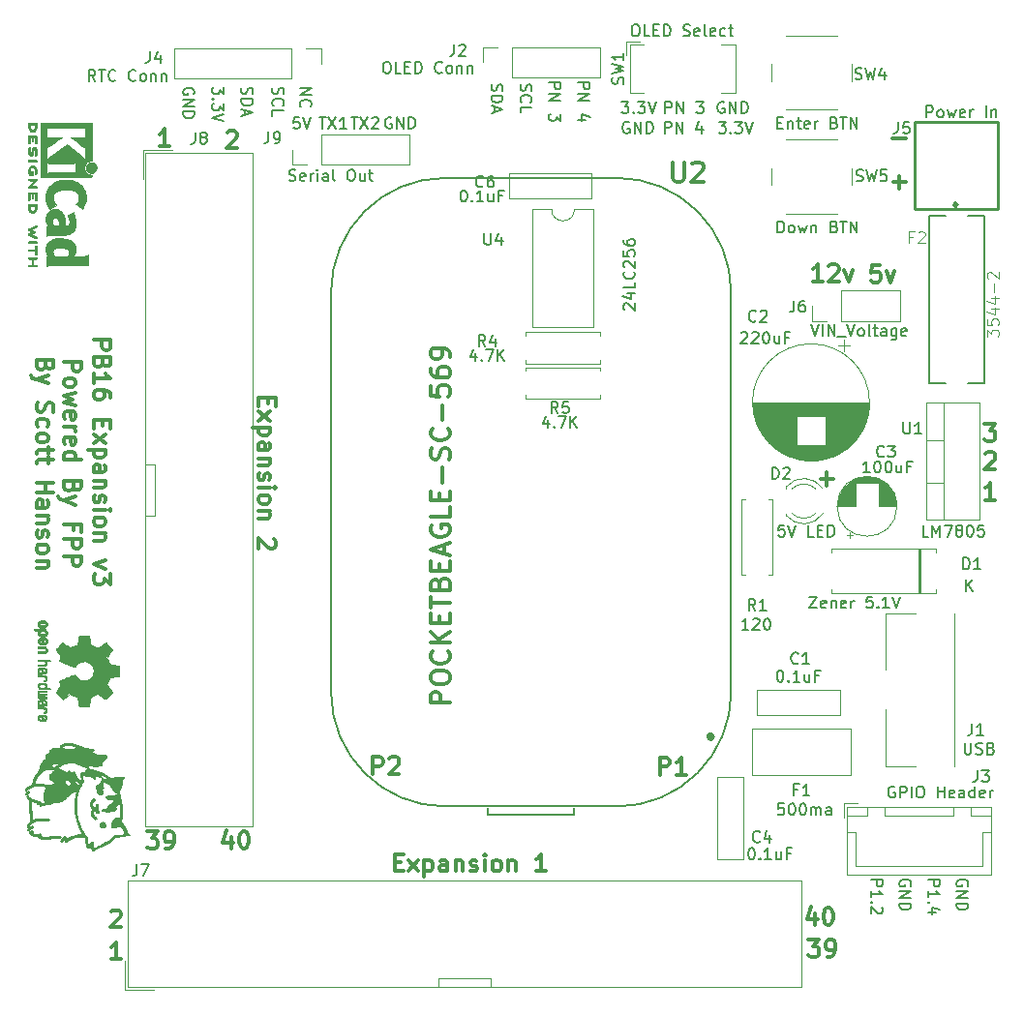
<source format=gbr>
G04 #@! TF.GenerationSoftware,KiCad,Pcbnew,(6.0.5)*
G04 #@! TF.CreationDate,2022-06-03T01:10:55-04:00*
G04 #@! TF.ProjectId,PB_16,50425f31-362e-46b6-9963-61645f706362,v3*
G04 #@! TF.SameCoordinates,Original*
G04 #@! TF.FileFunction,Legend,Top*
G04 #@! TF.FilePolarity,Positive*
%FSLAX46Y46*%
G04 Gerber Fmt 4.6, Leading zero omitted, Abs format (unit mm)*
G04 Created by KiCad (PCBNEW (6.0.5)) date 2022-06-03 01:10:55*
%MOMM*%
%LPD*%
G01*
G04 APERTURE LIST*
%ADD10C,0.120000*%
%ADD11C,0.150000*%
%ADD12C,0.300000*%
%ADD13C,0.100000*%
%ADD14C,0.050000*%
%ADD15C,0.127000*%
%ADD16C,0.304800*%
%ADD17C,0.010000*%
%ADD18C,0.254000*%
G04 APERTURE END LIST*
D10*
X200750000Y-119750000D02*
X200750000Y-120500000D01*
X205300000Y-119750000D02*
X200750000Y-119750000D01*
X175100000Y-79250000D02*
X175900000Y-79250000D01*
X205300000Y-120500000D02*
X205300000Y-119750000D01*
X175900000Y-79250000D02*
X175900000Y-74750000D01*
X175900000Y-74750000D02*
X175100000Y-74750000D01*
D11*
X181934019Y-41771647D02*
X181934019Y-42390695D01*
X181553066Y-42057361D01*
X181553066Y-42200218D01*
X181505447Y-42295457D01*
X181457828Y-42343076D01*
X181362590Y-42390695D01*
X181124495Y-42390695D01*
X181029257Y-42343076D01*
X180981638Y-42295457D01*
X180934019Y-42200218D01*
X180934019Y-41914504D01*
X180981638Y-41819266D01*
X181029257Y-41771647D01*
X181029257Y-42819266D02*
X180981638Y-42866885D01*
X180934019Y-42819266D01*
X180981638Y-42771647D01*
X181029257Y-42819266D01*
X180934019Y-42819266D01*
X181934019Y-43200218D02*
X181934019Y-43819266D01*
X181553066Y-43485933D01*
X181553066Y-43628790D01*
X181505447Y-43724028D01*
X181457828Y-43771647D01*
X181362590Y-43819266D01*
X181124495Y-43819266D01*
X181029257Y-43771647D01*
X180981638Y-43724028D01*
X180934019Y-43628790D01*
X180934019Y-43343076D01*
X180981638Y-43247838D01*
X181029257Y-43200218D01*
X181934019Y-44104980D02*
X180934019Y-44438314D01*
X181934019Y-44771647D01*
X186231638Y-41819266D02*
X186184019Y-41962123D01*
X186184019Y-42200219D01*
X186231638Y-42295457D01*
X186279257Y-42343076D01*
X186374495Y-42390695D01*
X186469733Y-42390695D01*
X186564971Y-42343076D01*
X186612590Y-42295457D01*
X186660209Y-42200219D01*
X186707828Y-42009743D01*
X186755447Y-41914504D01*
X186803066Y-41866885D01*
X186898304Y-41819266D01*
X186993542Y-41819266D01*
X187088780Y-41866885D01*
X187136400Y-41914504D01*
X187184019Y-42009743D01*
X187184019Y-42247838D01*
X187136400Y-42390695D01*
X186279257Y-43390695D02*
X186231638Y-43343076D01*
X186184019Y-43200219D01*
X186184019Y-43104981D01*
X186231638Y-42962123D01*
X186326876Y-42866885D01*
X186422114Y-42819266D01*
X186612590Y-42771647D01*
X186755447Y-42771647D01*
X186945923Y-42819266D01*
X187041161Y-42866885D01*
X187136400Y-42962123D01*
X187184019Y-43104981D01*
X187184019Y-43200219D01*
X187136400Y-43343076D01*
X187088780Y-43390695D01*
X186184019Y-44295457D02*
X186184019Y-43819266D01*
X187184019Y-43819266D01*
X183521638Y-41819267D02*
X183474019Y-41962124D01*
X183474019Y-42200219D01*
X183521638Y-42295457D01*
X183569257Y-42343076D01*
X183664495Y-42390695D01*
X183759733Y-42390695D01*
X183854971Y-42343076D01*
X183902590Y-42295457D01*
X183950209Y-42200219D01*
X183997828Y-42009743D01*
X184045447Y-41914505D01*
X184093066Y-41866886D01*
X184188304Y-41819267D01*
X184283542Y-41819267D01*
X184378780Y-41866886D01*
X184426400Y-41914505D01*
X184474019Y-42009743D01*
X184474019Y-42247838D01*
X184426400Y-42390695D01*
X183474019Y-42819267D02*
X184474019Y-42819267D01*
X184474019Y-43057362D01*
X184426400Y-43200219D01*
X184331161Y-43295457D01*
X184235923Y-43343076D01*
X184045447Y-43390695D01*
X183902590Y-43390695D01*
X183712114Y-43343076D01*
X183616876Y-43295457D01*
X183521638Y-43200219D01*
X183474019Y-43057362D01*
X183474019Y-42819267D01*
X183759733Y-43771648D02*
X183759733Y-44247838D01*
X183474019Y-43676410D02*
X184474019Y-44009743D01*
X183474019Y-44343076D01*
X179306400Y-42390695D02*
X179354019Y-42295457D01*
X179354019Y-42152600D01*
X179306400Y-42009742D01*
X179211161Y-41914504D01*
X179115923Y-41866885D01*
X178925447Y-41819266D01*
X178782590Y-41819266D01*
X178592114Y-41866885D01*
X178496876Y-41914504D01*
X178401638Y-42009742D01*
X178354019Y-42152600D01*
X178354019Y-42247838D01*
X178401638Y-42390695D01*
X178449257Y-42438314D01*
X178782590Y-42438314D01*
X178782590Y-42247838D01*
X178354019Y-42866885D02*
X179354019Y-42866885D01*
X178354019Y-43438314D01*
X179354019Y-43438314D01*
X178354019Y-43914504D02*
X179354019Y-43914504D01*
X179354019Y-44152600D01*
X179306400Y-44295457D01*
X179211161Y-44390695D01*
X179115923Y-44438314D01*
X178925447Y-44485933D01*
X178782590Y-44485933D01*
X178592114Y-44438314D01*
X178496876Y-44390695D01*
X178401638Y-44295457D01*
X178354019Y-44152600D01*
X178354019Y-43914504D01*
X188594019Y-41866885D02*
X189594019Y-41866885D01*
X188594019Y-42438314D01*
X189594019Y-42438314D01*
X188689257Y-43485933D02*
X188641638Y-43438314D01*
X188594019Y-43295457D01*
X188594019Y-43200219D01*
X188641638Y-43057361D01*
X188736876Y-42962123D01*
X188832114Y-42914504D01*
X189022590Y-42866885D01*
X189165447Y-42866885D01*
X189355923Y-42914504D01*
X189451161Y-42962123D01*
X189546400Y-43057361D01*
X189594019Y-43200219D01*
X189594019Y-43295457D01*
X189546400Y-43438314D01*
X189498780Y-43485933D01*
X217388095Y-44850000D02*
X217292857Y-44802380D01*
X217150000Y-44802380D01*
X217007142Y-44850000D01*
X216911904Y-44945238D01*
X216864285Y-45040476D01*
X216816666Y-45230952D01*
X216816666Y-45373809D01*
X216864285Y-45564285D01*
X216911904Y-45659523D01*
X217007142Y-45754761D01*
X217150000Y-45802380D01*
X217245238Y-45802380D01*
X217388095Y-45754761D01*
X217435714Y-45707142D01*
X217435714Y-45373809D01*
X217245238Y-45373809D01*
X217864285Y-45802380D02*
X217864285Y-44802380D01*
X218435714Y-45802380D01*
X218435714Y-44802380D01*
X218911904Y-45802380D02*
X218911904Y-44802380D01*
X219150000Y-44802380D01*
X219292857Y-44850000D01*
X219388095Y-44945238D01*
X219435714Y-45040476D01*
X219483333Y-45230952D01*
X219483333Y-45373809D01*
X219435714Y-45564285D01*
X219388095Y-45659523D01*
X219292857Y-45754761D01*
X219150000Y-45802380D01*
X218911904Y-45802380D01*
X225223809Y-44802380D02*
X225842857Y-44802380D01*
X225509523Y-45183333D01*
X225652380Y-45183333D01*
X225747619Y-45230952D01*
X225795238Y-45278571D01*
X225842857Y-45373809D01*
X225842857Y-45611904D01*
X225795238Y-45707142D01*
X225747619Y-45754761D01*
X225652380Y-45802380D01*
X225366666Y-45802380D01*
X225271428Y-45754761D01*
X225223809Y-45707142D01*
X226271428Y-45707142D02*
X226319047Y-45754761D01*
X226271428Y-45802380D01*
X226223809Y-45754761D01*
X226271428Y-45707142D01*
X226271428Y-45802380D01*
X226652380Y-44802380D02*
X227271428Y-44802380D01*
X226938095Y-45183333D01*
X227080952Y-45183333D01*
X227176190Y-45230952D01*
X227223809Y-45278571D01*
X227271428Y-45373809D01*
X227271428Y-45611904D01*
X227223809Y-45707142D01*
X227176190Y-45754761D01*
X227080952Y-45802380D01*
X226795238Y-45802380D01*
X226700000Y-45754761D01*
X226652380Y-45707142D01*
X227557142Y-44802380D02*
X227890476Y-45802380D01*
X228223809Y-44802380D01*
X220557142Y-44052380D02*
X220557142Y-43052380D01*
X220938095Y-43052380D01*
X221033333Y-43100000D01*
X221080952Y-43147619D01*
X221128571Y-43242857D01*
X221128571Y-43385714D01*
X221080952Y-43480952D01*
X221033333Y-43528571D01*
X220938095Y-43576190D01*
X220557142Y-43576190D01*
X221557142Y-44052380D02*
X221557142Y-43052380D01*
X222128571Y-44052380D01*
X222128571Y-43052380D01*
X223271428Y-43052380D02*
X223890476Y-43052380D01*
X223557142Y-43433333D01*
X223700000Y-43433333D01*
X223795238Y-43480952D01*
X223842857Y-43528571D01*
X223890476Y-43623809D01*
X223890476Y-43861904D01*
X223842857Y-43957142D01*
X223795238Y-44004761D01*
X223700000Y-44052380D01*
X223414285Y-44052380D01*
X223319047Y-44004761D01*
X223271428Y-43957142D01*
X216723809Y-43052380D02*
X217342857Y-43052380D01*
X217009523Y-43433333D01*
X217152380Y-43433333D01*
X217247619Y-43480952D01*
X217295238Y-43528571D01*
X217342857Y-43623809D01*
X217342857Y-43861904D01*
X217295238Y-43957142D01*
X217247619Y-44004761D01*
X217152380Y-44052380D01*
X216866666Y-44052380D01*
X216771428Y-44004761D01*
X216723809Y-43957142D01*
X217771428Y-43957142D02*
X217819047Y-44004761D01*
X217771428Y-44052380D01*
X217723809Y-44004761D01*
X217771428Y-43957142D01*
X217771428Y-44052380D01*
X218152380Y-43052380D02*
X218771428Y-43052380D01*
X218438095Y-43433333D01*
X218580952Y-43433333D01*
X218676190Y-43480952D01*
X218723809Y-43528571D01*
X218771428Y-43623809D01*
X218771428Y-43861904D01*
X218723809Y-43957142D01*
X218676190Y-44004761D01*
X218580952Y-44052380D01*
X218295238Y-44052380D01*
X218200000Y-44004761D01*
X218152380Y-43957142D01*
X219057142Y-43052380D02*
X219390476Y-44052380D01*
X219723809Y-43052380D01*
X220507142Y-45802380D02*
X220507142Y-44802380D01*
X220888095Y-44802380D01*
X220983333Y-44850000D01*
X221030952Y-44897619D01*
X221078571Y-44992857D01*
X221078571Y-45135714D01*
X221030952Y-45230952D01*
X220983333Y-45278571D01*
X220888095Y-45326190D01*
X220507142Y-45326190D01*
X221507142Y-45802380D02*
X221507142Y-44802380D01*
X222078571Y-45802380D01*
X222078571Y-44802380D01*
X223745238Y-45135714D02*
X223745238Y-45802380D01*
X223507142Y-44754761D02*
X223269047Y-45469047D01*
X223888095Y-45469047D01*
X225688095Y-43100000D02*
X225592857Y-43052380D01*
X225450000Y-43052380D01*
X225307142Y-43100000D01*
X225211904Y-43195238D01*
X225164285Y-43290476D01*
X225116666Y-43480952D01*
X225116666Y-43623809D01*
X225164285Y-43814285D01*
X225211904Y-43909523D01*
X225307142Y-44004761D01*
X225450000Y-44052380D01*
X225545238Y-44052380D01*
X225688095Y-44004761D01*
X225735714Y-43957142D01*
X225735714Y-43623809D01*
X225545238Y-43623809D01*
X226164285Y-44052380D02*
X226164285Y-43052380D01*
X226735714Y-44052380D01*
X226735714Y-43052380D01*
X227211904Y-44052380D02*
X227211904Y-43052380D01*
X227450000Y-43052380D01*
X227592857Y-43100000D01*
X227688095Y-43195238D01*
X227735714Y-43290476D01*
X227783333Y-43480952D01*
X227783333Y-43623809D01*
X227735714Y-43814285D01*
X227688095Y-43909523D01*
X227592857Y-44004761D01*
X227450000Y-44052380D01*
X227211904Y-44052380D01*
X212937419Y-41382542D02*
X213937419Y-41382542D01*
X213937419Y-41763495D01*
X213889800Y-41858733D01*
X213842180Y-41906352D01*
X213746942Y-41953971D01*
X213604085Y-41953971D01*
X213508847Y-41906352D01*
X213461228Y-41858733D01*
X213413609Y-41763495D01*
X213413609Y-41382542D01*
X212937419Y-42382542D02*
X213937419Y-42382542D01*
X212937419Y-42953971D01*
X213937419Y-42953971D01*
X213604085Y-44620638D02*
X212937419Y-44620638D01*
X213985038Y-44382542D02*
X213270752Y-44144447D01*
X213270752Y-44763495D01*
X207915038Y-41519666D02*
X207867419Y-41662523D01*
X207867419Y-41900619D01*
X207915038Y-41995857D01*
X207962657Y-42043476D01*
X208057895Y-42091095D01*
X208153133Y-42091095D01*
X208248371Y-42043476D01*
X208295990Y-41995857D01*
X208343609Y-41900619D01*
X208391228Y-41710143D01*
X208438847Y-41614904D01*
X208486466Y-41567285D01*
X208581704Y-41519666D01*
X208676942Y-41519666D01*
X208772180Y-41567285D01*
X208819800Y-41614904D01*
X208867419Y-41710143D01*
X208867419Y-41948238D01*
X208819800Y-42091095D01*
X207962657Y-43091095D02*
X207915038Y-43043476D01*
X207867419Y-42900619D01*
X207867419Y-42805381D01*
X207915038Y-42662523D01*
X208010276Y-42567285D01*
X208105514Y-42519666D01*
X208295990Y-42472047D01*
X208438847Y-42472047D01*
X208629323Y-42519666D01*
X208724561Y-42567285D01*
X208819800Y-42662523D01*
X208867419Y-42805381D01*
X208867419Y-42900619D01*
X208819800Y-43043476D01*
X208772180Y-43091095D01*
X207867419Y-43995857D02*
X207867419Y-43519666D01*
X208867419Y-43519666D01*
X210397419Y-41382542D02*
X211397419Y-41382542D01*
X211397419Y-41763495D01*
X211349800Y-41858733D01*
X211302180Y-41906352D01*
X211206942Y-41953971D01*
X211064085Y-41953971D01*
X210968847Y-41906352D01*
X210921228Y-41858733D01*
X210873609Y-41763495D01*
X210873609Y-41382542D01*
X210397419Y-42382542D02*
X211397419Y-42382542D01*
X210397419Y-42953971D01*
X211397419Y-42953971D01*
X211397419Y-44096828D02*
X211397419Y-44715876D01*
X211016466Y-44382542D01*
X211016466Y-44525400D01*
X210968847Y-44620638D01*
X210921228Y-44668257D01*
X210825990Y-44715876D01*
X210587895Y-44715876D01*
X210492657Y-44668257D01*
X210445038Y-44620638D01*
X210397419Y-44525400D01*
X210397419Y-44239685D01*
X210445038Y-44144447D01*
X210492657Y-44096828D01*
X205385038Y-41519667D02*
X205337419Y-41662524D01*
X205337419Y-41900619D01*
X205385038Y-41995857D01*
X205432657Y-42043476D01*
X205527895Y-42091095D01*
X205623133Y-42091095D01*
X205718371Y-42043476D01*
X205765990Y-41995857D01*
X205813609Y-41900619D01*
X205861228Y-41710143D01*
X205908847Y-41614905D01*
X205956466Y-41567286D01*
X206051704Y-41519667D01*
X206146942Y-41519667D01*
X206242180Y-41567286D01*
X206289800Y-41614905D01*
X206337419Y-41710143D01*
X206337419Y-41948238D01*
X206289800Y-42091095D01*
X205337419Y-42519667D02*
X206337419Y-42519667D01*
X206337419Y-42757762D01*
X206289800Y-42900619D01*
X206194561Y-42995857D01*
X206099323Y-43043476D01*
X205908847Y-43091095D01*
X205765990Y-43091095D01*
X205575514Y-43043476D01*
X205480276Y-42995857D01*
X205385038Y-42900619D01*
X205337419Y-42757762D01*
X205337419Y-42519667D01*
X205623133Y-43472048D02*
X205623133Y-43948238D01*
X205337419Y-43376810D02*
X206337419Y-43710143D01*
X205337419Y-44043476D01*
X243547619Y-111147619D02*
X244547619Y-111147619D01*
X244547619Y-111528571D01*
X244500000Y-111623809D01*
X244452380Y-111671428D01*
X244357142Y-111719047D01*
X244214285Y-111719047D01*
X244119047Y-111671428D01*
X244071428Y-111623809D01*
X244023809Y-111528571D01*
X244023809Y-111147619D01*
X243547619Y-112671428D02*
X243547619Y-112100000D01*
X243547619Y-112385714D02*
X244547619Y-112385714D01*
X244404761Y-112290476D01*
X244309523Y-112195238D01*
X244261904Y-112100000D01*
X243642857Y-113100000D02*
X243595238Y-113147619D01*
X243547619Y-113100000D01*
X243595238Y-113052380D01*
X243642857Y-113100000D01*
X243547619Y-113100000D01*
X244214285Y-114004761D02*
X243547619Y-114004761D01*
X244595238Y-113766666D02*
X243880952Y-113528571D01*
X243880952Y-114147619D01*
X247000000Y-111671428D02*
X247047619Y-111576190D01*
X247047619Y-111433333D01*
X247000000Y-111290475D01*
X246904761Y-111195237D01*
X246809523Y-111147618D01*
X246619047Y-111099999D01*
X246476190Y-111099999D01*
X246285714Y-111147618D01*
X246190476Y-111195237D01*
X246095238Y-111290475D01*
X246047619Y-111433333D01*
X246047619Y-111528571D01*
X246095238Y-111671428D01*
X246142857Y-111719047D01*
X246476190Y-111719047D01*
X246476190Y-111528571D01*
X246047619Y-112147618D02*
X247047619Y-112147618D01*
X246047619Y-112719047D01*
X247047619Y-112719047D01*
X246047619Y-113195237D02*
X247047619Y-113195237D01*
X247047619Y-113433333D01*
X247000000Y-113576190D01*
X246904761Y-113671428D01*
X246809523Y-113719047D01*
X246619047Y-113766666D01*
X246476190Y-113766666D01*
X246285714Y-113719047D01*
X246190476Y-113671428D01*
X246095238Y-113576190D01*
X246047619Y-113433333D01*
X246047619Y-113195237D01*
X242000000Y-111671428D02*
X242047619Y-111576190D01*
X242047619Y-111433333D01*
X242000000Y-111290475D01*
X241904761Y-111195237D01*
X241809523Y-111147618D01*
X241619047Y-111099999D01*
X241476190Y-111099999D01*
X241285714Y-111147618D01*
X241190476Y-111195237D01*
X241095238Y-111290475D01*
X241047619Y-111433333D01*
X241047619Y-111528571D01*
X241095238Y-111671428D01*
X241142857Y-111719047D01*
X241476190Y-111719047D01*
X241476190Y-111528571D01*
X241047619Y-112147618D02*
X242047619Y-112147618D01*
X241047619Y-112719047D01*
X242047619Y-112719047D01*
X241047619Y-113195237D02*
X242047619Y-113195237D01*
X242047619Y-113433333D01*
X242000000Y-113576190D01*
X241904761Y-113671428D01*
X241809523Y-113719047D01*
X241619047Y-113766666D01*
X241476190Y-113766666D01*
X241285714Y-113719047D01*
X241190476Y-113671428D01*
X241095238Y-113576190D01*
X241047619Y-113433333D01*
X241047619Y-113195237D01*
D12*
X167971428Y-65807142D02*
X169471428Y-65807142D01*
X169471428Y-66378571D01*
X169400000Y-66521428D01*
X169328571Y-66592857D01*
X169185714Y-66664285D01*
X168971428Y-66664285D01*
X168828571Y-66592857D01*
X168757142Y-66521428D01*
X168685714Y-66378571D01*
X168685714Y-65807142D01*
X167971428Y-67521428D02*
X168042857Y-67378571D01*
X168114285Y-67307142D01*
X168257142Y-67235714D01*
X168685714Y-67235714D01*
X168828571Y-67307142D01*
X168900000Y-67378571D01*
X168971428Y-67521428D01*
X168971428Y-67735714D01*
X168900000Y-67878571D01*
X168828571Y-67950000D01*
X168685714Y-68021428D01*
X168257142Y-68021428D01*
X168114285Y-67950000D01*
X168042857Y-67878571D01*
X167971428Y-67735714D01*
X167971428Y-67521428D01*
X168971428Y-68521428D02*
X167971428Y-68807142D01*
X168685714Y-69092857D01*
X167971428Y-69378571D01*
X168971428Y-69664285D01*
X168042857Y-70807142D02*
X167971428Y-70664285D01*
X167971428Y-70378571D01*
X168042857Y-70235714D01*
X168185714Y-70164285D01*
X168757142Y-70164285D01*
X168900000Y-70235714D01*
X168971428Y-70378571D01*
X168971428Y-70664285D01*
X168900000Y-70807142D01*
X168757142Y-70878571D01*
X168614285Y-70878571D01*
X168471428Y-70164285D01*
X167971428Y-71521428D02*
X168971428Y-71521428D01*
X168685714Y-71521428D02*
X168828571Y-71592857D01*
X168900000Y-71664285D01*
X168971428Y-71807142D01*
X168971428Y-71950000D01*
X168042857Y-73021428D02*
X167971428Y-72878571D01*
X167971428Y-72592857D01*
X168042857Y-72450000D01*
X168185714Y-72378571D01*
X168757142Y-72378571D01*
X168900000Y-72450000D01*
X168971428Y-72592857D01*
X168971428Y-72878571D01*
X168900000Y-73021428D01*
X168757142Y-73092857D01*
X168614285Y-73092857D01*
X168471428Y-72378571D01*
X167971428Y-74378571D02*
X169471428Y-74378571D01*
X168042857Y-74378571D02*
X167971428Y-74235714D01*
X167971428Y-73950000D01*
X168042857Y-73807142D01*
X168114285Y-73735714D01*
X168257142Y-73664285D01*
X168685714Y-73664285D01*
X168828571Y-73735714D01*
X168900000Y-73807142D01*
X168971428Y-73950000D01*
X168971428Y-74235714D01*
X168900000Y-74378571D01*
X168757142Y-76735714D02*
X168685714Y-76950000D01*
X168614285Y-77021428D01*
X168471428Y-77092857D01*
X168257142Y-77092857D01*
X168114285Y-77021428D01*
X168042857Y-76950000D01*
X167971428Y-76807142D01*
X167971428Y-76235714D01*
X169471428Y-76235714D01*
X169471428Y-76735714D01*
X169400000Y-76878571D01*
X169328571Y-76950000D01*
X169185714Y-77021428D01*
X169042857Y-77021428D01*
X168900000Y-76950000D01*
X168828571Y-76878571D01*
X168757142Y-76735714D01*
X168757142Y-76235714D01*
X168971428Y-77592857D02*
X167971428Y-77950000D01*
X168971428Y-78307142D02*
X167971428Y-77950000D01*
X167614285Y-77807142D01*
X167542857Y-77735714D01*
X167471428Y-77592857D01*
X168757142Y-80521428D02*
X168757142Y-80021428D01*
X167971428Y-80021428D02*
X169471428Y-80021428D01*
X169471428Y-80735714D01*
X167971428Y-81307142D02*
X169471428Y-81307142D01*
X169471428Y-81878571D01*
X169400000Y-82021428D01*
X169328571Y-82092857D01*
X169185714Y-82164285D01*
X168971428Y-82164285D01*
X168828571Y-82092857D01*
X168757142Y-82021428D01*
X168685714Y-81878571D01*
X168685714Y-81307142D01*
X167971428Y-82807142D02*
X169471428Y-82807142D01*
X169471428Y-83378571D01*
X169400000Y-83521428D01*
X169328571Y-83592857D01*
X169185714Y-83664285D01*
X168971428Y-83664285D01*
X168828571Y-83592857D01*
X168757142Y-83521428D01*
X168685714Y-83378571D01*
X168685714Y-82807142D01*
X182231428Y-45721428D02*
X182302857Y-45650000D01*
X182445714Y-45578571D01*
X182802857Y-45578571D01*
X182945714Y-45650000D01*
X183017142Y-45721428D01*
X183088571Y-45864285D01*
X183088571Y-46007142D01*
X183017142Y-46221428D01*
X182160000Y-47078571D01*
X183088571Y-47078571D01*
X177158571Y-46948571D02*
X176301428Y-46948571D01*
X176730000Y-46948571D02*
X176730000Y-45448571D01*
X176587142Y-45662857D01*
X176444285Y-45805714D01*
X176301428Y-45877142D01*
X185777142Y-68958571D02*
X185777142Y-69458571D01*
X184991428Y-69672857D02*
X184991428Y-68958571D01*
X186491428Y-68958571D01*
X186491428Y-69672857D01*
X184991428Y-70172857D02*
X185991428Y-70958571D01*
X185991428Y-70172857D02*
X184991428Y-70958571D01*
X185991428Y-71530000D02*
X184491428Y-71530000D01*
X185920000Y-71530000D02*
X185991428Y-71672857D01*
X185991428Y-71958571D01*
X185920000Y-72101428D01*
X185848571Y-72172857D01*
X185705714Y-72244285D01*
X185277142Y-72244285D01*
X185134285Y-72172857D01*
X185062857Y-72101428D01*
X184991428Y-71958571D01*
X184991428Y-71672857D01*
X185062857Y-71530000D01*
X184991428Y-73530000D02*
X185777142Y-73530000D01*
X185920000Y-73458571D01*
X185991428Y-73315714D01*
X185991428Y-73030000D01*
X185920000Y-72887142D01*
X185062857Y-73530000D02*
X184991428Y-73387142D01*
X184991428Y-73030000D01*
X185062857Y-72887142D01*
X185205714Y-72815714D01*
X185348571Y-72815714D01*
X185491428Y-72887142D01*
X185562857Y-73030000D01*
X185562857Y-73387142D01*
X185634285Y-73530000D01*
X185991428Y-74244285D02*
X184991428Y-74244285D01*
X185848571Y-74244285D02*
X185920000Y-74315714D01*
X185991428Y-74458571D01*
X185991428Y-74672857D01*
X185920000Y-74815714D01*
X185777142Y-74887142D01*
X184991428Y-74887142D01*
X185062857Y-75530000D02*
X184991428Y-75672857D01*
X184991428Y-75958571D01*
X185062857Y-76101428D01*
X185205714Y-76172857D01*
X185277142Y-76172857D01*
X185420000Y-76101428D01*
X185491428Y-75958571D01*
X185491428Y-75744285D01*
X185562857Y-75601428D01*
X185705714Y-75530000D01*
X185777142Y-75530000D01*
X185920000Y-75601428D01*
X185991428Y-75744285D01*
X185991428Y-75958571D01*
X185920000Y-76101428D01*
X184991428Y-76815714D02*
X185991428Y-76815714D01*
X186491428Y-76815714D02*
X186420000Y-76744285D01*
X186348571Y-76815714D01*
X186420000Y-76887142D01*
X186491428Y-76815714D01*
X186348571Y-76815714D01*
X184991428Y-77744285D02*
X185062857Y-77601428D01*
X185134285Y-77530000D01*
X185277142Y-77458571D01*
X185705714Y-77458571D01*
X185848571Y-77530000D01*
X185920000Y-77601428D01*
X185991428Y-77744285D01*
X185991428Y-77958571D01*
X185920000Y-78101428D01*
X185848571Y-78172857D01*
X185705714Y-78244285D01*
X185277142Y-78244285D01*
X185134285Y-78172857D01*
X185062857Y-78101428D01*
X184991428Y-77958571D01*
X184991428Y-77744285D01*
X185991428Y-78887142D02*
X184991428Y-78887142D01*
X185848571Y-78887142D02*
X185920000Y-78958571D01*
X185991428Y-79101428D01*
X185991428Y-79315714D01*
X185920000Y-79458571D01*
X185777142Y-79530000D01*
X184991428Y-79530000D01*
X186348571Y-81315714D02*
X186420000Y-81387142D01*
X186491428Y-81530000D01*
X186491428Y-81887142D01*
X186420000Y-82030000D01*
X186348571Y-82101428D01*
X186205714Y-82172857D01*
X186062857Y-82172857D01*
X185848571Y-82101428D01*
X184991428Y-81244285D01*
X184991428Y-82172857D01*
D11*
X196596095Y-44458000D02*
X196500857Y-44410380D01*
X196358000Y-44410380D01*
X196215142Y-44458000D01*
X196119904Y-44553238D01*
X196072285Y-44648476D01*
X196024666Y-44838952D01*
X196024666Y-44981809D01*
X196072285Y-45172285D01*
X196119904Y-45267523D01*
X196215142Y-45362761D01*
X196358000Y-45410380D01*
X196453238Y-45410380D01*
X196596095Y-45362761D01*
X196643714Y-45315142D01*
X196643714Y-44981809D01*
X196453238Y-44981809D01*
X197072285Y-45410380D02*
X197072285Y-44410380D01*
X197643714Y-45410380D01*
X197643714Y-44410380D01*
X198119904Y-45410380D02*
X198119904Y-44410380D01*
X198358000Y-44410380D01*
X198500857Y-44458000D01*
X198596095Y-44553238D01*
X198643714Y-44648476D01*
X198691333Y-44838952D01*
X198691333Y-44981809D01*
X198643714Y-45172285D01*
X198596095Y-45267523D01*
X198500857Y-45362761D01*
X198358000Y-45410380D01*
X198119904Y-45410380D01*
X188531523Y-44410380D02*
X188055333Y-44410380D01*
X188007714Y-44886571D01*
X188055333Y-44838952D01*
X188150571Y-44791333D01*
X188388666Y-44791333D01*
X188483904Y-44838952D01*
X188531523Y-44886571D01*
X188579142Y-44981809D01*
X188579142Y-45219904D01*
X188531523Y-45315142D01*
X188483904Y-45362761D01*
X188388666Y-45410380D01*
X188150571Y-45410380D01*
X188055333Y-45362761D01*
X188007714Y-45315142D01*
X188864857Y-44410380D02*
X189198190Y-45410380D01*
X189531523Y-44410380D01*
X193071904Y-44410380D02*
X193643333Y-44410380D01*
X193357619Y-45410380D02*
X193357619Y-44410380D01*
X193881428Y-44410380D02*
X194548095Y-45410380D01*
X194548095Y-44410380D02*
X193881428Y-45410380D01*
X194881428Y-44505619D02*
X194929047Y-44458000D01*
X195024285Y-44410380D01*
X195262380Y-44410380D01*
X195357619Y-44458000D01*
X195405238Y-44505619D01*
X195452857Y-44600857D01*
X195452857Y-44696095D01*
X195405238Y-44838952D01*
X194833809Y-45410380D01*
X195452857Y-45410380D01*
X190277904Y-44410380D02*
X190849333Y-44410380D01*
X190563619Y-45410380D02*
X190563619Y-44410380D01*
X191087428Y-44410380D02*
X191754095Y-45410380D01*
X191754095Y-44410380D02*
X191087428Y-45410380D01*
X192658857Y-45410380D02*
X192087428Y-45410380D01*
X192373142Y-45410380D02*
X192373142Y-44410380D01*
X192277904Y-44553238D01*
X192182666Y-44648476D01*
X192087428Y-44696095D01*
D12*
X239335714Y-57328571D02*
X238621428Y-57328571D01*
X238550000Y-58042857D01*
X238621428Y-57971428D01*
X238764285Y-57900000D01*
X239121428Y-57900000D01*
X239264285Y-57971428D01*
X239335714Y-58042857D01*
X239407142Y-58185714D01*
X239407142Y-58542857D01*
X239335714Y-58685714D01*
X239264285Y-58757142D01*
X239121428Y-58828571D01*
X238764285Y-58828571D01*
X238621428Y-58757142D01*
X238550000Y-58685714D01*
X239907142Y-57828571D02*
X240264285Y-58828571D01*
X240621428Y-57828571D01*
X240478571Y-50107142D02*
X241621428Y-50107142D01*
X241050000Y-50678571D02*
X241050000Y-49535714D01*
X175225714Y-106918571D02*
X176154285Y-106918571D01*
X175654285Y-107490000D01*
X175868571Y-107490000D01*
X176011428Y-107561428D01*
X176082857Y-107632857D01*
X176154285Y-107775714D01*
X176154285Y-108132857D01*
X176082857Y-108275714D01*
X176011428Y-108347142D01*
X175868571Y-108418571D01*
X175440000Y-108418571D01*
X175297142Y-108347142D01*
X175225714Y-108275714D01*
X176868571Y-108418571D02*
X177154285Y-108418571D01*
X177297142Y-108347142D01*
X177368571Y-108275714D01*
X177511428Y-108061428D01*
X177582857Y-107775714D01*
X177582857Y-107204285D01*
X177511428Y-107061428D01*
X177440000Y-106990000D01*
X177297142Y-106918571D01*
X177011428Y-106918571D01*
X176868571Y-106990000D01*
X176797142Y-107061428D01*
X176725714Y-107204285D01*
X176725714Y-107561428D01*
X176797142Y-107704285D01*
X176868571Y-107775714D01*
X177011428Y-107847142D01*
X177297142Y-107847142D01*
X177440000Y-107775714D01*
X177511428Y-107704285D01*
X177582857Y-107561428D01*
X172928571Y-118078571D02*
X172071428Y-118078571D01*
X172500000Y-118078571D02*
X172500000Y-116578571D01*
X172357142Y-116792857D01*
X172214285Y-116935714D01*
X172071428Y-117007142D01*
X233671428Y-114078571D02*
X233671428Y-115078571D01*
X233314285Y-113507142D02*
X232957142Y-114578571D01*
X233885714Y-114578571D01*
X234742857Y-113578571D02*
X234885714Y-113578571D01*
X235028571Y-113650000D01*
X235100000Y-113721428D01*
X235171428Y-113864285D01*
X235242857Y-114150000D01*
X235242857Y-114507142D01*
X235171428Y-114792857D01*
X235100000Y-114935714D01*
X235028571Y-115007142D01*
X234885714Y-115078571D01*
X234742857Y-115078571D01*
X234600000Y-115007142D01*
X234528571Y-114935714D01*
X234457142Y-114792857D01*
X234385714Y-114507142D01*
X234385714Y-114150000D01*
X234457142Y-113864285D01*
X234528571Y-113721428D01*
X234600000Y-113650000D01*
X234742857Y-113578571D01*
X248500000Y-71228571D02*
X249428571Y-71228571D01*
X248928571Y-71800000D01*
X249142857Y-71800000D01*
X249285714Y-71871428D01*
X249357142Y-71942857D01*
X249428571Y-72085714D01*
X249428571Y-72442857D01*
X249357142Y-72585714D01*
X249285714Y-72657142D01*
X249142857Y-72728571D01*
X248714285Y-72728571D01*
X248571428Y-72657142D01*
X248500000Y-72585714D01*
X234292857Y-58778571D02*
X233435714Y-58778571D01*
X233864285Y-58778571D02*
X233864285Y-57278571D01*
X233721428Y-57492857D01*
X233578571Y-57635714D01*
X233435714Y-57707142D01*
X234864285Y-57421428D02*
X234935714Y-57350000D01*
X235078571Y-57278571D01*
X235435714Y-57278571D01*
X235578571Y-57350000D01*
X235650000Y-57421428D01*
X235721428Y-57564285D01*
X235721428Y-57707142D01*
X235650000Y-57921428D01*
X234792857Y-58778571D01*
X235721428Y-58778571D01*
X236221428Y-57778571D02*
X236578571Y-58778571D01*
X236935714Y-57778571D01*
X170546428Y-63907142D02*
X172046428Y-63907142D01*
X172046428Y-64478571D01*
X171975000Y-64621428D01*
X171903571Y-64692857D01*
X171760714Y-64764285D01*
X171546428Y-64764285D01*
X171403571Y-64692857D01*
X171332142Y-64621428D01*
X171260714Y-64478571D01*
X171260714Y-63907142D01*
X171332142Y-65907142D02*
X171260714Y-66121428D01*
X171189285Y-66192857D01*
X171046428Y-66264285D01*
X170832142Y-66264285D01*
X170689285Y-66192857D01*
X170617857Y-66121428D01*
X170546428Y-65978571D01*
X170546428Y-65407142D01*
X172046428Y-65407142D01*
X172046428Y-65907142D01*
X171975000Y-66050000D01*
X171903571Y-66121428D01*
X171760714Y-66192857D01*
X171617857Y-66192857D01*
X171475000Y-66121428D01*
X171403571Y-66050000D01*
X171332142Y-65907142D01*
X171332142Y-65407142D01*
X170546428Y-67692857D02*
X170546428Y-66835714D01*
X170546428Y-67264285D02*
X172046428Y-67264285D01*
X171832142Y-67121428D01*
X171689285Y-66978571D01*
X171617857Y-66835714D01*
X172046428Y-68978571D02*
X172046428Y-68692857D01*
X171975000Y-68550000D01*
X171903571Y-68478571D01*
X171689285Y-68335714D01*
X171403571Y-68264285D01*
X170832142Y-68264285D01*
X170689285Y-68335714D01*
X170617857Y-68407142D01*
X170546428Y-68550000D01*
X170546428Y-68835714D01*
X170617857Y-68978571D01*
X170689285Y-69050000D01*
X170832142Y-69121428D01*
X171189285Y-69121428D01*
X171332142Y-69050000D01*
X171403571Y-68978571D01*
X171475000Y-68835714D01*
X171475000Y-68550000D01*
X171403571Y-68407142D01*
X171332142Y-68335714D01*
X171189285Y-68264285D01*
X171332142Y-70907142D02*
X171332142Y-71407142D01*
X170546428Y-71621428D02*
X170546428Y-70907142D01*
X172046428Y-70907142D01*
X172046428Y-71621428D01*
X170546428Y-72121428D02*
X171546428Y-72907142D01*
X171546428Y-72121428D02*
X170546428Y-72907142D01*
X171546428Y-73478571D02*
X170046428Y-73478571D01*
X171475000Y-73478571D02*
X171546428Y-73621428D01*
X171546428Y-73907142D01*
X171475000Y-74050000D01*
X171403571Y-74121428D01*
X171260714Y-74192857D01*
X170832142Y-74192857D01*
X170689285Y-74121428D01*
X170617857Y-74050000D01*
X170546428Y-73907142D01*
X170546428Y-73621428D01*
X170617857Y-73478571D01*
X170546428Y-75478571D02*
X171332142Y-75478571D01*
X171475000Y-75407142D01*
X171546428Y-75264285D01*
X171546428Y-74978571D01*
X171475000Y-74835714D01*
X170617857Y-75478571D02*
X170546428Y-75335714D01*
X170546428Y-74978571D01*
X170617857Y-74835714D01*
X170760714Y-74764285D01*
X170903571Y-74764285D01*
X171046428Y-74835714D01*
X171117857Y-74978571D01*
X171117857Y-75335714D01*
X171189285Y-75478571D01*
X171546428Y-76192857D02*
X170546428Y-76192857D01*
X171403571Y-76192857D02*
X171475000Y-76264285D01*
X171546428Y-76407142D01*
X171546428Y-76621428D01*
X171475000Y-76764285D01*
X171332142Y-76835714D01*
X170546428Y-76835714D01*
X170617857Y-77478571D02*
X170546428Y-77621428D01*
X170546428Y-77907142D01*
X170617857Y-78050000D01*
X170760714Y-78121428D01*
X170832142Y-78121428D01*
X170975000Y-78050000D01*
X171046428Y-77907142D01*
X171046428Y-77692857D01*
X171117857Y-77550000D01*
X171260714Y-77478571D01*
X171332142Y-77478571D01*
X171475000Y-77550000D01*
X171546428Y-77692857D01*
X171546428Y-77907142D01*
X171475000Y-78050000D01*
X170546428Y-78764285D02*
X171546428Y-78764285D01*
X172046428Y-78764285D02*
X171975000Y-78692857D01*
X171903571Y-78764285D01*
X171975000Y-78835714D01*
X172046428Y-78764285D01*
X171903571Y-78764285D01*
X170546428Y-79692857D02*
X170617857Y-79550000D01*
X170689285Y-79478571D01*
X170832142Y-79407142D01*
X171260714Y-79407142D01*
X171403571Y-79478571D01*
X171475000Y-79550000D01*
X171546428Y-79692857D01*
X171546428Y-79907142D01*
X171475000Y-80050000D01*
X171403571Y-80121428D01*
X171260714Y-80192857D01*
X170832142Y-80192857D01*
X170689285Y-80121428D01*
X170617857Y-80050000D01*
X170546428Y-79907142D01*
X170546428Y-79692857D01*
X171546428Y-80835714D02*
X170546428Y-80835714D01*
X171403571Y-80835714D02*
X171475000Y-80907142D01*
X171546428Y-81050000D01*
X171546428Y-81264285D01*
X171475000Y-81407142D01*
X171332142Y-81478571D01*
X170546428Y-81478571D01*
X171546428Y-83192857D02*
X170546428Y-83550000D01*
X171546428Y-83907142D01*
X172046428Y-84335714D02*
X172046428Y-85264285D01*
X171475000Y-84764285D01*
X171475000Y-84978571D01*
X171403571Y-85121428D01*
X171332142Y-85192857D01*
X171189285Y-85264285D01*
X170832142Y-85264285D01*
X170689285Y-85192857D01*
X170617857Y-85121428D01*
X170546428Y-84978571D01*
X170546428Y-84550000D01*
X170617857Y-84407142D01*
X170689285Y-84335714D01*
X172071428Y-113921428D02*
X172142857Y-113850000D01*
X172285714Y-113778571D01*
X172642857Y-113778571D01*
X172785714Y-113850000D01*
X172857142Y-113921428D01*
X172928571Y-114064285D01*
X172928571Y-114207142D01*
X172857142Y-114421428D01*
X172000000Y-115278571D01*
X172928571Y-115278571D01*
X249428571Y-77878571D02*
X248571428Y-77878571D01*
X249000000Y-77878571D02*
X249000000Y-76378571D01*
X248857142Y-76592857D01*
X248714285Y-76735714D01*
X248571428Y-76807142D01*
D11*
X238547619Y-111147619D02*
X239547619Y-111147619D01*
X239547619Y-111528571D01*
X239500000Y-111623809D01*
X239452380Y-111671428D01*
X239357142Y-111719047D01*
X239214285Y-111719047D01*
X239119047Y-111671428D01*
X239071428Y-111623809D01*
X239023809Y-111528571D01*
X239023809Y-111147619D01*
X238547619Y-112671428D02*
X238547619Y-112100000D01*
X238547619Y-112385714D02*
X239547619Y-112385714D01*
X239404761Y-112290476D01*
X239309523Y-112195238D01*
X239261904Y-112100000D01*
X238642857Y-113100000D02*
X238595238Y-113147619D01*
X238547619Y-113100000D01*
X238595238Y-113052380D01*
X238642857Y-113100000D01*
X238547619Y-113100000D01*
X239452380Y-113528571D02*
X239500000Y-113576190D01*
X239547619Y-113671428D01*
X239547619Y-113909523D01*
X239500000Y-114004761D01*
X239452380Y-114052380D01*
X239357142Y-114100000D01*
X239261904Y-114100000D01*
X239119047Y-114052380D01*
X238547619Y-113480952D01*
X238547619Y-114100000D01*
D12*
X166332142Y-66142857D02*
X166260714Y-66357142D01*
X166189285Y-66428571D01*
X166046428Y-66500000D01*
X165832142Y-66500000D01*
X165689285Y-66428571D01*
X165617857Y-66357142D01*
X165546428Y-66214285D01*
X165546428Y-65642857D01*
X167046428Y-65642857D01*
X167046428Y-66142857D01*
X166975000Y-66285714D01*
X166903571Y-66357142D01*
X166760714Y-66428571D01*
X166617857Y-66428571D01*
X166475000Y-66357142D01*
X166403571Y-66285714D01*
X166332142Y-66142857D01*
X166332142Y-65642857D01*
X166546428Y-67000000D02*
X165546428Y-67357142D01*
X166546428Y-67714285D02*
X165546428Y-67357142D01*
X165189285Y-67214285D01*
X165117857Y-67142857D01*
X165046428Y-67000000D01*
X165617857Y-69357142D02*
X165546428Y-69571428D01*
X165546428Y-69928571D01*
X165617857Y-70071428D01*
X165689285Y-70142857D01*
X165832142Y-70214285D01*
X165975000Y-70214285D01*
X166117857Y-70142857D01*
X166189285Y-70071428D01*
X166260714Y-69928571D01*
X166332142Y-69642857D01*
X166403571Y-69500000D01*
X166475000Y-69428571D01*
X166617857Y-69357142D01*
X166760714Y-69357142D01*
X166903571Y-69428571D01*
X166975000Y-69500000D01*
X167046428Y-69642857D01*
X167046428Y-70000000D01*
X166975000Y-70214285D01*
X165617857Y-71500000D02*
X165546428Y-71357142D01*
X165546428Y-71071428D01*
X165617857Y-70928571D01*
X165689285Y-70857142D01*
X165832142Y-70785714D01*
X166260714Y-70785714D01*
X166403571Y-70857142D01*
X166475000Y-70928571D01*
X166546428Y-71071428D01*
X166546428Y-71357142D01*
X166475000Y-71500000D01*
X165546428Y-72357142D02*
X165617857Y-72214285D01*
X165689285Y-72142857D01*
X165832142Y-72071428D01*
X166260714Y-72071428D01*
X166403571Y-72142857D01*
X166475000Y-72214285D01*
X166546428Y-72357142D01*
X166546428Y-72571428D01*
X166475000Y-72714285D01*
X166403571Y-72785714D01*
X166260714Y-72857142D01*
X165832142Y-72857142D01*
X165689285Y-72785714D01*
X165617857Y-72714285D01*
X165546428Y-72571428D01*
X165546428Y-72357142D01*
X166546428Y-73285714D02*
X166546428Y-73857142D01*
X167046428Y-73500000D02*
X165760714Y-73500000D01*
X165617857Y-73571428D01*
X165546428Y-73714285D01*
X165546428Y-73857142D01*
X166546428Y-74142857D02*
X166546428Y-74714285D01*
X167046428Y-74357142D02*
X165760714Y-74357142D01*
X165617857Y-74428571D01*
X165546428Y-74571428D01*
X165546428Y-74714285D01*
X165546428Y-76357142D02*
X167046428Y-76357142D01*
X166332142Y-76357142D02*
X166332142Y-77214285D01*
X165546428Y-77214285D02*
X167046428Y-77214285D01*
X165546428Y-78571428D02*
X166332142Y-78571428D01*
X166475000Y-78500000D01*
X166546428Y-78357142D01*
X166546428Y-78071428D01*
X166475000Y-77928571D01*
X165617857Y-78571428D02*
X165546428Y-78428571D01*
X165546428Y-78071428D01*
X165617857Y-77928571D01*
X165760714Y-77857142D01*
X165903571Y-77857142D01*
X166046428Y-77928571D01*
X166117857Y-78071428D01*
X166117857Y-78428571D01*
X166189285Y-78571428D01*
X166546428Y-79285714D02*
X165546428Y-79285714D01*
X166403571Y-79285714D02*
X166475000Y-79357142D01*
X166546428Y-79500000D01*
X166546428Y-79714285D01*
X166475000Y-79857142D01*
X166332142Y-79928571D01*
X165546428Y-79928571D01*
X165617857Y-80571428D02*
X165546428Y-80714285D01*
X165546428Y-81000000D01*
X165617857Y-81142857D01*
X165760714Y-81214285D01*
X165832142Y-81214285D01*
X165975000Y-81142857D01*
X166046428Y-81000000D01*
X166046428Y-80785714D01*
X166117857Y-80642857D01*
X166260714Y-80571428D01*
X166332142Y-80571428D01*
X166475000Y-80642857D01*
X166546428Y-80785714D01*
X166546428Y-81000000D01*
X166475000Y-81142857D01*
X165546428Y-82071428D02*
X165617857Y-81928571D01*
X165689285Y-81857142D01*
X165832142Y-81785714D01*
X166260714Y-81785714D01*
X166403571Y-81857142D01*
X166475000Y-81928571D01*
X166546428Y-82071428D01*
X166546428Y-82285714D01*
X166475000Y-82428571D01*
X166403571Y-82500000D01*
X166260714Y-82571428D01*
X165832142Y-82571428D01*
X165689285Y-82500000D01*
X165617857Y-82428571D01*
X165546428Y-82285714D01*
X165546428Y-82071428D01*
X166546428Y-83214285D02*
X165546428Y-83214285D01*
X166403571Y-83214285D02*
X166475000Y-83285714D01*
X166546428Y-83428571D01*
X166546428Y-83642857D01*
X166475000Y-83785714D01*
X166332142Y-83857142D01*
X165546428Y-83857142D01*
X182551428Y-107378571D02*
X182551428Y-108378571D01*
X182194285Y-106807142D02*
X181837142Y-107878571D01*
X182765714Y-107878571D01*
X183622857Y-106878571D02*
X183765714Y-106878571D01*
X183908571Y-106950000D01*
X183980000Y-107021428D01*
X184051428Y-107164285D01*
X184122857Y-107450000D01*
X184122857Y-107807142D01*
X184051428Y-108092857D01*
X183980000Y-108235714D01*
X183908571Y-108307142D01*
X183765714Y-108378571D01*
X183622857Y-108378571D01*
X183480000Y-108307142D01*
X183408571Y-108235714D01*
X183337142Y-108092857D01*
X183265714Y-107807142D01*
X183265714Y-107450000D01*
X183337142Y-107164285D01*
X183408571Y-107021428D01*
X183480000Y-106950000D01*
X183622857Y-106878571D01*
X234124571Y-76053142D02*
X235267428Y-76053142D01*
X234696000Y-76624571D02*
X234696000Y-75481714D01*
X240428571Y-46257142D02*
X241571428Y-46257142D01*
X233085714Y-116378571D02*
X234014285Y-116378571D01*
X233514285Y-116950000D01*
X233728571Y-116950000D01*
X233871428Y-117021428D01*
X233942857Y-117092857D01*
X234014285Y-117235714D01*
X234014285Y-117592857D01*
X233942857Y-117735714D01*
X233871428Y-117807142D01*
X233728571Y-117878571D01*
X233300000Y-117878571D01*
X233157142Y-117807142D01*
X233085714Y-117735714D01*
X234728571Y-117878571D02*
X235014285Y-117878571D01*
X235157142Y-117807142D01*
X235228571Y-117735714D01*
X235371428Y-117521428D01*
X235442857Y-117235714D01*
X235442857Y-116664285D01*
X235371428Y-116521428D01*
X235300000Y-116450000D01*
X235157142Y-116378571D01*
X234871428Y-116378571D01*
X234728571Y-116450000D01*
X234657142Y-116521428D01*
X234585714Y-116664285D01*
X234585714Y-117021428D01*
X234657142Y-117164285D01*
X234728571Y-117235714D01*
X234871428Y-117307142D01*
X235157142Y-117307142D01*
X235300000Y-117235714D01*
X235371428Y-117164285D01*
X235442857Y-117021428D01*
X248571428Y-73871428D02*
X248642857Y-73800000D01*
X248785714Y-73728571D01*
X249142857Y-73728571D01*
X249285714Y-73800000D01*
X249357142Y-73871428D01*
X249428571Y-74014285D01*
X249428571Y-74157142D01*
X249357142Y-74371428D01*
X248500000Y-75228571D01*
X249428571Y-75228571D01*
X194992857Y-101878571D02*
X194992857Y-100378571D01*
X195564285Y-100378571D01*
X195707142Y-100450000D01*
X195778571Y-100521428D01*
X195850000Y-100664285D01*
X195850000Y-100878571D01*
X195778571Y-101021428D01*
X195707142Y-101092857D01*
X195564285Y-101164285D01*
X194992857Y-101164285D01*
X196421428Y-100521428D02*
X196492857Y-100450000D01*
X196635714Y-100378571D01*
X196992857Y-100378571D01*
X197135714Y-100450000D01*
X197207142Y-100521428D01*
X197278571Y-100664285D01*
X197278571Y-100807142D01*
X197207142Y-101021428D01*
X196350000Y-101878571D01*
X197278571Y-101878571D01*
X220092857Y-101928571D02*
X220092857Y-100428571D01*
X220664285Y-100428571D01*
X220807142Y-100500000D01*
X220878571Y-100571428D01*
X220950000Y-100714285D01*
X220950000Y-100928571D01*
X220878571Y-101071428D01*
X220807142Y-101142857D01*
X220664285Y-101214285D01*
X220092857Y-101214285D01*
X222378571Y-101928571D02*
X221521428Y-101928571D01*
X221950000Y-101928571D02*
X221950000Y-100428571D01*
X221807142Y-100642857D01*
X221664285Y-100785714D01*
X221521428Y-100857142D01*
X196908571Y-109602857D02*
X197408571Y-109602857D01*
X197622857Y-110388571D02*
X196908571Y-110388571D01*
X196908571Y-108888571D01*
X197622857Y-108888571D01*
X198122857Y-110388571D02*
X198908571Y-109388571D01*
X198122857Y-109388571D02*
X198908571Y-110388571D01*
X199480000Y-109388571D02*
X199480000Y-110888571D01*
X199480000Y-109460000D02*
X199622857Y-109388571D01*
X199908571Y-109388571D01*
X200051428Y-109460000D01*
X200122857Y-109531428D01*
X200194285Y-109674285D01*
X200194285Y-110102857D01*
X200122857Y-110245714D01*
X200051428Y-110317142D01*
X199908571Y-110388571D01*
X199622857Y-110388571D01*
X199480000Y-110317142D01*
X201480000Y-110388571D02*
X201480000Y-109602857D01*
X201408571Y-109460000D01*
X201265714Y-109388571D01*
X200980000Y-109388571D01*
X200837142Y-109460000D01*
X201480000Y-110317142D02*
X201337142Y-110388571D01*
X200980000Y-110388571D01*
X200837142Y-110317142D01*
X200765714Y-110174285D01*
X200765714Y-110031428D01*
X200837142Y-109888571D01*
X200980000Y-109817142D01*
X201337142Y-109817142D01*
X201480000Y-109745714D01*
X202194285Y-109388571D02*
X202194285Y-110388571D01*
X202194285Y-109531428D02*
X202265714Y-109460000D01*
X202408571Y-109388571D01*
X202622857Y-109388571D01*
X202765714Y-109460000D01*
X202837142Y-109602857D01*
X202837142Y-110388571D01*
X203480000Y-110317142D02*
X203622857Y-110388571D01*
X203908571Y-110388571D01*
X204051428Y-110317142D01*
X204122857Y-110174285D01*
X204122857Y-110102857D01*
X204051428Y-109960000D01*
X203908571Y-109888571D01*
X203694285Y-109888571D01*
X203551428Y-109817142D01*
X203480000Y-109674285D01*
X203480000Y-109602857D01*
X203551428Y-109460000D01*
X203694285Y-109388571D01*
X203908571Y-109388571D01*
X204051428Y-109460000D01*
X204765714Y-110388571D02*
X204765714Y-109388571D01*
X204765714Y-108888571D02*
X204694285Y-108960000D01*
X204765714Y-109031428D01*
X204837142Y-108960000D01*
X204765714Y-108888571D01*
X204765714Y-109031428D01*
X205694285Y-110388571D02*
X205551428Y-110317142D01*
X205480000Y-110245714D01*
X205408571Y-110102857D01*
X205408571Y-109674285D01*
X205480000Y-109531428D01*
X205551428Y-109460000D01*
X205694285Y-109388571D01*
X205908571Y-109388571D01*
X206051428Y-109460000D01*
X206122857Y-109531428D01*
X206194285Y-109674285D01*
X206194285Y-110102857D01*
X206122857Y-110245714D01*
X206051428Y-110317142D01*
X205908571Y-110388571D01*
X205694285Y-110388571D01*
X206837142Y-109388571D02*
X206837142Y-110388571D01*
X206837142Y-109531428D02*
X206908571Y-109460000D01*
X207051428Y-109388571D01*
X207265714Y-109388571D01*
X207408571Y-109460000D01*
X207480000Y-109602857D01*
X207480000Y-110388571D01*
X210122857Y-110388571D02*
X209265714Y-110388571D01*
X209694285Y-110388571D02*
X209694285Y-108888571D01*
X209551428Y-109102857D01*
X209408571Y-109245714D01*
X209265714Y-109317142D01*
D11*
X228483333Y-62207142D02*
X228435714Y-62254761D01*
X228292857Y-62302380D01*
X228197619Y-62302380D01*
X228054761Y-62254761D01*
X227959523Y-62159523D01*
X227911904Y-62064285D01*
X227864285Y-61873809D01*
X227864285Y-61730952D01*
X227911904Y-61540476D01*
X227959523Y-61445238D01*
X228054761Y-61350000D01*
X228197619Y-61302380D01*
X228292857Y-61302380D01*
X228435714Y-61350000D01*
X228483333Y-61397619D01*
X228864285Y-61397619D02*
X228911904Y-61350000D01*
X229007142Y-61302380D01*
X229245238Y-61302380D01*
X229340476Y-61350000D01*
X229388095Y-61397619D01*
X229435714Y-61492857D01*
X229435714Y-61588095D01*
X229388095Y-61730952D01*
X228816666Y-62302380D01*
X229435714Y-62302380D01*
X227180952Y-63297619D02*
X227228571Y-63250000D01*
X227323809Y-63202380D01*
X227561904Y-63202380D01*
X227657142Y-63250000D01*
X227704761Y-63297619D01*
X227752380Y-63392857D01*
X227752380Y-63488095D01*
X227704761Y-63630952D01*
X227133333Y-64202380D01*
X227752380Y-64202380D01*
X228133333Y-63297619D02*
X228180952Y-63250000D01*
X228276190Y-63202380D01*
X228514285Y-63202380D01*
X228609523Y-63250000D01*
X228657142Y-63297619D01*
X228704761Y-63392857D01*
X228704761Y-63488095D01*
X228657142Y-63630952D01*
X228085714Y-64202380D01*
X228704761Y-64202380D01*
X229323809Y-63202380D02*
X229419047Y-63202380D01*
X229514285Y-63250000D01*
X229561904Y-63297619D01*
X229609523Y-63392857D01*
X229657142Y-63583333D01*
X229657142Y-63821428D01*
X229609523Y-64011904D01*
X229561904Y-64107142D01*
X229514285Y-64154761D01*
X229419047Y-64202380D01*
X229323809Y-64202380D01*
X229228571Y-64154761D01*
X229180952Y-64107142D01*
X229133333Y-64011904D01*
X229085714Y-63821428D01*
X229085714Y-63583333D01*
X229133333Y-63392857D01*
X229180952Y-63297619D01*
X229228571Y-63250000D01*
X229323809Y-63202380D01*
X230514285Y-63535714D02*
X230514285Y-64202380D01*
X230085714Y-63535714D02*
X230085714Y-64059523D01*
X230133333Y-64154761D01*
X230228571Y-64202380D01*
X230371428Y-64202380D01*
X230466666Y-64154761D01*
X230514285Y-64107142D01*
X231323809Y-63678571D02*
X230990476Y-63678571D01*
X230990476Y-64202380D02*
X230990476Y-63202380D01*
X231466666Y-63202380D01*
X239683333Y-74057142D02*
X239635714Y-74104761D01*
X239492857Y-74152380D01*
X239397619Y-74152380D01*
X239254761Y-74104761D01*
X239159523Y-74009523D01*
X239111904Y-73914285D01*
X239064285Y-73723809D01*
X239064285Y-73580952D01*
X239111904Y-73390476D01*
X239159523Y-73295238D01*
X239254761Y-73200000D01*
X239397619Y-73152380D01*
X239492857Y-73152380D01*
X239635714Y-73200000D01*
X239683333Y-73247619D01*
X240016666Y-73152380D02*
X240635714Y-73152380D01*
X240302380Y-73533333D01*
X240445238Y-73533333D01*
X240540476Y-73580952D01*
X240588095Y-73628571D01*
X240635714Y-73723809D01*
X240635714Y-73961904D01*
X240588095Y-74057142D01*
X240540476Y-74104761D01*
X240445238Y-74152380D01*
X240159523Y-74152380D01*
X240064285Y-74104761D01*
X240016666Y-74057142D01*
X238452380Y-75502380D02*
X237880952Y-75502380D01*
X238166666Y-75502380D02*
X238166666Y-74502380D01*
X238071428Y-74645238D01*
X237976190Y-74740476D01*
X237880952Y-74788095D01*
X239071428Y-74502380D02*
X239166666Y-74502380D01*
X239261904Y-74550000D01*
X239309523Y-74597619D01*
X239357142Y-74692857D01*
X239404761Y-74883333D01*
X239404761Y-75121428D01*
X239357142Y-75311904D01*
X239309523Y-75407142D01*
X239261904Y-75454761D01*
X239166666Y-75502380D01*
X239071428Y-75502380D01*
X238976190Y-75454761D01*
X238928571Y-75407142D01*
X238880952Y-75311904D01*
X238833333Y-75121428D01*
X238833333Y-74883333D01*
X238880952Y-74692857D01*
X238928571Y-74597619D01*
X238976190Y-74550000D01*
X239071428Y-74502380D01*
X240023809Y-74502380D02*
X240119047Y-74502380D01*
X240214285Y-74550000D01*
X240261904Y-74597619D01*
X240309523Y-74692857D01*
X240357142Y-74883333D01*
X240357142Y-75121428D01*
X240309523Y-75311904D01*
X240261904Y-75407142D01*
X240214285Y-75454761D01*
X240119047Y-75502380D01*
X240023809Y-75502380D01*
X239928571Y-75454761D01*
X239880952Y-75407142D01*
X239833333Y-75311904D01*
X239785714Y-75121428D01*
X239785714Y-74883333D01*
X239833333Y-74692857D01*
X239880952Y-74597619D01*
X239928571Y-74550000D01*
X240023809Y-74502380D01*
X241214285Y-74835714D02*
X241214285Y-75502380D01*
X240785714Y-74835714D02*
X240785714Y-75359523D01*
X240833333Y-75454761D01*
X240928571Y-75502380D01*
X241071428Y-75502380D01*
X241166666Y-75454761D01*
X241214285Y-75407142D01*
X242023809Y-74978571D02*
X241690476Y-74978571D01*
X241690476Y-75502380D02*
X241690476Y-74502380D01*
X242166666Y-74502380D01*
X246611904Y-83952380D02*
X246611904Y-82952380D01*
X246850000Y-82952380D01*
X246992857Y-83000000D01*
X247088095Y-83095238D01*
X247135714Y-83190476D01*
X247183333Y-83380952D01*
X247183333Y-83523809D01*
X247135714Y-83714285D01*
X247088095Y-83809523D01*
X246992857Y-83904761D01*
X246850000Y-83952380D01*
X246611904Y-83952380D01*
X248135714Y-83952380D02*
X247564285Y-83952380D01*
X247850000Y-83952380D02*
X247850000Y-82952380D01*
X247754761Y-83095238D01*
X247659523Y-83190476D01*
X247564285Y-83238095D01*
X233147619Y-86352380D02*
X233814285Y-86352380D01*
X233147619Y-87352380D01*
X233814285Y-87352380D01*
X234576190Y-87304761D02*
X234480952Y-87352380D01*
X234290476Y-87352380D01*
X234195238Y-87304761D01*
X234147619Y-87209523D01*
X234147619Y-86828571D01*
X234195238Y-86733333D01*
X234290476Y-86685714D01*
X234480952Y-86685714D01*
X234576190Y-86733333D01*
X234623809Y-86828571D01*
X234623809Y-86923809D01*
X234147619Y-87019047D01*
X235052380Y-86685714D02*
X235052380Y-87352380D01*
X235052380Y-86780952D02*
X235100000Y-86733333D01*
X235195238Y-86685714D01*
X235338095Y-86685714D01*
X235433333Y-86733333D01*
X235480952Y-86828571D01*
X235480952Y-87352380D01*
X236338095Y-87304761D02*
X236242857Y-87352380D01*
X236052380Y-87352380D01*
X235957142Y-87304761D01*
X235909523Y-87209523D01*
X235909523Y-86828571D01*
X235957142Y-86733333D01*
X236052380Y-86685714D01*
X236242857Y-86685714D01*
X236338095Y-86733333D01*
X236385714Y-86828571D01*
X236385714Y-86923809D01*
X235909523Y-87019047D01*
X236814285Y-87352380D02*
X236814285Y-86685714D01*
X236814285Y-86876190D02*
X236861904Y-86780952D01*
X236909523Y-86733333D01*
X237004761Y-86685714D01*
X237100000Y-86685714D01*
X238671428Y-86352380D02*
X238195238Y-86352380D01*
X238147619Y-86828571D01*
X238195238Y-86780952D01*
X238290476Y-86733333D01*
X238528571Y-86733333D01*
X238623809Y-86780952D01*
X238671428Y-86828571D01*
X238719047Y-86923809D01*
X238719047Y-87161904D01*
X238671428Y-87257142D01*
X238623809Y-87304761D01*
X238528571Y-87352380D01*
X238290476Y-87352380D01*
X238195238Y-87304761D01*
X238147619Y-87257142D01*
X239147619Y-87257142D02*
X239195238Y-87304761D01*
X239147619Y-87352380D01*
X239100000Y-87304761D01*
X239147619Y-87257142D01*
X239147619Y-87352380D01*
X240147619Y-87352380D02*
X239576190Y-87352380D01*
X239861904Y-87352380D02*
X239861904Y-86352380D01*
X239766666Y-86495238D01*
X239671428Y-86590476D01*
X239576190Y-86638095D01*
X240433333Y-86352380D02*
X240766666Y-87352380D01*
X241100000Y-86352380D01*
X246838095Y-85852380D02*
X246838095Y-84852380D01*
X247409523Y-85852380D02*
X246980952Y-85280952D01*
X247409523Y-84852380D02*
X246838095Y-85423809D01*
X229911904Y-76052380D02*
X229911904Y-75052380D01*
X230150000Y-75052380D01*
X230292857Y-75100000D01*
X230388095Y-75195238D01*
X230435714Y-75290476D01*
X230483333Y-75480952D01*
X230483333Y-75623809D01*
X230435714Y-75814285D01*
X230388095Y-75909523D01*
X230292857Y-76004761D01*
X230150000Y-76052380D01*
X229911904Y-76052380D01*
X230864285Y-75147619D02*
X230911904Y-75100000D01*
X231007142Y-75052380D01*
X231245238Y-75052380D01*
X231340476Y-75100000D01*
X231388095Y-75147619D01*
X231435714Y-75242857D01*
X231435714Y-75338095D01*
X231388095Y-75480952D01*
X230816666Y-76052380D01*
X231435714Y-76052380D01*
X230971428Y-80102380D02*
X230495238Y-80102380D01*
X230447619Y-80578571D01*
X230495238Y-80530952D01*
X230590476Y-80483333D01*
X230828571Y-80483333D01*
X230923809Y-80530952D01*
X230971428Y-80578571D01*
X231019047Y-80673809D01*
X231019047Y-80911904D01*
X230971428Y-81007142D01*
X230923809Y-81054761D01*
X230828571Y-81102380D01*
X230590476Y-81102380D01*
X230495238Y-81054761D01*
X230447619Y-81007142D01*
X231304761Y-80102380D02*
X231638095Y-81102380D01*
X231971428Y-80102380D01*
X233542857Y-81102380D02*
X233066666Y-81102380D01*
X233066666Y-80102380D01*
X233876190Y-80578571D02*
X234209523Y-80578571D01*
X234352380Y-81102380D02*
X233876190Y-81102380D01*
X233876190Y-80102380D01*
X234352380Y-80102380D01*
X234780952Y-81102380D02*
X234780952Y-80102380D01*
X235019047Y-80102380D01*
X235161904Y-80150000D01*
X235257142Y-80245238D01*
X235304761Y-80340476D01*
X235352380Y-80530952D01*
X235352380Y-80673809D01*
X235304761Y-80864285D01*
X235257142Y-80959523D01*
X235161904Y-81054761D01*
X235019047Y-81102380D01*
X234780952Y-81102380D01*
X202066666Y-38052380D02*
X202066666Y-38766666D01*
X202019047Y-38909523D01*
X201923809Y-39004761D01*
X201780952Y-39052380D01*
X201685714Y-39052380D01*
X202495238Y-38147619D02*
X202542857Y-38100000D01*
X202638095Y-38052380D01*
X202876190Y-38052380D01*
X202971428Y-38100000D01*
X203019047Y-38147619D01*
X203066666Y-38242857D01*
X203066666Y-38338095D01*
X203019047Y-38480952D01*
X202447619Y-39052380D01*
X203066666Y-39052380D01*
X196109523Y-39552380D02*
X196300000Y-39552380D01*
X196395238Y-39600000D01*
X196490476Y-39695238D01*
X196538095Y-39885714D01*
X196538095Y-40219047D01*
X196490476Y-40409523D01*
X196395238Y-40504761D01*
X196300000Y-40552380D01*
X196109523Y-40552380D01*
X196014285Y-40504761D01*
X195919047Y-40409523D01*
X195871428Y-40219047D01*
X195871428Y-39885714D01*
X195919047Y-39695238D01*
X196014285Y-39600000D01*
X196109523Y-39552380D01*
X197442857Y-40552380D02*
X196966666Y-40552380D01*
X196966666Y-39552380D01*
X197776190Y-40028571D02*
X198109523Y-40028571D01*
X198252380Y-40552380D02*
X197776190Y-40552380D01*
X197776190Y-39552380D01*
X198252380Y-39552380D01*
X198680952Y-40552380D02*
X198680952Y-39552380D01*
X198919047Y-39552380D01*
X199061904Y-39600000D01*
X199157142Y-39695238D01*
X199204761Y-39790476D01*
X199252380Y-39980952D01*
X199252380Y-40123809D01*
X199204761Y-40314285D01*
X199157142Y-40409523D01*
X199061904Y-40504761D01*
X198919047Y-40552380D01*
X198680952Y-40552380D01*
X201014285Y-40457142D02*
X200966666Y-40504761D01*
X200823809Y-40552380D01*
X200728571Y-40552380D01*
X200585714Y-40504761D01*
X200490476Y-40409523D01*
X200442857Y-40314285D01*
X200395238Y-40123809D01*
X200395238Y-39980952D01*
X200442857Y-39790476D01*
X200490476Y-39695238D01*
X200585714Y-39600000D01*
X200728571Y-39552380D01*
X200823809Y-39552380D01*
X200966666Y-39600000D01*
X201014285Y-39647619D01*
X201585714Y-40552380D02*
X201490476Y-40504761D01*
X201442857Y-40457142D01*
X201395238Y-40361904D01*
X201395238Y-40076190D01*
X201442857Y-39980952D01*
X201490476Y-39933333D01*
X201585714Y-39885714D01*
X201728571Y-39885714D01*
X201823809Y-39933333D01*
X201871428Y-39980952D01*
X201919047Y-40076190D01*
X201919047Y-40361904D01*
X201871428Y-40457142D01*
X201823809Y-40504761D01*
X201728571Y-40552380D01*
X201585714Y-40552380D01*
X202347619Y-39885714D02*
X202347619Y-40552380D01*
X202347619Y-39980952D02*
X202395238Y-39933333D01*
X202490476Y-39885714D01*
X202633333Y-39885714D01*
X202728571Y-39933333D01*
X202776190Y-40028571D01*
X202776190Y-40552380D01*
X203252380Y-39885714D02*
X203252380Y-40552380D01*
X203252380Y-39980952D02*
X203300000Y-39933333D01*
X203395238Y-39885714D01*
X203538095Y-39885714D01*
X203633333Y-39933333D01*
X203680952Y-40028571D01*
X203680952Y-40552380D01*
X247866666Y-101552380D02*
X247866666Y-102266666D01*
X247819047Y-102409523D01*
X247723809Y-102504761D01*
X247580952Y-102552380D01*
X247485714Y-102552380D01*
X248247619Y-101552380D02*
X248866666Y-101552380D01*
X248533333Y-101933333D01*
X248676190Y-101933333D01*
X248771428Y-101980952D01*
X248819047Y-102028571D01*
X248866666Y-102123809D01*
X248866666Y-102361904D01*
X248819047Y-102457142D01*
X248771428Y-102504761D01*
X248676190Y-102552380D01*
X248390476Y-102552380D01*
X248295238Y-102504761D01*
X248247619Y-102457142D01*
X240623809Y-103000000D02*
X240528571Y-102952380D01*
X240385714Y-102952380D01*
X240242857Y-103000000D01*
X240147619Y-103095238D01*
X240100000Y-103190476D01*
X240052380Y-103380952D01*
X240052380Y-103523809D01*
X240100000Y-103714285D01*
X240147619Y-103809523D01*
X240242857Y-103904761D01*
X240385714Y-103952380D01*
X240480952Y-103952380D01*
X240623809Y-103904761D01*
X240671428Y-103857142D01*
X240671428Y-103523809D01*
X240480952Y-103523809D01*
X241100000Y-103952380D02*
X241100000Y-102952380D01*
X241480952Y-102952380D01*
X241576190Y-103000000D01*
X241623809Y-103047619D01*
X241671428Y-103142857D01*
X241671428Y-103285714D01*
X241623809Y-103380952D01*
X241576190Y-103428571D01*
X241480952Y-103476190D01*
X241100000Y-103476190D01*
X242100000Y-103952380D02*
X242100000Y-102952380D01*
X242766666Y-102952380D02*
X242957142Y-102952380D01*
X243052380Y-103000000D01*
X243147619Y-103095238D01*
X243195238Y-103285714D01*
X243195238Y-103619047D01*
X243147619Y-103809523D01*
X243052380Y-103904761D01*
X242957142Y-103952380D01*
X242766666Y-103952380D01*
X242671428Y-103904761D01*
X242576190Y-103809523D01*
X242528571Y-103619047D01*
X242528571Y-103285714D01*
X242576190Y-103095238D01*
X242671428Y-103000000D01*
X242766666Y-102952380D01*
X244385714Y-103952380D02*
X244385714Y-102952380D01*
X244385714Y-103428571D02*
X244957142Y-103428571D01*
X244957142Y-103952380D02*
X244957142Y-102952380D01*
X245814285Y-103904761D02*
X245719047Y-103952380D01*
X245528571Y-103952380D01*
X245433333Y-103904761D01*
X245385714Y-103809523D01*
X245385714Y-103428571D01*
X245433333Y-103333333D01*
X245528571Y-103285714D01*
X245719047Y-103285714D01*
X245814285Y-103333333D01*
X245861904Y-103428571D01*
X245861904Y-103523809D01*
X245385714Y-103619047D01*
X246719047Y-103952380D02*
X246719047Y-103428571D01*
X246671428Y-103333333D01*
X246576190Y-103285714D01*
X246385714Y-103285714D01*
X246290476Y-103333333D01*
X246719047Y-103904761D02*
X246623809Y-103952380D01*
X246385714Y-103952380D01*
X246290476Y-103904761D01*
X246242857Y-103809523D01*
X246242857Y-103714285D01*
X246290476Y-103619047D01*
X246385714Y-103571428D01*
X246623809Y-103571428D01*
X246719047Y-103523809D01*
X247623809Y-103952380D02*
X247623809Y-102952380D01*
X247623809Y-103904761D02*
X247528571Y-103952380D01*
X247338095Y-103952380D01*
X247242857Y-103904761D01*
X247195238Y-103857142D01*
X247147619Y-103761904D01*
X247147619Y-103476190D01*
X247195238Y-103380952D01*
X247242857Y-103333333D01*
X247338095Y-103285714D01*
X247528571Y-103285714D01*
X247623809Y-103333333D01*
X248480952Y-103904761D02*
X248385714Y-103952380D01*
X248195238Y-103952380D01*
X248100000Y-103904761D01*
X248052380Y-103809523D01*
X248052380Y-103428571D01*
X248100000Y-103333333D01*
X248195238Y-103285714D01*
X248385714Y-103285714D01*
X248480952Y-103333333D01*
X248528571Y-103428571D01*
X248528571Y-103523809D01*
X248052380Y-103619047D01*
X248957142Y-103952380D02*
X248957142Y-103285714D01*
X248957142Y-103476190D02*
X249004761Y-103380952D01*
X249052380Y-103333333D01*
X249147619Y-103285714D01*
X249242857Y-103285714D01*
X175466666Y-38652380D02*
X175466666Y-39366666D01*
X175419047Y-39509523D01*
X175323809Y-39604761D01*
X175180952Y-39652380D01*
X175085714Y-39652380D01*
X176371428Y-38985714D02*
X176371428Y-39652380D01*
X176133333Y-38604761D02*
X175895238Y-39319047D01*
X176514285Y-39319047D01*
X170690476Y-41252380D02*
X170357142Y-40776190D01*
X170119047Y-41252380D02*
X170119047Y-40252380D01*
X170500000Y-40252380D01*
X170595238Y-40300000D01*
X170642857Y-40347619D01*
X170690476Y-40442857D01*
X170690476Y-40585714D01*
X170642857Y-40680952D01*
X170595238Y-40728571D01*
X170500000Y-40776190D01*
X170119047Y-40776190D01*
X170976190Y-40252380D02*
X171547619Y-40252380D01*
X171261904Y-41252380D02*
X171261904Y-40252380D01*
X172452380Y-41157142D02*
X172404761Y-41204761D01*
X172261904Y-41252380D01*
X172166666Y-41252380D01*
X172023809Y-41204761D01*
X171928571Y-41109523D01*
X171880952Y-41014285D01*
X171833333Y-40823809D01*
X171833333Y-40680952D01*
X171880952Y-40490476D01*
X171928571Y-40395238D01*
X172023809Y-40300000D01*
X172166666Y-40252380D01*
X172261904Y-40252380D01*
X172404761Y-40300000D01*
X172452380Y-40347619D01*
X174214285Y-41157142D02*
X174166666Y-41204761D01*
X174023809Y-41252380D01*
X173928571Y-41252380D01*
X173785714Y-41204761D01*
X173690476Y-41109523D01*
X173642857Y-41014285D01*
X173595238Y-40823809D01*
X173595238Y-40680952D01*
X173642857Y-40490476D01*
X173690476Y-40395238D01*
X173785714Y-40300000D01*
X173928571Y-40252380D01*
X174023809Y-40252380D01*
X174166666Y-40300000D01*
X174214285Y-40347619D01*
X174785714Y-41252380D02*
X174690476Y-41204761D01*
X174642857Y-41157142D01*
X174595238Y-41061904D01*
X174595238Y-40776190D01*
X174642857Y-40680952D01*
X174690476Y-40633333D01*
X174785714Y-40585714D01*
X174928571Y-40585714D01*
X175023809Y-40633333D01*
X175071428Y-40680952D01*
X175119047Y-40776190D01*
X175119047Y-41061904D01*
X175071428Y-41157142D01*
X175023809Y-41204761D01*
X174928571Y-41252380D01*
X174785714Y-41252380D01*
X175547619Y-40585714D02*
X175547619Y-41252380D01*
X175547619Y-40680952D02*
X175595238Y-40633333D01*
X175690476Y-40585714D01*
X175833333Y-40585714D01*
X175928571Y-40633333D01*
X175976190Y-40728571D01*
X175976190Y-41252380D01*
X176452380Y-40585714D02*
X176452380Y-41252380D01*
X176452380Y-40680952D02*
X176500000Y-40633333D01*
X176595238Y-40585714D01*
X176738095Y-40585714D01*
X176833333Y-40633333D01*
X176880952Y-40728571D01*
X176880952Y-41252380D01*
X231816666Y-60452380D02*
X231816666Y-61166666D01*
X231769047Y-61309523D01*
X231673809Y-61404761D01*
X231530952Y-61452380D01*
X231435714Y-61452380D01*
X232721428Y-60452380D02*
X232530952Y-60452380D01*
X232435714Y-60500000D01*
X232388095Y-60547619D01*
X232292857Y-60690476D01*
X232245238Y-60880952D01*
X232245238Y-61261904D01*
X232292857Y-61357142D01*
X232340476Y-61404761D01*
X232435714Y-61452380D01*
X232626190Y-61452380D01*
X232721428Y-61404761D01*
X232769047Y-61357142D01*
X232816666Y-61261904D01*
X232816666Y-61023809D01*
X232769047Y-60928571D01*
X232721428Y-60880952D01*
X232626190Y-60833333D01*
X232435714Y-60833333D01*
X232340476Y-60880952D01*
X232292857Y-60928571D01*
X232245238Y-61023809D01*
X233311904Y-62552380D02*
X233645238Y-63552380D01*
X233978571Y-62552380D01*
X234311904Y-63552380D02*
X234311904Y-62552380D01*
X234788095Y-63552380D02*
X234788095Y-62552380D01*
X235359523Y-63552380D01*
X235359523Y-62552380D01*
X235597619Y-63647619D02*
X236359523Y-63647619D01*
X236454761Y-62552380D02*
X236788095Y-63552380D01*
X237121428Y-62552380D01*
X237597619Y-63552380D02*
X237502380Y-63504761D01*
X237454761Y-63457142D01*
X237407142Y-63361904D01*
X237407142Y-63076190D01*
X237454761Y-62980952D01*
X237502380Y-62933333D01*
X237597619Y-62885714D01*
X237740476Y-62885714D01*
X237835714Y-62933333D01*
X237883333Y-62980952D01*
X237930952Y-63076190D01*
X237930952Y-63361904D01*
X237883333Y-63457142D01*
X237835714Y-63504761D01*
X237740476Y-63552380D01*
X237597619Y-63552380D01*
X238502380Y-63552380D02*
X238407142Y-63504761D01*
X238359523Y-63409523D01*
X238359523Y-62552380D01*
X238740476Y-62885714D02*
X239121428Y-62885714D01*
X238883333Y-62552380D02*
X238883333Y-63409523D01*
X238930952Y-63504761D01*
X239026190Y-63552380D01*
X239121428Y-63552380D01*
X239883333Y-63552380D02*
X239883333Y-63028571D01*
X239835714Y-62933333D01*
X239740476Y-62885714D01*
X239550000Y-62885714D01*
X239454761Y-62933333D01*
X239883333Y-63504761D02*
X239788095Y-63552380D01*
X239550000Y-63552380D01*
X239454761Y-63504761D01*
X239407142Y-63409523D01*
X239407142Y-63314285D01*
X239454761Y-63219047D01*
X239550000Y-63171428D01*
X239788095Y-63171428D01*
X239883333Y-63123809D01*
X240788095Y-62885714D02*
X240788095Y-63695238D01*
X240740476Y-63790476D01*
X240692857Y-63838095D01*
X240597619Y-63885714D01*
X240454761Y-63885714D01*
X240359523Y-63838095D01*
X240788095Y-63504761D02*
X240692857Y-63552380D01*
X240502380Y-63552380D01*
X240407142Y-63504761D01*
X240359523Y-63457142D01*
X240311904Y-63361904D01*
X240311904Y-63076190D01*
X240359523Y-62980952D01*
X240407142Y-62933333D01*
X240502380Y-62885714D01*
X240692857Y-62885714D01*
X240788095Y-62933333D01*
X241645238Y-63504761D02*
X241550000Y-63552380D01*
X241359523Y-63552380D01*
X241264285Y-63504761D01*
X241216666Y-63409523D01*
X241216666Y-63028571D01*
X241264285Y-62933333D01*
X241359523Y-62885714D01*
X241550000Y-62885714D01*
X241645238Y-62933333D01*
X241692857Y-63028571D01*
X241692857Y-63123809D01*
X241216666Y-63219047D01*
X174306666Y-109792380D02*
X174306666Y-110506666D01*
X174259047Y-110649523D01*
X174163809Y-110744761D01*
X174020952Y-110792380D01*
X173925714Y-110792380D01*
X174687619Y-109792380D02*
X175354285Y-109792380D01*
X174925714Y-110792380D01*
X216854761Y-41483333D02*
X216902380Y-41340476D01*
X216902380Y-41102380D01*
X216854761Y-41007142D01*
X216807142Y-40959523D01*
X216711904Y-40911904D01*
X216616666Y-40911904D01*
X216521428Y-40959523D01*
X216473809Y-41007142D01*
X216426190Y-41102380D01*
X216378571Y-41292857D01*
X216330952Y-41388095D01*
X216283333Y-41435714D01*
X216188095Y-41483333D01*
X216092857Y-41483333D01*
X215997619Y-41435714D01*
X215950000Y-41388095D01*
X215902380Y-41292857D01*
X215902380Y-41054761D01*
X215950000Y-40911904D01*
X215902380Y-40578571D02*
X216902380Y-40340476D01*
X216188095Y-40150000D01*
X216902380Y-39959523D01*
X215902380Y-39721428D01*
X216902380Y-38816666D02*
X216902380Y-39388095D01*
X216902380Y-39102380D02*
X215902380Y-39102380D01*
X216045238Y-39197619D01*
X216140476Y-39292857D01*
X216188095Y-39388095D01*
X217857142Y-36302380D02*
X218047619Y-36302380D01*
X218142857Y-36350000D01*
X218238095Y-36445238D01*
X218285714Y-36635714D01*
X218285714Y-36969047D01*
X218238095Y-37159523D01*
X218142857Y-37254761D01*
X218047619Y-37302380D01*
X217857142Y-37302380D01*
X217761904Y-37254761D01*
X217666666Y-37159523D01*
X217619047Y-36969047D01*
X217619047Y-36635714D01*
X217666666Y-36445238D01*
X217761904Y-36350000D01*
X217857142Y-36302380D01*
X219190476Y-37302380D02*
X218714285Y-37302380D01*
X218714285Y-36302380D01*
X219523809Y-36778571D02*
X219857142Y-36778571D01*
X220000000Y-37302380D02*
X219523809Y-37302380D01*
X219523809Y-36302380D01*
X220000000Y-36302380D01*
X220428571Y-37302380D02*
X220428571Y-36302380D01*
X220666666Y-36302380D01*
X220809523Y-36350000D01*
X220904761Y-36445238D01*
X220952380Y-36540476D01*
X221000000Y-36730952D01*
X221000000Y-36873809D01*
X220952380Y-37064285D01*
X220904761Y-37159523D01*
X220809523Y-37254761D01*
X220666666Y-37302380D01*
X220428571Y-37302380D01*
X222142857Y-37254761D02*
X222285714Y-37302380D01*
X222523809Y-37302380D01*
X222619047Y-37254761D01*
X222666666Y-37207142D01*
X222714285Y-37111904D01*
X222714285Y-37016666D01*
X222666666Y-36921428D01*
X222619047Y-36873809D01*
X222523809Y-36826190D01*
X222333333Y-36778571D01*
X222238095Y-36730952D01*
X222190476Y-36683333D01*
X222142857Y-36588095D01*
X222142857Y-36492857D01*
X222190476Y-36397619D01*
X222238095Y-36350000D01*
X222333333Y-36302380D01*
X222571428Y-36302380D01*
X222714285Y-36350000D01*
X223523809Y-37254761D02*
X223428571Y-37302380D01*
X223238095Y-37302380D01*
X223142857Y-37254761D01*
X223095238Y-37159523D01*
X223095238Y-36778571D01*
X223142857Y-36683333D01*
X223238095Y-36635714D01*
X223428571Y-36635714D01*
X223523809Y-36683333D01*
X223571428Y-36778571D01*
X223571428Y-36873809D01*
X223095238Y-36969047D01*
X224142857Y-37302380D02*
X224047619Y-37254761D01*
X224000000Y-37159523D01*
X224000000Y-36302380D01*
X224904761Y-37254761D02*
X224809523Y-37302380D01*
X224619047Y-37302380D01*
X224523809Y-37254761D01*
X224476190Y-37159523D01*
X224476190Y-36778571D01*
X224523809Y-36683333D01*
X224619047Y-36635714D01*
X224809523Y-36635714D01*
X224904761Y-36683333D01*
X224952380Y-36778571D01*
X224952380Y-36873809D01*
X224476190Y-36969047D01*
X225809523Y-37254761D02*
X225714285Y-37302380D01*
X225523809Y-37302380D01*
X225428571Y-37254761D01*
X225380952Y-37207142D01*
X225333333Y-37111904D01*
X225333333Y-36826190D01*
X225380952Y-36730952D01*
X225428571Y-36683333D01*
X225523809Y-36635714D01*
X225714285Y-36635714D01*
X225809523Y-36683333D01*
X226095238Y-36635714D02*
X226476190Y-36635714D01*
X226238095Y-36302380D02*
X226238095Y-37159523D01*
X226285714Y-37254761D01*
X226380952Y-37302380D01*
X226476190Y-37302380D01*
D12*
X221193280Y-48333920D02*
X221193280Y-49726560D01*
X221275200Y-49890400D01*
X221357120Y-49972320D01*
X221520960Y-50054240D01*
X221848640Y-50054240D01*
X222012480Y-49972320D01*
X222094400Y-49890400D01*
X222176320Y-49726560D01*
X222176320Y-48333920D01*
X222913600Y-48497760D02*
X222995520Y-48415840D01*
X223159360Y-48333920D01*
X223568960Y-48333920D01*
X223732800Y-48415840D01*
X223814720Y-48497760D01*
X223896640Y-48661600D01*
X223896640Y-48825440D01*
X223814720Y-49071200D01*
X222831680Y-50054240D01*
X223896640Y-50054240D01*
X201728135Y-95630810D02*
X200008045Y-95630810D01*
X200008045Y-94975537D01*
X200089955Y-94811719D01*
X200171864Y-94729810D01*
X200335682Y-94647901D01*
X200581409Y-94647901D01*
X200745227Y-94729810D01*
X200827136Y-94811719D01*
X200909045Y-94975537D01*
X200909045Y-95630810D01*
X200008045Y-93583083D02*
X200008045Y-93255447D01*
X200089955Y-93091629D01*
X200253773Y-92927811D01*
X200581409Y-92845902D01*
X201154772Y-92845902D01*
X201482408Y-92927811D01*
X201646226Y-93091629D01*
X201728135Y-93255447D01*
X201728135Y-93583083D01*
X201646226Y-93746901D01*
X201482408Y-93910720D01*
X201154772Y-93992629D01*
X200581409Y-93992629D01*
X200253773Y-93910720D01*
X200089955Y-93746901D01*
X200008045Y-93583083D01*
X201564317Y-91125812D02*
X201646226Y-91207721D01*
X201728135Y-91453448D01*
X201728135Y-91617266D01*
X201646226Y-91862993D01*
X201482408Y-92026811D01*
X201318590Y-92108720D01*
X200990954Y-92190630D01*
X200745227Y-92190630D01*
X200417591Y-92108720D01*
X200253773Y-92026811D01*
X200089955Y-91862993D01*
X200008045Y-91617266D01*
X200008045Y-91453448D01*
X200089955Y-91207721D01*
X200171864Y-91125812D01*
X201728135Y-90388630D02*
X200008045Y-90388630D01*
X201728135Y-89405722D02*
X200745227Y-90142903D01*
X200008045Y-89405722D02*
X200990954Y-90388630D01*
X200827136Y-88668540D02*
X200827136Y-88095177D01*
X201728135Y-87849450D02*
X201728135Y-88668540D01*
X200008045Y-88668540D01*
X200008045Y-87849450D01*
X200008045Y-87357996D02*
X200008045Y-86375087D01*
X201728135Y-86866541D02*
X200008045Y-86866541D01*
X200827136Y-85228360D02*
X200909045Y-84982633D01*
X200990954Y-84900724D01*
X201154772Y-84818815D01*
X201400499Y-84818815D01*
X201564317Y-84900724D01*
X201646226Y-84982633D01*
X201728135Y-85146451D01*
X201728135Y-85801724D01*
X200008045Y-85801724D01*
X200008045Y-85228360D01*
X200089955Y-85064542D01*
X200171864Y-84982633D01*
X200335682Y-84900724D01*
X200499500Y-84900724D01*
X200663318Y-84982633D01*
X200745227Y-85064542D01*
X200827136Y-85228360D01*
X200827136Y-85801724D01*
X200827136Y-84081634D02*
X200827136Y-83508270D01*
X201728135Y-83262543D02*
X201728135Y-84081634D01*
X200008045Y-84081634D01*
X200008045Y-83262543D01*
X201236681Y-82607271D02*
X201236681Y-81788180D01*
X201728135Y-82771089D02*
X200008045Y-82197726D01*
X201728135Y-81624362D01*
X200089955Y-80150000D02*
X200008045Y-80313818D01*
X200008045Y-80559545D01*
X200089955Y-80805272D01*
X200253773Y-80969090D01*
X200417591Y-81050999D01*
X200745227Y-81132908D01*
X200990954Y-81132908D01*
X201318590Y-81050999D01*
X201482408Y-80969090D01*
X201646226Y-80805272D01*
X201728135Y-80559545D01*
X201728135Y-80395727D01*
X201646226Y-80150000D01*
X201564317Y-80068090D01*
X200990954Y-80068090D01*
X200990954Y-80395727D01*
X201728135Y-78511819D02*
X201728135Y-79330909D01*
X200008045Y-79330909D01*
X200827136Y-77938455D02*
X200827136Y-77365092D01*
X201728135Y-77119365D02*
X201728135Y-77938455D01*
X200008045Y-77938455D01*
X200008045Y-77119365D01*
X201072863Y-76382183D02*
X201072863Y-75071639D01*
X201646226Y-74334457D02*
X201728135Y-74088730D01*
X201728135Y-73679185D01*
X201646226Y-73515367D01*
X201564317Y-73433458D01*
X201400499Y-73351549D01*
X201236681Y-73351549D01*
X201072863Y-73433458D01*
X200990954Y-73515367D01*
X200909045Y-73679185D01*
X200827136Y-74006821D01*
X200745227Y-74170639D01*
X200663318Y-74252548D01*
X200499500Y-74334457D01*
X200335682Y-74334457D01*
X200171864Y-74252548D01*
X200089955Y-74170639D01*
X200008045Y-74006821D01*
X200008045Y-73597276D01*
X200089955Y-73351549D01*
X201564317Y-71631459D02*
X201646226Y-71713368D01*
X201728135Y-71959095D01*
X201728135Y-72122913D01*
X201646226Y-72368640D01*
X201482408Y-72532458D01*
X201318590Y-72614367D01*
X200990954Y-72696276D01*
X200745227Y-72696276D01*
X200417591Y-72614367D01*
X200253773Y-72532458D01*
X200089955Y-72368640D01*
X200008045Y-72122913D01*
X200008045Y-71959095D01*
X200089955Y-71713368D01*
X200171864Y-71631459D01*
X201072863Y-70894277D02*
X201072863Y-69583732D01*
X200008045Y-67945551D02*
X200008045Y-68764642D01*
X200827136Y-68846551D01*
X200745227Y-68764642D01*
X200663318Y-68600824D01*
X200663318Y-68191279D01*
X200745227Y-68027460D01*
X200827136Y-67945551D01*
X200990954Y-67863642D01*
X201400499Y-67863642D01*
X201564317Y-67945551D01*
X201646226Y-68027460D01*
X201728135Y-68191279D01*
X201728135Y-68600824D01*
X201646226Y-68764642D01*
X201564317Y-68846551D01*
X200008045Y-66389280D02*
X200008045Y-66716916D01*
X200089955Y-66880734D01*
X200171864Y-66962643D01*
X200417591Y-67126461D01*
X200745227Y-67208370D01*
X201400499Y-67208370D01*
X201564317Y-67126461D01*
X201646226Y-67044552D01*
X201728135Y-66880734D01*
X201728135Y-66553098D01*
X201646226Y-66389280D01*
X201564317Y-66307370D01*
X201400499Y-66225461D01*
X200990954Y-66225461D01*
X200827136Y-66307370D01*
X200745227Y-66389280D01*
X200663318Y-66553098D01*
X200663318Y-66880734D01*
X200745227Y-67044552D01*
X200827136Y-67126461D01*
X200990954Y-67208370D01*
X201728135Y-65406371D02*
X201728135Y-65078735D01*
X201646226Y-64914917D01*
X201564317Y-64833008D01*
X201318590Y-64669190D01*
X200990954Y-64587280D01*
X200335682Y-64587280D01*
X200171864Y-64669190D01*
X200089955Y-64751099D01*
X200008045Y-64914917D01*
X200008045Y-65242553D01*
X200089955Y-65406371D01*
X200171864Y-65488280D01*
X200335682Y-65570189D01*
X200745227Y-65570189D01*
X200909045Y-65488280D01*
X200990954Y-65406371D01*
X201072863Y-65242553D01*
X201072863Y-64914917D01*
X200990954Y-64751099D01*
X200909045Y-64669190D01*
X200745227Y-64587280D01*
D11*
X232126666Y-103218571D02*
X231793333Y-103218571D01*
X231793333Y-103742380D02*
X231793333Y-102742380D01*
X232269523Y-102742380D01*
X233174285Y-103742380D02*
X232602857Y-103742380D01*
X232888571Y-103742380D02*
X232888571Y-102742380D01*
X232793333Y-102885238D01*
X232698095Y-102980476D01*
X232602857Y-103028095D01*
X230916666Y-104452380D02*
X230440476Y-104452380D01*
X230392857Y-104928571D01*
X230440476Y-104880952D01*
X230535714Y-104833333D01*
X230773809Y-104833333D01*
X230869047Y-104880952D01*
X230916666Y-104928571D01*
X230964285Y-105023809D01*
X230964285Y-105261904D01*
X230916666Y-105357142D01*
X230869047Y-105404761D01*
X230773809Y-105452380D01*
X230535714Y-105452380D01*
X230440476Y-105404761D01*
X230392857Y-105357142D01*
X231583333Y-104452380D02*
X231678571Y-104452380D01*
X231773809Y-104500000D01*
X231821428Y-104547619D01*
X231869047Y-104642857D01*
X231916666Y-104833333D01*
X231916666Y-105071428D01*
X231869047Y-105261904D01*
X231821428Y-105357142D01*
X231773809Y-105404761D01*
X231678571Y-105452380D01*
X231583333Y-105452380D01*
X231488095Y-105404761D01*
X231440476Y-105357142D01*
X231392857Y-105261904D01*
X231345238Y-105071428D01*
X231345238Y-104833333D01*
X231392857Y-104642857D01*
X231440476Y-104547619D01*
X231488095Y-104500000D01*
X231583333Y-104452380D01*
X232535714Y-104452380D02*
X232630952Y-104452380D01*
X232726190Y-104500000D01*
X232773809Y-104547619D01*
X232821428Y-104642857D01*
X232869047Y-104833333D01*
X232869047Y-105071428D01*
X232821428Y-105261904D01*
X232773809Y-105357142D01*
X232726190Y-105404761D01*
X232630952Y-105452380D01*
X232535714Y-105452380D01*
X232440476Y-105404761D01*
X232392857Y-105357142D01*
X232345238Y-105261904D01*
X232297619Y-105071428D01*
X232297619Y-104833333D01*
X232345238Y-104642857D01*
X232392857Y-104547619D01*
X232440476Y-104500000D01*
X232535714Y-104452380D01*
X233297619Y-105452380D02*
X233297619Y-104785714D01*
X233297619Y-104880952D02*
X233345238Y-104833333D01*
X233440476Y-104785714D01*
X233583333Y-104785714D01*
X233678571Y-104833333D01*
X233726190Y-104928571D01*
X233726190Y-105452380D01*
X233726190Y-104928571D02*
X233773809Y-104833333D01*
X233869047Y-104785714D01*
X234011904Y-104785714D01*
X234107142Y-104833333D01*
X234154761Y-104928571D01*
X234154761Y-105452380D01*
X235059523Y-105452380D02*
X235059523Y-104928571D01*
X235011904Y-104833333D01*
X234916666Y-104785714D01*
X234726190Y-104785714D01*
X234630952Y-104833333D01*
X235059523Y-105404761D02*
X234964285Y-105452380D01*
X234726190Y-105452380D01*
X234630952Y-105404761D01*
X234583333Y-105309523D01*
X234583333Y-105214285D01*
X234630952Y-105119047D01*
X234726190Y-105071428D01*
X234964285Y-105071428D01*
X235059523Y-105023809D01*
X232183333Y-92157142D02*
X232135714Y-92204761D01*
X231992857Y-92252380D01*
X231897619Y-92252380D01*
X231754761Y-92204761D01*
X231659523Y-92109523D01*
X231611904Y-92014285D01*
X231564285Y-91823809D01*
X231564285Y-91680952D01*
X231611904Y-91490476D01*
X231659523Y-91395238D01*
X231754761Y-91300000D01*
X231897619Y-91252380D01*
X231992857Y-91252380D01*
X232135714Y-91300000D01*
X232183333Y-91347619D01*
X233135714Y-92252380D02*
X232564285Y-92252380D01*
X232850000Y-92252380D02*
X232850000Y-91252380D01*
X232754761Y-91395238D01*
X232659523Y-91490476D01*
X232564285Y-91538095D01*
X230557142Y-92802380D02*
X230652380Y-92802380D01*
X230747619Y-92850000D01*
X230795238Y-92897619D01*
X230842857Y-92992857D01*
X230890476Y-93183333D01*
X230890476Y-93421428D01*
X230842857Y-93611904D01*
X230795238Y-93707142D01*
X230747619Y-93754761D01*
X230652380Y-93802380D01*
X230557142Y-93802380D01*
X230461904Y-93754761D01*
X230414285Y-93707142D01*
X230366666Y-93611904D01*
X230319047Y-93421428D01*
X230319047Y-93183333D01*
X230366666Y-92992857D01*
X230414285Y-92897619D01*
X230461904Y-92850000D01*
X230557142Y-92802380D01*
X231319047Y-93707142D02*
X231366666Y-93754761D01*
X231319047Y-93802380D01*
X231271428Y-93754761D01*
X231319047Y-93707142D01*
X231319047Y-93802380D01*
X232319047Y-93802380D02*
X231747619Y-93802380D01*
X232033333Y-93802380D02*
X232033333Y-92802380D01*
X231938095Y-92945238D01*
X231842857Y-93040476D01*
X231747619Y-93088095D01*
X233176190Y-93135714D02*
X233176190Y-93802380D01*
X232747619Y-93135714D02*
X232747619Y-93659523D01*
X232795238Y-93754761D01*
X232890476Y-93802380D01*
X233033333Y-93802380D01*
X233128571Y-93754761D01*
X233176190Y-93707142D01*
X233985714Y-93278571D02*
X233652380Y-93278571D01*
X233652380Y-93802380D02*
X233652380Y-92802380D01*
X234128571Y-92802380D01*
X228833333Y-107757142D02*
X228785714Y-107804761D01*
X228642857Y-107852380D01*
X228547619Y-107852380D01*
X228404761Y-107804761D01*
X228309523Y-107709523D01*
X228261904Y-107614285D01*
X228214285Y-107423809D01*
X228214285Y-107280952D01*
X228261904Y-107090476D01*
X228309523Y-106995238D01*
X228404761Y-106900000D01*
X228547619Y-106852380D01*
X228642857Y-106852380D01*
X228785714Y-106900000D01*
X228833333Y-106947619D01*
X229690476Y-107185714D02*
X229690476Y-107852380D01*
X229452380Y-106804761D02*
X229214285Y-107519047D01*
X229833333Y-107519047D01*
X228057142Y-108352380D02*
X228152380Y-108352380D01*
X228247619Y-108400000D01*
X228295238Y-108447619D01*
X228342857Y-108542857D01*
X228390476Y-108733333D01*
X228390476Y-108971428D01*
X228342857Y-109161904D01*
X228295238Y-109257142D01*
X228247619Y-109304761D01*
X228152380Y-109352380D01*
X228057142Y-109352380D01*
X227961904Y-109304761D01*
X227914285Y-109257142D01*
X227866666Y-109161904D01*
X227819047Y-108971428D01*
X227819047Y-108733333D01*
X227866666Y-108542857D01*
X227914285Y-108447619D01*
X227961904Y-108400000D01*
X228057142Y-108352380D01*
X228819047Y-109257142D02*
X228866666Y-109304761D01*
X228819047Y-109352380D01*
X228771428Y-109304761D01*
X228819047Y-109257142D01*
X228819047Y-109352380D01*
X229819047Y-109352380D02*
X229247619Y-109352380D01*
X229533333Y-109352380D02*
X229533333Y-108352380D01*
X229438095Y-108495238D01*
X229342857Y-108590476D01*
X229247619Y-108638095D01*
X230676190Y-108685714D02*
X230676190Y-109352380D01*
X230247619Y-108685714D02*
X230247619Y-109209523D01*
X230295238Y-109304761D01*
X230390476Y-109352380D01*
X230533333Y-109352380D01*
X230628571Y-109304761D01*
X230676190Y-109257142D01*
X231485714Y-108828571D02*
X231152380Y-108828571D01*
X231152380Y-109352380D02*
X231152380Y-108352380D01*
X231628571Y-108352380D01*
X247366666Y-97452380D02*
X247366666Y-98166666D01*
X247319047Y-98309523D01*
X247223809Y-98404761D01*
X247080952Y-98452380D01*
X246985714Y-98452380D01*
X248366666Y-98452380D02*
X247795238Y-98452380D01*
X248080952Y-98452380D02*
X248080952Y-97452380D01*
X247985714Y-97595238D01*
X247890476Y-97690476D01*
X247795238Y-97738095D01*
X246738095Y-99152380D02*
X246738095Y-99961904D01*
X246785714Y-100057142D01*
X246833333Y-100104761D01*
X246928571Y-100152380D01*
X247119047Y-100152380D01*
X247214285Y-100104761D01*
X247261904Y-100057142D01*
X247309523Y-99961904D01*
X247309523Y-99152380D01*
X247738095Y-100104761D02*
X247880952Y-100152380D01*
X248119047Y-100152380D01*
X248214285Y-100104761D01*
X248261904Y-100057142D01*
X248309523Y-99961904D01*
X248309523Y-99866666D01*
X248261904Y-99771428D01*
X248214285Y-99723809D01*
X248119047Y-99676190D01*
X247928571Y-99628571D01*
X247833333Y-99580952D01*
X247785714Y-99533333D01*
X247738095Y-99438095D01*
X247738095Y-99342857D01*
X247785714Y-99247619D01*
X247833333Y-99200000D01*
X247928571Y-99152380D01*
X248166666Y-99152380D01*
X248309523Y-99200000D01*
X249071428Y-99628571D02*
X249214285Y-99676190D01*
X249261904Y-99723809D01*
X249309523Y-99819047D01*
X249309523Y-99961904D01*
X249261904Y-100057142D01*
X249214285Y-100104761D01*
X249119047Y-100152380D01*
X248738095Y-100152380D01*
X248738095Y-99152380D01*
X249071428Y-99152380D01*
X249166666Y-99200000D01*
X249214285Y-99247619D01*
X249261904Y-99342857D01*
X249261904Y-99438095D01*
X249214285Y-99533333D01*
X249166666Y-99580952D01*
X249071428Y-99628571D01*
X248738095Y-99628571D01*
X241388095Y-71102380D02*
X241388095Y-71911904D01*
X241435714Y-72007142D01*
X241483333Y-72054761D01*
X241578571Y-72102380D01*
X241769047Y-72102380D01*
X241864285Y-72054761D01*
X241911904Y-72007142D01*
X241959523Y-71911904D01*
X241959523Y-71102380D01*
X242959523Y-72102380D02*
X242388095Y-72102380D01*
X242673809Y-72102380D02*
X242673809Y-71102380D01*
X242578571Y-71245238D01*
X242483333Y-71340476D01*
X242388095Y-71388095D01*
X243583333Y-81102380D02*
X243107142Y-81102380D01*
X243107142Y-80102380D01*
X243916666Y-81102380D02*
X243916666Y-80102380D01*
X244250000Y-80816666D01*
X244583333Y-80102380D01*
X244583333Y-81102380D01*
X244964285Y-80102380D02*
X245630952Y-80102380D01*
X245202380Y-81102380D01*
X246154761Y-80530952D02*
X246059523Y-80483333D01*
X246011904Y-80435714D01*
X245964285Y-80340476D01*
X245964285Y-80292857D01*
X246011904Y-80197619D01*
X246059523Y-80150000D01*
X246154761Y-80102380D01*
X246345238Y-80102380D01*
X246440476Y-80150000D01*
X246488095Y-80197619D01*
X246535714Y-80292857D01*
X246535714Y-80340476D01*
X246488095Y-80435714D01*
X246440476Y-80483333D01*
X246345238Y-80530952D01*
X246154761Y-80530952D01*
X246059523Y-80578571D01*
X246011904Y-80626190D01*
X245964285Y-80721428D01*
X245964285Y-80911904D01*
X246011904Y-81007142D01*
X246059523Y-81054761D01*
X246154761Y-81102380D01*
X246345238Y-81102380D01*
X246440476Y-81054761D01*
X246488095Y-81007142D01*
X246535714Y-80911904D01*
X246535714Y-80721428D01*
X246488095Y-80626190D01*
X246440476Y-80578571D01*
X246345238Y-80530952D01*
X247154761Y-80102380D02*
X247250000Y-80102380D01*
X247345238Y-80150000D01*
X247392857Y-80197619D01*
X247440476Y-80292857D01*
X247488095Y-80483333D01*
X247488095Y-80721428D01*
X247440476Y-80911904D01*
X247392857Y-81007142D01*
X247345238Y-81054761D01*
X247250000Y-81102380D01*
X247154761Y-81102380D01*
X247059523Y-81054761D01*
X247011904Y-81007142D01*
X246964285Y-80911904D01*
X246916666Y-80721428D01*
X246916666Y-80483333D01*
X246964285Y-80292857D01*
X247011904Y-80197619D01*
X247059523Y-80150000D01*
X247154761Y-80102380D01*
X248392857Y-80102380D02*
X247916666Y-80102380D01*
X247869047Y-80578571D01*
X247916666Y-80530952D01*
X248011904Y-80483333D01*
X248250000Y-80483333D01*
X248345238Y-80530952D01*
X248392857Y-80578571D01*
X248440476Y-80673809D01*
X248440476Y-80911904D01*
X248392857Y-81007142D01*
X248345238Y-81054761D01*
X248250000Y-81102380D01*
X248011904Y-81102380D01*
X247916666Y-81054761D01*
X247869047Y-81007142D01*
X204811333Y-64460380D02*
X204478000Y-63984190D01*
X204239904Y-64460380D02*
X204239904Y-63460380D01*
X204620857Y-63460380D01*
X204716095Y-63508000D01*
X204763714Y-63555619D01*
X204811333Y-63650857D01*
X204811333Y-63793714D01*
X204763714Y-63888952D01*
X204716095Y-63936571D01*
X204620857Y-63984190D01*
X204239904Y-63984190D01*
X205668476Y-63793714D02*
X205668476Y-64460380D01*
X205430380Y-63412761D02*
X205192285Y-64127047D01*
X205811333Y-64127047D01*
X203954190Y-65063714D02*
X203954190Y-65730380D01*
X203716095Y-64682761D02*
X203478000Y-65397047D01*
X204097047Y-65397047D01*
X204478000Y-65635142D02*
X204525619Y-65682761D01*
X204478000Y-65730380D01*
X204430380Y-65682761D01*
X204478000Y-65635142D01*
X204478000Y-65730380D01*
X204858952Y-64730380D02*
X205525619Y-64730380D01*
X205097047Y-65730380D01*
X205906571Y-65730380D02*
X205906571Y-64730380D01*
X206478000Y-65730380D02*
X206049428Y-65158952D01*
X206478000Y-64730380D02*
X205906571Y-65301809D01*
X211161333Y-70302380D02*
X210828000Y-69826190D01*
X210589904Y-70302380D02*
X210589904Y-69302380D01*
X210970857Y-69302380D01*
X211066095Y-69350000D01*
X211113714Y-69397619D01*
X211161333Y-69492857D01*
X211161333Y-69635714D01*
X211113714Y-69730952D01*
X211066095Y-69778571D01*
X210970857Y-69826190D01*
X210589904Y-69826190D01*
X212066095Y-69302380D02*
X211589904Y-69302380D01*
X211542285Y-69778571D01*
X211589904Y-69730952D01*
X211685142Y-69683333D01*
X211923238Y-69683333D01*
X212018476Y-69730952D01*
X212066095Y-69778571D01*
X212113714Y-69873809D01*
X212113714Y-70111904D01*
X212066095Y-70207142D01*
X212018476Y-70254761D01*
X211923238Y-70302380D01*
X211685142Y-70302380D01*
X211589904Y-70254761D01*
X211542285Y-70207142D01*
X210304190Y-70905714D02*
X210304190Y-71572380D01*
X210066095Y-70524761D02*
X209828000Y-71239047D01*
X210447047Y-71239047D01*
X210828000Y-71477142D02*
X210875619Y-71524761D01*
X210828000Y-71572380D01*
X210780380Y-71524761D01*
X210828000Y-71477142D01*
X210828000Y-71572380D01*
X211208952Y-70572380D02*
X211875619Y-70572380D01*
X211447047Y-71572380D01*
X212256571Y-71572380D02*
X212256571Y-70572380D01*
X212828000Y-71572380D02*
X212399428Y-71000952D01*
X212828000Y-70572380D02*
X212256571Y-71143809D01*
X204607933Y-50422142D02*
X204560314Y-50469761D01*
X204417457Y-50517380D01*
X204322219Y-50517380D01*
X204179361Y-50469761D01*
X204084123Y-50374523D01*
X204036504Y-50279285D01*
X203988885Y-50088809D01*
X203988885Y-49945952D01*
X204036504Y-49755476D01*
X204084123Y-49660238D01*
X204179361Y-49565000D01*
X204322219Y-49517380D01*
X204417457Y-49517380D01*
X204560314Y-49565000D01*
X204607933Y-49612619D01*
X205465076Y-49517380D02*
X205274600Y-49517380D01*
X205179361Y-49565000D01*
X205131742Y-49612619D01*
X205036504Y-49755476D01*
X204988885Y-49945952D01*
X204988885Y-50326904D01*
X205036504Y-50422142D01*
X205084123Y-50469761D01*
X205179361Y-50517380D01*
X205369838Y-50517380D01*
X205465076Y-50469761D01*
X205512695Y-50422142D01*
X205560314Y-50326904D01*
X205560314Y-50088809D01*
X205512695Y-49993571D01*
X205465076Y-49945952D01*
X205369838Y-49898333D01*
X205179361Y-49898333D01*
X205084123Y-49945952D01*
X205036504Y-49993571D01*
X204988885Y-50088809D01*
X202877742Y-50787380D02*
X202972980Y-50787380D01*
X203068219Y-50835000D01*
X203115838Y-50882619D01*
X203163457Y-50977857D01*
X203211076Y-51168333D01*
X203211076Y-51406428D01*
X203163457Y-51596904D01*
X203115838Y-51692142D01*
X203068219Y-51739761D01*
X202972980Y-51787380D01*
X202877742Y-51787380D01*
X202782504Y-51739761D01*
X202734885Y-51692142D01*
X202687266Y-51596904D01*
X202639647Y-51406428D01*
X202639647Y-51168333D01*
X202687266Y-50977857D01*
X202734885Y-50882619D01*
X202782504Y-50835000D01*
X202877742Y-50787380D01*
X203639647Y-51692142D02*
X203687266Y-51739761D01*
X203639647Y-51787380D01*
X203592028Y-51739761D01*
X203639647Y-51692142D01*
X203639647Y-51787380D01*
X204639647Y-51787380D02*
X204068219Y-51787380D01*
X204353933Y-51787380D02*
X204353933Y-50787380D01*
X204258695Y-50930238D01*
X204163457Y-51025476D01*
X204068219Y-51073095D01*
X205496790Y-51120714D02*
X205496790Y-51787380D01*
X205068219Y-51120714D02*
X205068219Y-51644523D01*
X205115838Y-51739761D01*
X205211076Y-51787380D01*
X205353933Y-51787380D01*
X205449171Y-51739761D01*
X205496790Y-51692142D01*
X206306314Y-51263571D02*
X205972980Y-51263571D01*
X205972980Y-51787380D02*
X205972980Y-50787380D01*
X206449171Y-50787380D01*
X204724095Y-54570380D02*
X204724095Y-55379904D01*
X204771714Y-55475142D01*
X204819333Y-55522761D01*
X204914571Y-55570380D01*
X205105047Y-55570380D01*
X205200285Y-55522761D01*
X205247904Y-55475142D01*
X205295523Y-55379904D01*
X205295523Y-54570380D01*
X206200285Y-54903714D02*
X206200285Y-55570380D01*
X205962190Y-54522761D02*
X205724095Y-55237047D01*
X206343142Y-55237047D01*
X216971619Y-61261238D02*
X216924000Y-61213619D01*
X216876380Y-61118380D01*
X216876380Y-60880285D01*
X216924000Y-60785047D01*
X216971619Y-60737428D01*
X217066857Y-60689809D01*
X217162095Y-60689809D01*
X217304952Y-60737428D01*
X217876380Y-61308857D01*
X217876380Y-60689809D01*
X217209714Y-59832666D02*
X217876380Y-59832666D01*
X216828761Y-60070761D02*
X217543047Y-60308857D01*
X217543047Y-59689809D01*
X217876380Y-58832666D02*
X217876380Y-59308857D01*
X216876380Y-59308857D01*
X217781142Y-57927904D02*
X217828761Y-57975523D01*
X217876380Y-58118380D01*
X217876380Y-58213619D01*
X217828761Y-58356476D01*
X217733523Y-58451714D01*
X217638285Y-58499333D01*
X217447809Y-58546952D01*
X217304952Y-58546952D01*
X217114476Y-58499333D01*
X217019238Y-58451714D01*
X216924000Y-58356476D01*
X216876380Y-58213619D01*
X216876380Y-58118380D01*
X216924000Y-57975523D01*
X216971619Y-57927904D01*
X216971619Y-57546952D02*
X216924000Y-57499333D01*
X216876380Y-57404095D01*
X216876380Y-57166000D01*
X216924000Y-57070761D01*
X216971619Y-57023142D01*
X217066857Y-56975523D01*
X217162095Y-56975523D01*
X217304952Y-57023142D01*
X217876380Y-57594571D01*
X217876380Y-56975523D01*
X216876380Y-56070761D02*
X216876380Y-56546952D01*
X217352571Y-56594571D01*
X217304952Y-56546952D01*
X217257333Y-56451714D01*
X217257333Y-56213619D01*
X217304952Y-56118380D01*
X217352571Y-56070761D01*
X217447809Y-56023142D01*
X217685904Y-56023142D01*
X217781142Y-56070761D01*
X217828761Y-56118380D01*
X217876380Y-56213619D01*
X217876380Y-56451714D01*
X217828761Y-56546952D01*
X217781142Y-56594571D01*
X216876380Y-55166000D02*
X216876380Y-55356476D01*
X216924000Y-55451714D01*
X216971619Y-55499333D01*
X217114476Y-55594571D01*
X217304952Y-55642190D01*
X217685904Y-55642190D01*
X217781142Y-55594571D01*
X217828761Y-55546952D01*
X217876380Y-55451714D01*
X217876380Y-55261238D01*
X217828761Y-55166000D01*
X217781142Y-55118380D01*
X217685904Y-55070761D01*
X217447809Y-55070761D01*
X217352571Y-55118380D01*
X217304952Y-55166000D01*
X217257333Y-55261238D01*
X217257333Y-55451714D01*
X217304952Y-55546952D01*
X217352571Y-55594571D01*
X217447809Y-55642190D01*
X237266666Y-49954761D02*
X237409523Y-50002380D01*
X237647619Y-50002380D01*
X237742857Y-49954761D01*
X237790476Y-49907142D01*
X237838095Y-49811904D01*
X237838095Y-49716666D01*
X237790476Y-49621428D01*
X237742857Y-49573809D01*
X237647619Y-49526190D01*
X237457142Y-49478571D01*
X237361904Y-49430952D01*
X237314285Y-49383333D01*
X237266666Y-49288095D01*
X237266666Y-49192857D01*
X237314285Y-49097619D01*
X237361904Y-49050000D01*
X237457142Y-49002380D01*
X237695238Y-49002380D01*
X237838095Y-49050000D01*
X238171428Y-49002380D02*
X238409523Y-50002380D01*
X238600000Y-49288095D01*
X238790476Y-50002380D01*
X239028571Y-49002380D01*
X239885714Y-49002380D02*
X239409523Y-49002380D01*
X239361904Y-49478571D01*
X239409523Y-49430952D01*
X239504761Y-49383333D01*
X239742857Y-49383333D01*
X239838095Y-49430952D01*
X239885714Y-49478571D01*
X239933333Y-49573809D01*
X239933333Y-49811904D01*
X239885714Y-49907142D01*
X239838095Y-49954761D01*
X239742857Y-50002380D01*
X239504761Y-50002380D01*
X239409523Y-49954761D01*
X239361904Y-49907142D01*
X230373809Y-54502380D02*
X230373809Y-53502380D01*
X230611904Y-53502380D01*
X230754761Y-53550000D01*
X230850000Y-53645238D01*
X230897619Y-53740476D01*
X230945238Y-53930952D01*
X230945238Y-54073809D01*
X230897619Y-54264285D01*
X230850000Y-54359523D01*
X230754761Y-54454761D01*
X230611904Y-54502380D01*
X230373809Y-54502380D01*
X231516666Y-54502380D02*
X231421428Y-54454761D01*
X231373809Y-54407142D01*
X231326190Y-54311904D01*
X231326190Y-54026190D01*
X231373809Y-53930952D01*
X231421428Y-53883333D01*
X231516666Y-53835714D01*
X231659523Y-53835714D01*
X231754761Y-53883333D01*
X231802380Y-53930952D01*
X231850000Y-54026190D01*
X231850000Y-54311904D01*
X231802380Y-54407142D01*
X231754761Y-54454761D01*
X231659523Y-54502380D01*
X231516666Y-54502380D01*
X232183333Y-53835714D02*
X232373809Y-54502380D01*
X232564285Y-54026190D01*
X232754761Y-54502380D01*
X232945238Y-53835714D01*
X233326190Y-53835714D02*
X233326190Y-54502380D01*
X233326190Y-53930952D02*
X233373809Y-53883333D01*
X233469047Y-53835714D01*
X233611904Y-53835714D01*
X233707142Y-53883333D01*
X233754761Y-53978571D01*
X233754761Y-54502380D01*
X235326190Y-53978571D02*
X235469047Y-54026190D01*
X235516666Y-54073809D01*
X235564285Y-54169047D01*
X235564285Y-54311904D01*
X235516666Y-54407142D01*
X235469047Y-54454761D01*
X235373809Y-54502380D01*
X234992857Y-54502380D01*
X234992857Y-53502380D01*
X235326190Y-53502380D01*
X235421428Y-53550000D01*
X235469047Y-53597619D01*
X235516666Y-53692857D01*
X235516666Y-53788095D01*
X235469047Y-53883333D01*
X235421428Y-53930952D01*
X235326190Y-53978571D01*
X234992857Y-53978571D01*
X235850000Y-53502380D02*
X236421428Y-53502380D01*
X236135714Y-54502380D02*
X236135714Y-53502380D01*
X236754761Y-54502380D02*
X236754761Y-53502380D01*
X237326190Y-54502380D01*
X237326190Y-53502380D01*
X240915070Y-44817000D02*
X240915070Y-45532565D01*
X240867365Y-45675677D01*
X240771957Y-45771086D01*
X240628844Y-45818790D01*
X240533435Y-45818790D01*
X241869155Y-44817000D02*
X241392112Y-44817000D01*
X241344408Y-45294043D01*
X241392112Y-45246339D01*
X241487521Y-45198635D01*
X241726042Y-45198635D01*
X241821451Y-45246339D01*
X241869155Y-45294043D01*
X241916860Y-45389452D01*
X241916860Y-45627973D01*
X241869155Y-45723382D01*
X241821451Y-45771086D01*
X241726042Y-45818790D01*
X241487521Y-45818790D01*
X241392112Y-45771086D01*
X241344408Y-45723382D01*
X243400009Y-44418184D02*
X243400009Y-43417734D01*
X243781133Y-43417734D01*
X243876414Y-43465375D01*
X243924054Y-43513015D01*
X243971695Y-43608296D01*
X243971695Y-43751217D01*
X243924054Y-43846498D01*
X243876414Y-43894139D01*
X243781133Y-43941779D01*
X243400009Y-43941779D01*
X244543380Y-44418184D02*
X244448100Y-44370544D01*
X244400459Y-44322903D01*
X244352819Y-44227622D01*
X244352819Y-43941779D01*
X244400459Y-43846498D01*
X244448100Y-43798858D01*
X244543380Y-43751217D01*
X244686302Y-43751217D01*
X244781583Y-43798858D01*
X244829223Y-43846498D01*
X244876864Y-43941779D01*
X244876864Y-44227622D01*
X244829223Y-44322903D01*
X244781583Y-44370544D01*
X244686302Y-44418184D01*
X244543380Y-44418184D01*
X245210347Y-43751217D02*
X245400909Y-44418184D01*
X245591471Y-43941779D01*
X245782033Y-44418184D01*
X245972595Y-43751217D01*
X246734842Y-44370544D02*
X246639561Y-44418184D01*
X246449000Y-44418184D01*
X246353719Y-44370544D01*
X246306078Y-44275263D01*
X246306078Y-43894139D01*
X246353719Y-43798858D01*
X246449000Y-43751217D01*
X246639561Y-43751217D01*
X246734842Y-43798858D01*
X246782483Y-43894139D01*
X246782483Y-43989420D01*
X246306078Y-44084701D01*
X247211247Y-44418184D02*
X247211247Y-43751217D01*
X247211247Y-43941779D02*
X247258888Y-43846498D01*
X247306528Y-43798858D01*
X247401809Y-43751217D01*
X247497090Y-43751217D01*
X248592821Y-44418184D02*
X248592821Y-43417734D01*
X249069226Y-43751217D02*
X249069226Y-44418184D01*
X249069226Y-43846498D02*
X249116866Y-43798858D01*
X249212147Y-43751217D01*
X249355069Y-43751217D01*
X249450350Y-43798858D01*
X249497990Y-43894139D01*
X249497990Y-44418184D01*
D13*
X242216666Y-54878571D02*
X241883333Y-54878571D01*
X241883333Y-55402380D02*
X241883333Y-54402380D01*
X242359523Y-54402380D01*
X242692857Y-54497619D02*
X242740476Y-54450000D01*
X242835714Y-54402380D01*
X243073809Y-54402380D01*
X243169047Y-54450000D01*
X243216666Y-54497619D01*
X243264285Y-54592857D01*
X243264285Y-54688095D01*
X243216666Y-54830952D01*
X242645238Y-55402380D01*
X243264285Y-55402380D01*
D14*
X248702380Y-63607142D02*
X248702380Y-62988095D01*
X249083333Y-63321428D01*
X249083333Y-63178571D01*
X249130952Y-63083333D01*
X249178571Y-63035714D01*
X249273809Y-62988095D01*
X249511904Y-62988095D01*
X249607142Y-63035714D01*
X249654761Y-63083333D01*
X249702380Y-63178571D01*
X249702380Y-63464285D01*
X249654761Y-63559523D01*
X249607142Y-63607142D01*
X248702380Y-62083333D02*
X248702380Y-62559523D01*
X249178571Y-62607142D01*
X249130952Y-62559523D01*
X249083333Y-62464285D01*
X249083333Y-62226190D01*
X249130952Y-62130952D01*
X249178571Y-62083333D01*
X249273809Y-62035714D01*
X249511904Y-62035714D01*
X249607142Y-62083333D01*
X249654761Y-62130952D01*
X249702380Y-62226190D01*
X249702380Y-62464285D01*
X249654761Y-62559523D01*
X249607142Y-62607142D01*
X249035714Y-61178571D02*
X249702380Y-61178571D01*
X248654761Y-61416666D02*
X249369047Y-61654761D01*
X249369047Y-61035714D01*
X249035714Y-60226190D02*
X249702380Y-60226190D01*
X248654761Y-60464285D02*
X249369047Y-60702380D01*
X249369047Y-60083333D01*
X249321428Y-59702380D02*
X249321428Y-58940476D01*
X248797619Y-58511904D02*
X248750000Y-58464285D01*
X248702380Y-58369047D01*
X248702380Y-58130952D01*
X248750000Y-58035714D01*
X248797619Y-57988095D01*
X248892857Y-57940476D01*
X248988095Y-57940476D01*
X249130952Y-57988095D01*
X249702380Y-58559523D01*
X249702380Y-57940476D01*
D11*
X228433333Y-87552380D02*
X228100000Y-87076190D01*
X227861904Y-87552380D02*
X227861904Y-86552380D01*
X228242857Y-86552380D01*
X228338095Y-86600000D01*
X228385714Y-86647619D01*
X228433333Y-86742857D01*
X228433333Y-86885714D01*
X228385714Y-86980952D01*
X228338095Y-87028571D01*
X228242857Y-87076190D01*
X227861904Y-87076190D01*
X229385714Y-87552380D02*
X228814285Y-87552380D01*
X229100000Y-87552380D02*
X229100000Y-86552380D01*
X229004761Y-86695238D01*
X228909523Y-86790476D01*
X228814285Y-86838095D01*
X227833333Y-89252380D02*
X227261904Y-89252380D01*
X227547619Y-89252380D02*
X227547619Y-88252380D01*
X227452380Y-88395238D01*
X227357142Y-88490476D01*
X227261904Y-88538095D01*
X228214285Y-88347619D02*
X228261904Y-88300000D01*
X228357142Y-88252380D01*
X228595238Y-88252380D01*
X228690476Y-88300000D01*
X228738095Y-88347619D01*
X228785714Y-88442857D01*
X228785714Y-88538095D01*
X228738095Y-88680952D01*
X228166666Y-89252380D01*
X228785714Y-89252380D01*
X229404761Y-88252380D02*
X229500000Y-88252380D01*
X229595238Y-88300000D01*
X229642857Y-88347619D01*
X229690476Y-88442857D01*
X229738095Y-88633333D01*
X229738095Y-88871428D01*
X229690476Y-89061904D01*
X229642857Y-89157142D01*
X229595238Y-89204761D01*
X229500000Y-89252380D01*
X229404761Y-89252380D01*
X229309523Y-89204761D01*
X229261904Y-89157142D01*
X229214285Y-89061904D01*
X229166666Y-88871428D01*
X229166666Y-88633333D01*
X229214285Y-88442857D01*
X229261904Y-88347619D01*
X229309523Y-88300000D01*
X229404761Y-88252380D01*
X237172666Y-41044761D02*
X237315523Y-41092380D01*
X237553619Y-41092380D01*
X237648857Y-41044761D01*
X237696476Y-40997142D01*
X237744095Y-40901904D01*
X237744095Y-40806666D01*
X237696476Y-40711428D01*
X237648857Y-40663809D01*
X237553619Y-40616190D01*
X237363142Y-40568571D01*
X237267904Y-40520952D01*
X237220285Y-40473333D01*
X237172666Y-40378095D01*
X237172666Y-40282857D01*
X237220285Y-40187619D01*
X237267904Y-40140000D01*
X237363142Y-40092380D01*
X237601238Y-40092380D01*
X237744095Y-40140000D01*
X238077428Y-40092380D02*
X238315523Y-41092380D01*
X238506000Y-40378095D01*
X238696476Y-41092380D01*
X238934571Y-40092380D01*
X239744095Y-40425714D02*
X239744095Y-41092380D01*
X239506000Y-40044761D02*
X239267904Y-40759047D01*
X239886952Y-40759047D01*
X230373809Y-44878571D02*
X230707142Y-44878571D01*
X230850000Y-45402380D02*
X230373809Y-45402380D01*
X230373809Y-44402380D01*
X230850000Y-44402380D01*
X231278571Y-44735714D02*
X231278571Y-45402380D01*
X231278571Y-44830952D02*
X231326190Y-44783333D01*
X231421428Y-44735714D01*
X231564285Y-44735714D01*
X231659523Y-44783333D01*
X231707142Y-44878571D01*
X231707142Y-45402380D01*
X232040476Y-44735714D02*
X232421428Y-44735714D01*
X232183333Y-44402380D02*
X232183333Y-45259523D01*
X232230952Y-45354761D01*
X232326190Y-45402380D01*
X232421428Y-45402380D01*
X233135714Y-45354761D02*
X233040476Y-45402380D01*
X232850000Y-45402380D01*
X232754761Y-45354761D01*
X232707142Y-45259523D01*
X232707142Y-44878571D01*
X232754761Y-44783333D01*
X232850000Y-44735714D01*
X233040476Y-44735714D01*
X233135714Y-44783333D01*
X233183333Y-44878571D01*
X233183333Y-44973809D01*
X232707142Y-45069047D01*
X233611904Y-45402380D02*
X233611904Y-44735714D01*
X233611904Y-44926190D02*
X233659523Y-44830952D01*
X233707142Y-44783333D01*
X233802380Y-44735714D01*
X233897619Y-44735714D01*
X235326190Y-44878571D02*
X235469047Y-44926190D01*
X235516666Y-44973809D01*
X235564285Y-45069047D01*
X235564285Y-45211904D01*
X235516666Y-45307142D01*
X235469047Y-45354761D01*
X235373809Y-45402380D01*
X234992857Y-45402380D01*
X234992857Y-44402380D01*
X235326190Y-44402380D01*
X235421428Y-44450000D01*
X235469047Y-44497619D01*
X235516666Y-44592857D01*
X235516666Y-44688095D01*
X235469047Y-44783333D01*
X235421428Y-44830952D01*
X235326190Y-44878571D01*
X234992857Y-44878571D01*
X235850000Y-44402380D02*
X236421428Y-44402380D01*
X236135714Y-45402380D02*
X236135714Y-44402380D01*
X236754761Y-45402380D02*
X236754761Y-44402380D01*
X237326190Y-45402380D01*
X237326190Y-44402380D01*
X179436666Y-45723380D02*
X179436666Y-46437666D01*
X179389047Y-46580523D01*
X179293809Y-46675761D01*
X179150952Y-46723380D01*
X179055714Y-46723380D01*
X180055714Y-46151952D02*
X179960476Y-46104333D01*
X179912857Y-46056714D01*
X179865238Y-45961476D01*
X179865238Y-45913857D01*
X179912857Y-45818619D01*
X179960476Y-45771000D01*
X180055714Y-45723380D01*
X180246190Y-45723380D01*
X180341428Y-45771000D01*
X180389047Y-45818619D01*
X180436666Y-45913857D01*
X180436666Y-45961476D01*
X180389047Y-46056714D01*
X180341428Y-46104333D01*
X180246190Y-46151952D01*
X180055714Y-46151952D01*
X179960476Y-46199571D01*
X179912857Y-46247190D01*
X179865238Y-46342428D01*
X179865238Y-46532904D01*
X179912857Y-46628142D01*
X179960476Y-46675761D01*
X180055714Y-46723380D01*
X180246190Y-46723380D01*
X180341428Y-46675761D01*
X180389047Y-46628142D01*
X180436666Y-46532904D01*
X180436666Y-46342428D01*
X180389047Y-46247190D01*
X180341428Y-46199571D01*
X180246190Y-46151952D01*
X185848666Y-45680380D02*
X185848666Y-46394666D01*
X185801047Y-46537523D01*
X185705809Y-46632761D01*
X185562952Y-46680380D01*
X185467714Y-46680380D01*
X186372476Y-46680380D02*
X186562952Y-46680380D01*
X186658190Y-46632761D01*
X186705809Y-46585142D01*
X186801047Y-46442285D01*
X186848666Y-46251809D01*
X186848666Y-45870857D01*
X186801047Y-45775619D01*
X186753428Y-45728000D01*
X186658190Y-45680380D01*
X186467714Y-45680380D01*
X186372476Y-45728000D01*
X186324857Y-45775619D01*
X186277238Y-45870857D01*
X186277238Y-46108952D01*
X186324857Y-46204190D01*
X186372476Y-46251809D01*
X186467714Y-46299428D01*
X186658190Y-46299428D01*
X186753428Y-46251809D01*
X186801047Y-46204190D01*
X186848666Y-46108952D01*
X187642952Y-49934761D02*
X187785809Y-49982380D01*
X188023904Y-49982380D01*
X188119142Y-49934761D01*
X188166761Y-49887142D01*
X188214380Y-49791904D01*
X188214380Y-49696666D01*
X188166761Y-49601428D01*
X188119142Y-49553809D01*
X188023904Y-49506190D01*
X187833428Y-49458571D01*
X187738190Y-49410952D01*
X187690571Y-49363333D01*
X187642952Y-49268095D01*
X187642952Y-49172857D01*
X187690571Y-49077619D01*
X187738190Y-49030000D01*
X187833428Y-48982380D01*
X188071523Y-48982380D01*
X188214380Y-49030000D01*
X189023904Y-49934761D02*
X188928666Y-49982380D01*
X188738190Y-49982380D01*
X188642952Y-49934761D01*
X188595333Y-49839523D01*
X188595333Y-49458571D01*
X188642952Y-49363333D01*
X188738190Y-49315714D01*
X188928666Y-49315714D01*
X189023904Y-49363333D01*
X189071523Y-49458571D01*
X189071523Y-49553809D01*
X188595333Y-49649047D01*
X189500095Y-49982380D02*
X189500095Y-49315714D01*
X189500095Y-49506190D02*
X189547714Y-49410952D01*
X189595333Y-49363333D01*
X189690571Y-49315714D01*
X189785809Y-49315714D01*
X190119142Y-49982380D02*
X190119142Y-49315714D01*
X190119142Y-48982380D02*
X190071523Y-49030000D01*
X190119142Y-49077619D01*
X190166761Y-49030000D01*
X190119142Y-48982380D01*
X190119142Y-49077619D01*
X191023904Y-49982380D02*
X191023904Y-49458571D01*
X190976285Y-49363333D01*
X190881047Y-49315714D01*
X190690571Y-49315714D01*
X190595333Y-49363333D01*
X191023904Y-49934761D02*
X190928666Y-49982380D01*
X190690571Y-49982380D01*
X190595333Y-49934761D01*
X190547714Y-49839523D01*
X190547714Y-49744285D01*
X190595333Y-49649047D01*
X190690571Y-49601428D01*
X190928666Y-49601428D01*
X191023904Y-49553809D01*
X191642952Y-49982380D02*
X191547714Y-49934761D01*
X191500095Y-49839523D01*
X191500095Y-48982380D01*
X192976285Y-48982380D02*
X193166761Y-48982380D01*
X193262000Y-49030000D01*
X193357238Y-49125238D01*
X193404857Y-49315714D01*
X193404857Y-49649047D01*
X193357238Y-49839523D01*
X193262000Y-49934761D01*
X193166761Y-49982380D01*
X192976285Y-49982380D01*
X192881047Y-49934761D01*
X192785809Y-49839523D01*
X192738190Y-49649047D01*
X192738190Y-49315714D01*
X192785809Y-49125238D01*
X192881047Y-49030000D01*
X192976285Y-48982380D01*
X194262000Y-49315714D02*
X194262000Y-49982380D01*
X193833428Y-49315714D02*
X193833428Y-49839523D01*
X193881047Y-49934761D01*
X193976285Y-49982380D01*
X194119142Y-49982380D01*
X194214380Y-49934761D01*
X194262000Y-49887142D01*
X194595333Y-49315714D02*
X194976285Y-49315714D01*
X194738190Y-48982380D02*
X194738190Y-49839523D01*
X194785809Y-49934761D01*
X194881047Y-49982380D01*
X194976285Y-49982380D01*
D10*
X238290000Y-70311000D02*
X228310000Y-70311000D01*
X238378000Y-69510000D02*
X228222000Y-69510000D01*
X232059000Y-72351000D02*
X229190000Y-72351000D01*
X236506000Y-73311000D02*
X230094000Y-73311000D01*
X238375000Y-69590000D02*
X228225000Y-69590000D01*
X236070000Y-73631000D02*
X230530000Y-73631000D01*
X238185000Y-70751000D02*
X234541000Y-70751000D01*
X232059000Y-70871000D02*
X228450000Y-70871000D01*
X238228000Y-70591000D02*
X228372000Y-70591000D01*
X232059000Y-72751000D02*
X229511000Y-72751000D01*
X232059000Y-71551000D02*
X228716000Y-71551000D01*
X232059000Y-72831000D02*
X229584000Y-72831000D01*
X232059000Y-71751000D02*
X228817000Y-71751000D01*
X237921000Y-71471000D02*
X234541000Y-71471000D01*
X232059000Y-72511000D02*
X229311000Y-72511000D01*
X238304000Y-70231000D02*
X228296000Y-70231000D01*
X234678000Y-74271000D02*
X231922000Y-74271000D01*
X235042000Y-74151000D02*
X231558000Y-74151000D01*
X232059000Y-72671000D02*
X229442000Y-72671000D01*
X238368000Y-69710000D02*
X228232000Y-69710000D01*
X232059000Y-71431000D02*
X228661000Y-71431000D01*
X238340000Y-69990000D02*
X228260000Y-69990000D01*
X235589000Y-73911000D02*
X231011000Y-73911000D01*
X237089000Y-72751000D02*
X234541000Y-72751000D01*
X238256000Y-70471000D02*
X228344000Y-70471000D01*
X234530000Y-74311000D02*
X232070000Y-74311000D01*
X238318000Y-70151000D02*
X228282000Y-70151000D01*
X237762000Y-71791000D02*
X234541000Y-71791000D01*
X237289000Y-72511000D02*
X234541000Y-72511000D01*
X235244000Y-74071000D02*
X231356000Y-74071000D01*
X237804000Y-71711000D02*
X234541000Y-71711000D01*
X236675000Y-64370354D02*
X235675000Y-64370354D01*
X232059000Y-71191000D02*
X228562000Y-71191000D01*
X235739000Y-73831000D02*
X230861000Y-73831000D01*
X236601000Y-73231000D02*
X229999000Y-73231000D01*
X232059000Y-72791000D02*
X229547000Y-72791000D01*
X232059000Y-72311000D02*
X229162000Y-72311000D01*
X238380000Y-69350000D02*
X228220000Y-69350000D01*
X232059000Y-72471000D02*
X229280000Y-72471000D01*
X236692000Y-73151000D02*
X229908000Y-73151000D01*
X238137000Y-70911000D02*
X234541000Y-70911000D01*
X232059000Y-73071000D02*
X229822000Y-73071000D01*
X234810000Y-74231000D02*
X231790000Y-74231000D01*
X232059000Y-71951000D02*
X228929000Y-71951000D01*
X238111000Y-70991000D02*
X234541000Y-70991000D01*
X237380000Y-72391000D02*
X234541000Y-72391000D01*
X232059000Y-71031000D02*
X228503000Y-71031000D01*
X232059000Y-72591000D02*
X229375000Y-72591000D01*
X235665000Y-73871000D02*
X230935000Y-73871000D01*
X237124000Y-72711000D02*
X234541000Y-72711000D01*
X232059000Y-70631000D02*
X228382000Y-70631000D01*
X232059000Y-71151000D02*
X228546000Y-71151000D01*
X232059000Y-71511000D02*
X228697000Y-71511000D01*
X232059000Y-71071000D02*
X228517000Y-71071000D01*
X232059000Y-71631000D02*
X228755000Y-71631000D01*
X232059000Y-70751000D02*
X228415000Y-70751000D01*
X238097000Y-71031000D02*
X234541000Y-71031000D01*
X235146000Y-74111000D02*
X231454000Y-74111000D01*
X237598000Y-72071000D02*
X234541000Y-72071000D01*
X237320000Y-72471000D02*
X234541000Y-72471000D01*
X238054000Y-71151000D02*
X234541000Y-71151000D01*
X236175000Y-63870354D02*
X236175000Y-64870354D01*
X232059000Y-71311000D02*
X228610000Y-71311000D01*
X236979000Y-72871000D02*
X234541000Y-72871000D01*
X237903000Y-71511000D02*
X234541000Y-71511000D01*
X238350000Y-69910000D02*
X228250000Y-69910000D01*
X232059000Y-70831000D02*
X228438000Y-70831000D01*
X237864000Y-71591000D02*
X234541000Y-71591000D01*
X238324000Y-70111000D02*
X228276000Y-70111000D01*
X232059000Y-72951000D02*
X229699000Y-72951000D01*
X237623000Y-72031000D02*
X234541000Y-72031000D01*
X237466000Y-72271000D02*
X234541000Y-72271000D01*
X236940000Y-72911000D02*
X234541000Y-72911000D01*
X238345000Y-69950000D02*
X228255000Y-69950000D01*
X238335000Y-70030000D02*
X228265000Y-70030000D01*
X238358000Y-69830000D02*
X228242000Y-69830000D01*
X232059000Y-72151000D02*
X229053000Y-72151000D01*
X237257000Y-72551000D02*
X234541000Y-72551000D01*
X238238000Y-70551000D02*
X228362000Y-70551000D01*
X234362000Y-74351000D02*
X232238000Y-74351000D01*
X232059000Y-71831000D02*
X228860000Y-71831000D01*
X237410000Y-72351000D02*
X234541000Y-72351000D01*
X232059000Y-72711000D02*
X229476000Y-72711000D01*
X238247000Y-70511000D02*
X228353000Y-70511000D01*
X237990000Y-71311000D02*
X234541000Y-71311000D01*
X232059000Y-71351000D02*
X228626000Y-71351000D01*
X232059000Y-71471000D02*
X228679000Y-71471000D01*
X238207000Y-70671000D02*
X234541000Y-70671000D01*
X238354000Y-69870000D02*
X228246000Y-69870000D01*
X232059000Y-72071000D02*
X229002000Y-72071000D01*
X238380000Y-69390000D02*
X228220000Y-69390000D01*
X232059000Y-72991000D02*
X229739000Y-72991000D01*
X232059000Y-71871000D02*
X228883000Y-71871000D01*
X236456000Y-73351000D02*
X230144000Y-73351000D01*
X236009000Y-73671000D02*
X230591000Y-73671000D01*
X238068000Y-71111000D02*
X234541000Y-71111000D01*
X238083000Y-71071000D02*
X234541000Y-71071000D01*
X237016000Y-72831000D02*
X234541000Y-72831000D01*
X232059000Y-71791000D02*
X228838000Y-71791000D01*
X237825000Y-71671000D02*
X234541000Y-71671000D01*
X232059000Y-70711000D02*
X228403000Y-70711000D01*
X232059000Y-70991000D02*
X228489000Y-70991000D01*
X232059000Y-71591000D02*
X228736000Y-71591000D01*
X237350000Y-72431000D02*
X234541000Y-72431000D01*
X238330000Y-70071000D02*
X228270000Y-70071000D01*
X238023000Y-71231000D02*
X234541000Y-71231000D01*
X232059000Y-71391000D02*
X228643000Y-71391000D01*
X238379000Y-69470000D02*
X228221000Y-69470000D01*
X232059000Y-72111000D02*
X229027000Y-72111000D01*
X232059000Y-72191000D02*
X229079000Y-72191000D01*
X232059000Y-71271000D02*
X228593000Y-71271000D01*
X238370000Y-69670000D02*
X228230000Y-69670000D01*
X237053000Y-72791000D02*
X234541000Y-72791000D01*
X236647000Y-73191000D02*
X229953000Y-73191000D01*
X232059000Y-70671000D02*
X228393000Y-70671000D01*
X238265000Y-70431000D02*
X228335000Y-70431000D01*
X233899000Y-74431000D02*
X232701000Y-74431000D01*
X232059000Y-71991000D02*
X228953000Y-71991000D01*
X232059000Y-73031000D02*
X229780000Y-73031000D01*
X237884000Y-71551000D02*
X234541000Y-71551000D01*
X235337000Y-74031000D02*
X231263000Y-74031000D01*
X232059000Y-72871000D02*
X229621000Y-72871000D01*
X237494000Y-72231000D02*
X234541000Y-72231000D01*
X238362000Y-69790000D02*
X228238000Y-69790000D01*
X238007000Y-71271000D02*
X234541000Y-71271000D01*
X237547000Y-72151000D02*
X234541000Y-72151000D01*
X232059000Y-72551000D02*
X229343000Y-72551000D01*
X236406000Y-73391000D02*
X230194000Y-73391000D01*
X236861000Y-72991000D02*
X234541000Y-72991000D01*
X232059000Y-72231000D02*
X229106000Y-72231000D01*
X236300000Y-73471000D02*
X230300000Y-73471000D01*
X236778000Y-73071000D02*
X234541000Y-73071000D01*
X232059000Y-72271000D02*
X229134000Y-72271000D01*
X236189000Y-73551000D02*
X230411000Y-73551000D01*
X232059000Y-71911000D02*
X228905000Y-71911000D01*
X238218000Y-70631000D02*
X234541000Y-70631000D01*
X237647000Y-71991000D02*
X234541000Y-71991000D01*
X237438000Y-72311000D02*
X234541000Y-72311000D01*
X238380000Y-69430000D02*
X228220000Y-69430000D01*
X235879000Y-73751000D02*
X230721000Y-73751000D01*
X238377000Y-69550000D02*
X228223000Y-69550000D01*
X238174000Y-70791000D02*
X234541000Y-70791000D01*
X237573000Y-72111000D02*
X234541000Y-72111000D01*
X236901000Y-72951000D02*
X234541000Y-72951000D01*
X232059000Y-70951000D02*
X228476000Y-70951000D01*
X236130000Y-73591000D02*
X230470000Y-73591000D01*
X237671000Y-71951000D02*
X234541000Y-71951000D01*
X238124000Y-70951000D02*
X234541000Y-70951000D01*
X236354000Y-73431000D02*
X230246000Y-73431000D01*
X232059000Y-70911000D02*
X228463000Y-70911000D01*
X232059000Y-71671000D02*
X228775000Y-71671000D01*
X238373000Y-69630000D02*
X228227000Y-69630000D01*
X235945000Y-73711000D02*
X230655000Y-73711000D01*
X235509000Y-73951000D02*
X231091000Y-73951000D01*
X237939000Y-71431000D02*
X234541000Y-71431000D01*
X232059000Y-71711000D02*
X228796000Y-71711000D01*
X237521000Y-72191000D02*
X234541000Y-72191000D01*
X238162000Y-70831000D02*
X234541000Y-70831000D01*
X238274000Y-70391000D02*
X228326000Y-70391000D01*
X232059000Y-71231000D02*
X228577000Y-71231000D01*
X238311000Y-70191000D02*
X228289000Y-70191000D01*
X238038000Y-71191000D02*
X234541000Y-71191000D01*
X237225000Y-72591000D02*
X234541000Y-72591000D01*
X232059000Y-72031000D02*
X228977000Y-72031000D01*
X237158000Y-72671000D02*
X234541000Y-72671000D01*
X232059000Y-72911000D02*
X229660000Y-72911000D01*
X234930000Y-74191000D02*
X231670000Y-74191000D01*
X237783000Y-71751000D02*
X234541000Y-71751000D01*
X232059000Y-72391000D02*
X229220000Y-72391000D01*
X237974000Y-71351000D02*
X234541000Y-71351000D01*
X236736000Y-73111000D02*
X229864000Y-73111000D01*
X236554000Y-73271000D02*
X230046000Y-73271000D01*
X232059000Y-71111000D02*
X228532000Y-71111000D01*
X237957000Y-71391000D02*
X234541000Y-71391000D01*
X236245000Y-73511000D02*
X230355000Y-73511000D01*
X238282000Y-70351000D02*
X228318000Y-70351000D01*
X232059000Y-70791000D02*
X228426000Y-70791000D01*
X237192000Y-72631000D02*
X234541000Y-72631000D01*
X238150000Y-70871000D02*
X234541000Y-70871000D01*
X237695000Y-71911000D02*
X234541000Y-71911000D01*
X234162000Y-74391000D02*
X232438000Y-74391000D01*
X232059000Y-72631000D02*
X229408000Y-72631000D01*
X237740000Y-71831000D02*
X234541000Y-71831000D01*
X237845000Y-71631000D02*
X234541000Y-71631000D01*
X236820000Y-73031000D02*
X234541000Y-73031000D01*
X238197000Y-70711000D02*
X234541000Y-70711000D01*
X238365000Y-69750000D02*
X228235000Y-69750000D01*
X235425000Y-73991000D02*
X231175000Y-73991000D01*
X237717000Y-71871000D02*
X234541000Y-71871000D01*
X235810000Y-73791000D02*
X230790000Y-73791000D01*
X238297000Y-70271000D02*
X228303000Y-70271000D01*
X232059000Y-72431000D02*
X229250000Y-72431000D01*
X238420000Y-69350000D02*
G75*
G03*
X238420000Y-69350000I-5120000J0D01*
G01*
X239240000Y-77850000D02*
X240711000Y-77850000D01*
X237102000Y-76089000D02*
X239298000Y-76089000D01*
X236078000Y-76969000D02*
X237160000Y-76969000D01*
X235639000Y-78130000D02*
X237160000Y-78130000D01*
X236135000Y-76889000D02*
X237160000Y-76889000D01*
X239240000Y-77289000D02*
X240510000Y-77289000D01*
X239240000Y-77609000D02*
X240642000Y-77609000D01*
X235786000Y-77529000D02*
X237160000Y-77529000D01*
X236501000Y-76489000D02*
X237160000Y-76489000D01*
X235745000Y-77649000D02*
X237160000Y-77649000D01*
X235622000Y-78330000D02*
X237160000Y-78330000D01*
X237395000Y-75969000D02*
X239005000Y-75969000D01*
X236595000Y-76409000D02*
X239805000Y-76409000D01*
X239240000Y-77209000D02*
X240468000Y-77209000D01*
X235680000Y-77890000D02*
X237160000Y-77890000D01*
X236025000Y-77049000D02*
X237160000Y-77049000D01*
X236196000Y-76809000D02*
X237160000Y-76809000D01*
X235852000Y-77369000D02*
X237160000Y-77369000D01*
X235720000Y-77729000D02*
X237160000Y-77729000D01*
X235953000Y-77169000D02*
X237160000Y-77169000D01*
X239240000Y-77649000D02*
X240655000Y-77649000D01*
X239240000Y-77249000D02*
X240490000Y-77249000D01*
X235621000Y-78370000D02*
X237160000Y-78370000D01*
X239240000Y-77489000D02*
X240598000Y-77489000D01*
X235644000Y-78090000D02*
X237160000Y-78090000D01*
X239240000Y-77569000D02*
X240628000Y-77569000D01*
X239240000Y-76569000D02*
X239985000Y-76569000D01*
X239240000Y-78450000D02*
X240780000Y-78450000D01*
X236263000Y-76729000D02*
X237160000Y-76729000D01*
X235699000Y-77810000D02*
X237160000Y-77810000D01*
X236336000Y-76649000D02*
X237160000Y-76649000D01*
X235910000Y-77249000D02*
X237160000Y-77249000D01*
X237022000Y-76129000D02*
X239378000Y-76129000D01*
X236051000Y-77009000D02*
X237160000Y-77009000D01*
X239240000Y-77970000D02*
X240736000Y-77970000D01*
X239240000Y-76609000D02*
X240026000Y-76609000D01*
X236547000Y-76449000D02*
X237160000Y-76449000D01*
X239240000Y-78130000D02*
X240761000Y-78130000D01*
X239240000Y-78290000D02*
X240776000Y-78290000D01*
X236299000Y-76689000D02*
X237160000Y-76689000D01*
X239240000Y-77409000D02*
X240565000Y-77409000D01*
X236229000Y-76769000D02*
X237160000Y-76769000D01*
X235624000Y-78290000D02*
X237160000Y-78290000D01*
X239240000Y-77009000D02*
X240349000Y-77009000D01*
X236881000Y-76209000D02*
X239519000Y-76209000D01*
X239240000Y-77329000D02*
X240529000Y-77329000D01*
X236817000Y-76249000D02*
X239583000Y-76249000D01*
X235890000Y-77289000D02*
X237160000Y-77289000D01*
X235835000Y-77409000D02*
X237160000Y-77409000D01*
X239240000Y-77129000D02*
X240424000Y-77129000D01*
X235664000Y-77970000D02*
X237160000Y-77970000D01*
X239240000Y-76729000D02*
X240137000Y-76729000D01*
X239240000Y-76809000D02*
X240204000Y-76809000D01*
X236949000Y-76169000D02*
X239451000Y-76169000D01*
X236165000Y-76849000D02*
X237160000Y-76849000D01*
X239240000Y-77770000D02*
X240691000Y-77770000D01*
X239240000Y-77369000D02*
X240548000Y-77369000D01*
X239240000Y-78410000D02*
X240780000Y-78410000D01*
X237523000Y-75929000D02*
X238877000Y-75929000D01*
X235709000Y-77770000D02*
X237160000Y-77770000D01*
X239240000Y-76689000D02*
X240101000Y-76689000D01*
X239240000Y-77089000D02*
X240400000Y-77089000D01*
X236475000Y-81004775D02*
X236975000Y-81004775D01*
X235802000Y-77489000D02*
X237160000Y-77489000D01*
X239240000Y-76649000D02*
X240064000Y-76649000D01*
X235871000Y-77329000D02*
X237160000Y-77329000D01*
X235689000Y-77850000D02*
X237160000Y-77850000D01*
X236105000Y-76929000D02*
X237160000Y-76929000D01*
X239240000Y-76969000D02*
X240322000Y-76969000D01*
X239240000Y-77930000D02*
X240728000Y-77930000D01*
X236725000Y-81254775D02*
X236725000Y-80754775D01*
X236374000Y-76609000D02*
X237160000Y-76609000D01*
X235758000Y-77609000D02*
X237160000Y-77609000D01*
X239240000Y-78370000D02*
X240779000Y-78370000D01*
X236000000Y-77089000D02*
X237160000Y-77089000D01*
X235620000Y-78450000D02*
X237160000Y-78450000D01*
X235631000Y-78210000D02*
X237160000Y-78210000D01*
X239240000Y-78250000D02*
X240773000Y-78250000D01*
X239240000Y-76769000D02*
X240171000Y-76769000D01*
X236415000Y-76569000D02*
X237160000Y-76569000D01*
X237189000Y-76049000D02*
X239211000Y-76049000D01*
X235772000Y-77569000D02*
X237160000Y-77569000D01*
X235627000Y-78250000D02*
X237160000Y-78250000D01*
X239240000Y-78050000D02*
X240750000Y-78050000D01*
X239240000Y-77890000D02*
X240720000Y-77890000D01*
X239240000Y-77529000D02*
X240614000Y-77529000D01*
X239240000Y-78330000D02*
X240778000Y-78330000D01*
X239240000Y-78170000D02*
X240765000Y-78170000D01*
X239240000Y-77049000D02*
X240375000Y-77049000D01*
X237285000Y-76009000D02*
X239115000Y-76009000D01*
X239240000Y-76449000D02*
X239853000Y-76449000D01*
X239240000Y-78210000D02*
X240769000Y-78210000D01*
X235650000Y-78050000D02*
X237160000Y-78050000D01*
X235672000Y-77930000D02*
X237160000Y-77930000D01*
X235620000Y-78410000D02*
X237160000Y-78410000D01*
X236646000Y-76369000D02*
X239754000Y-76369000D01*
X239240000Y-78010000D02*
X240743000Y-78010000D01*
X236757000Y-76289000D02*
X239643000Y-76289000D01*
X239240000Y-76529000D02*
X239943000Y-76529000D01*
X239240000Y-77169000D02*
X240447000Y-77169000D01*
X237682000Y-75889000D02*
X238718000Y-75889000D01*
X235976000Y-77129000D02*
X237160000Y-77129000D01*
X239240000Y-76929000D02*
X240295000Y-76929000D01*
X239240000Y-76889000D02*
X240265000Y-76889000D01*
X235818000Y-77449000D02*
X237160000Y-77449000D01*
X239240000Y-76849000D02*
X240235000Y-76849000D01*
X235732000Y-77689000D02*
X237160000Y-77689000D01*
X239240000Y-78090000D02*
X240756000Y-78090000D01*
X239240000Y-76489000D02*
X239899000Y-76489000D01*
X236700000Y-76329000D02*
X239700000Y-76329000D01*
X237916000Y-75849000D02*
X238484000Y-75849000D01*
X239240000Y-77810000D02*
X240701000Y-77810000D01*
X236457000Y-76529000D02*
X237160000Y-76529000D01*
X239240000Y-77689000D02*
X240668000Y-77689000D01*
X235635000Y-78170000D02*
X237160000Y-78170000D01*
X235657000Y-78010000D02*
X237160000Y-78010000D01*
X239240000Y-77729000D02*
X240680000Y-77729000D01*
X239240000Y-77449000D02*
X240582000Y-77449000D01*
X235932000Y-77209000D02*
X237160000Y-77209000D01*
X240820000Y-78450000D02*
G75*
G03*
X240820000Y-78450000I-2620000J0D01*
G01*
X242785000Y-86070000D02*
X242785000Y-82130000D01*
X235100000Y-82130000D02*
X235100000Y-82460000D01*
X244240000Y-85740000D02*
X244240000Y-86070000D01*
X235100000Y-86070000D02*
X235100000Y-85740000D01*
X242665000Y-86070000D02*
X242665000Y-82130000D01*
X242905000Y-86070000D02*
X242905000Y-82130000D01*
X244240000Y-82130000D02*
X235100000Y-82130000D01*
X244240000Y-82460000D02*
X244240000Y-82130000D01*
X244240000Y-86070000D02*
X235100000Y-86070000D01*
X231110000Y-79080000D02*
X231110000Y-79236000D01*
X231110000Y-76764000D02*
X231110000Y-76920000D01*
X233711130Y-76920163D02*
G75*
G03*
X231629039Y-76920000I-1041130J-1079837D01*
G01*
X234342335Y-76921392D02*
G75*
G03*
X231110000Y-76764484I-1672335J-1078608D01*
G01*
X231629039Y-79080000D02*
G75*
G03*
X233711130Y-79079837I1040961J1080000D01*
G01*
X231110000Y-79235516D02*
G75*
G03*
X234342335Y-79078608I1560000J1235516D01*
G01*
X207170000Y-38270000D02*
X214850000Y-38270000D01*
X204570000Y-39600000D02*
X204570000Y-38270000D01*
X204570000Y-38270000D02*
X205900000Y-38270000D01*
X214850000Y-40930000D02*
X214850000Y-38270000D01*
X207170000Y-40930000D02*
X214850000Y-40930000D01*
X207170000Y-40930000D02*
X207170000Y-38270000D01*
X249060000Y-104740000D02*
X236440000Y-104740000D01*
X249060000Y-110710000D02*
X249060000Y-104740000D01*
X236450000Y-105500000D02*
X238250000Y-105500000D01*
X249050000Y-104750000D02*
X247250000Y-104750000D01*
X237400000Y-104450000D02*
X236150000Y-104450000D01*
X247250000Y-105500000D02*
X249050000Y-105500000D01*
X249050000Y-107000000D02*
X248300000Y-107000000D01*
X248300000Y-107000000D02*
X248300000Y-109950000D01*
X238250000Y-104750000D02*
X236450000Y-104750000D01*
X236150000Y-104450000D02*
X236150000Y-105700000D01*
X238250000Y-105500000D02*
X238250000Y-104750000D01*
X247250000Y-104750000D02*
X247250000Y-105500000D01*
X236450000Y-107000000D02*
X237200000Y-107000000D01*
X245750000Y-104750000D02*
X239750000Y-104750000D01*
X249050000Y-105500000D02*
X249050000Y-104750000D01*
X239750000Y-104750000D02*
X239750000Y-105500000D01*
X237200000Y-109950000D02*
X242750000Y-109950000D01*
X239750000Y-105500000D02*
X245750000Y-105500000D01*
X245750000Y-105500000D02*
X245750000Y-104750000D01*
X236440000Y-110710000D02*
X249060000Y-110710000D01*
X236450000Y-104750000D02*
X236450000Y-105500000D01*
X248300000Y-109950000D02*
X242750000Y-109950000D01*
X236440000Y-104740000D02*
X236440000Y-110710000D01*
X237200000Y-107000000D02*
X237200000Y-109950000D01*
X187830000Y-38370000D02*
X177610000Y-38370000D01*
X187830000Y-41030000D02*
X177610000Y-41030000D01*
X189100000Y-38370000D02*
X190430000Y-38370000D01*
X177610000Y-38370000D02*
X177610000Y-41030000D01*
X187830000Y-38370000D02*
X187830000Y-41030000D01*
X190430000Y-38370000D02*
X190430000Y-39700000D01*
X233370000Y-62230000D02*
X233370000Y-60900000D01*
X235970000Y-62230000D02*
X241110000Y-62230000D01*
X235970000Y-59570000D02*
X241110000Y-59570000D01*
X234700000Y-62230000D02*
X233370000Y-62230000D01*
X235970000Y-62230000D02*
X235970000Y-59570000D01*
X241110000Y-62230000D02*
X241110000Y-59570000D01*
X232494600Y-111187100D02*
X232494600Y-120537100D01*
X173534600Y-120537100D02*
X173534600Y-111187100D01*
X173284600Y-120787100D02*
X173284600Y-118247100D01*
X232494600Y-120537100D02*
X173534600Y-120537100D01*
X173534600Y-111187100D02*
X232494600Y-111187100D01*
X173284600Y-120787100D02*
X175824600Y-120787100D01*
X225460000Y-38050000D02*
X226660000Y-38050000D01*
X218360000Y-37750000D02*
X217160000Y-37750000D01*
X217160000Y-37750000D02*
X217160000Y-38950000D01*
X226660000Y-42250000D02*
X225460000Y-42250000D01*
X217460000Y-38050000D02*
X217460000Y-42250000D01*
X217460000Y-42250000D02*
X218660000Y-42250000D01*
X226660000Y-38050000D02*
X226660000Y-42250000D01*
X218660000Y-38050000D02*
X217460000Y-38050000D01*
D15*
X226314700Y-59712700D02*
X226314700Y-94712700D01*
X216314700Y-104712700D02*
X201314700Y-104712700D01*
X191314700Y-94712700D02*
X191314700Y-59712700D01*
X205064700Y-105412700D02*
X205064700Y-104812700D01*
X212564700Y-104812700D02*
X212564700Y-105412700D01*
X212564700Y-105412700D02*
X205064700Y-105412700D01*
X201314700Y-49712700D02*
X216314700Y-49712700D01*
X216314700Y-104712700D02*
G75*
G03*
X226314700Y-94712700I1J9999999D01*
G01*
X226314700Y-59712700D02*
G75*
G03*
X216314700Y-49712700I-9999999J1D01*
G01*
X201314700Y-49712700D02*
G75*
G03*
X191314700Y-59712700I0J-10000000D01*
G01*
X191314700Y-94712700D02*
G75*
G03*
X201314700Y-104712700I10000000J0D01*
G01*
D16*
X224738300Y-98612700D02*
G75*
G03*
X224738300Y-98612700I-223600J0D01*
G01*
D10*
X236750000Y-97900000D02*
X228150000Y-97900000D01*
X228150000Y-102000000D02*
X228150000Y-97900000D01*
X236750000Y-102000000D02*
X236750000Y-97900000D01*
X236750000Y-102000000D02*
X228150000Y-102000000D01*
X228580000Y-96720000D02*
X228580000Y-94480000D01*
X235820000Y-96720000D02*
X228580000Y-96720000D01*
X235820000Y-94480000D02*
X228580000Y-94480000D01*
X235820000Y-96720000D02*
X235820000Y-94480000D01*
X225130000Y-102130000D02*
X225130000Y-109370000D01*
X227370000Y-109370000D02*
X225130000Y-109370000D01*
X227370000Y-102130000D02*
X227370000Y-109370000D01*
X227370000Y-102130000D02*
X225130000Y-102130000D01*
X239850000Y-101200000D02*
X239850000Y-96250000D01*
X239850000Y-101200000D02*
X242450000Y-101200000D01*
X245850000Y-87800000D02*
X245850000Y-101200000D01*
X239850000Y-87800000D02*
X242450000Y-87800000D01*
X239850000Y-87800000D02*
X239850000Y-92750000D01*
X243380000Y-79630000D02*
X248021000Y-79630000D01*
X248021000Y-79630000D02*
X248021000Y-69390000D01*
X243380000Y-79630000D02*
X243380000Y-69390000D01*
X243380000Y-76360000D02*
X244890000Y-76360000D01*
X244890000Y-79630000D02*
X244890000Y-69390000D01*
X243380000Y-69390000D02*
X248021000Y-69390000D01*
X243380000Y-72659000D02*
X244890000Y-72659000D01*
G36*
X166254290Y-96711032D02*
G01*
X166319833Y-96729460D01*
X166368088Y-96759360D01*
X166406233Y-96803080D01*
X166418560Y-96822141D01*
X166450664Y-96908726D01*
X166452684Y-97003522D01*
X166427162Y-97095224D01*
X166376639Y-97172528D01*
X166331410Y-97209814D01*
X166249337Y-97239353D01*
X166184393Y-97241699D01*
X166097555Y-97236385D01*
X166009897Y-97036115D01*
X165965113Y-96938739D01*
X165929087Y-96875113D01*
X165897883Y-96842029D01*
X165867564Y-96836280D01*
X165834195Y-96854658D01*
X165812077Y-96874923D01*
X165776607Y-96933889D01*
X165774121Y-96998024D01*
X165801765Y-97056926D01*
X165856680Y-97100197D01*
X165876072Y-97107936D01*
X165936636Y-97145006D01*
X165962448Y-97187654D01*
X165984529Y-97246154D01*
X165900816Y-97246154D01*
X165843850Y-97240982D01*
X165795811Y-97220723D01*
X165740654Y-97178262D01*
X165733486Y-97171951D01*
X165684415Y-97124720D01*
X165658080Y-97084121D01*
X165645965Y-97033328D01*
X165641997Y-96991220D01*
X165641009Y-96915902D01*
X165653534Y-96862286D01*
X165672131Y-96828838D01*
X165676479Y-96823249D01*
X166066077Y-96823249D01*
X166073528Y-96845753D01*
X166093247Y-96894182D01*
X166121282Y-96958908D01*
X166127308Y-96972443D01*
X166168904Y-97054244D01*
X166205462Y-97099312D01*
X166239704Y-97109217D01*
X166274352Y-97085526D01*
X166289661Y-97065960D01*
X166320279Y-96995360D01*
X166315220Y-96929280D01*
X166277849Y-96873959D01*
X166211527Y-96835636D01*
X166158884Y-96823349D01*
X166105052Y-96818471D01*
X166071562Y-96819839D01*
X166066077Y-96823249D01*
X165676479Y-96823249D01*
X165713025Y-96776268D01*
X165757252Y-96739879D01*
X165812874Y-96716850D01*
X165887953Y-96704359D01*
X165990551Y-96699587D01*
X166042624Y-96699206D01*
X166105052Y-96700501D01*
X166164280Y-96701730D01*
X166254290Y-96711032D01*
G37*
D17*
X166254290Y-96711032D02*
X166319833Y-96729460D01*
X166368088Y-96759360D01*
X166406233Y-96803080D01*
X166418560Y-96822141D01*
X166450664Y-96908726D01*
X166452684Y-97003522D01*
X166427162Y-97095224D01*
X166376639Y-97172528D01*
X166331410Y-97209814D01*
X166249337Y-97239353D01*
X166184393Y-97241699D01*
X166097555Y-97236385D01*
X166009897Y-97036115D01*
X165965113Y-96938739D01*
X165929087Y-96875113D01*
X165897883Y-96842029D01*
X165867564Y-96836280D01*
X165834195Y-96854658D01*
X165812077Y-96874923D01*
X165776607Y-96933889D01*
X165774121Y-96998024D01*
X165801765Y-97056926D01*
X165856680Y-97100197D01*
X165876072Y-97107936D01*
X165936636Y-97145006D01*
X165962448Y-97187654D01*
X165984529Y-97246154D01*
X165900816Y-97246154D01*
X165843850Y-97240982D01*
X165795811Y-97220723D01*
X165740654Y-97178262D01*
X165733486Y-97171951D01*
X165684415Y-97124720D01*
X165658080Y-97084121D01*
X165645965Y-97033328D01*
X165641997Y-96991220D01*
X165641009Y-96915902D01*
X165653534Y-96862286D01*
X165672131Y-96828838D01*
X165676479Y-96823249D01*
X166066077Y-96823249D01*
X166073528Y-96845753D01*
X166093247Y-96894182D01*
X166121282Y-96958908D01*
X166127308Y-96972443D01*
X166168904Y-97054244D01*
X166205462Y-97099312D01*
X166239704Y-97109217D01*
X166274352Y-97085526D01*
X166289661Y-97065960D01*
X166320279Y-96995360D01*
X166315220Y-96929280D01*
X166277849Y-96873959D01*
X166211527Y-96835636D01*
X166158884Y-96823349D01*
X166105052Y-96818471D01*
X166071562Y-96819839D01*
X166066077Y-96823249D01*
X165676479Y-96823249D01*
X165713025Y-96776268D01*
X165757252Y-96739879D01*
X165812874Y-96716850D01*
X165887953Y-96704359D01*
X165990551Y-96699587D01*
X166042624Y-96699206D01*
X166105052Y-96700501D01*
X166164280Y-96701730D01*
X166254290Y-96711032D01*
G36*
X166274890Y-92576052D02*
G01*
X166366098Y-92632831D01*
X166396611Y-92662378D01*
X166435772Y-92729542D01*
X166453500Y-92814956D01*
X166448697Y-92903501D01*
X166420267Y-92980060D01*
X166419721Y-92980936D01*
X166384873Y-93028285D01*
X166344148Y-93063241D01*
X166291075Y-93087825D01*
X166219186Y-93104062D01*
X166122008Y-93113975D01*
X165993072Y-93119586D01*
X165974702Y-93120077D01*
X165697713Y-93127141D01*
X165666972Y-93067695D01*
X165646198Y-93024681D01*
X165636354Y-92998710D01*
X165636231Y-92997509D01*
X165654394Y-92993014D01*
X165703388Y-92989444D01*
X165774969Y-92987248D01*
X165832932Y-92986769D01*
X165926830Y-92986758D01*
X165985797Y-92982466D01*
X166013921Y-92967503D01*
X166015294Y-92935482D01*
X165994002Y-92880014D01*
X165954864Y-92796269D01*
X165922357Y-92734689D01*
X165894155Y-92703017D01*
X165863418Y-92693706D01*
X165861896Y-92693692D01*
X165808946Y-92709057D01*
X165780340Y-92754547D01*
X165776197Y-92824166D01*
X165776916Y-92874313D01*
X165762473Y-92900754D01*
X165727782Y-92917243D01*
X165683584Y-92926733D01*
X165658507Y-92913057D01*
X165654918Y-92907907D01*
X165640504Y-92859425D01*
X165638463Y-92791531D01*
X165648017Y-92721612D01*
X165665478Y-92672068D01*
X165723636Y-92603570D01*
X165804592Y-92564634D01*
X165867840Y-92556923D01*
X165924889Y-92562807D01*
X165971458Y-92584101D01*
X166012819Y-92626265D01*
X166054245Y-92694759D01*
X166101007Y-92795044D01*
X166103650Y-92801154D01*
X166145383Y-92891490D01*
X166179609Y-92947235D01*
X166210365Y-92971129D01*
X166241689Y-92965913D01*
X166277617Y-92934328D01*
X166285884Y-92924883D01*
X166317942Y-92861617D01*
X166316593Y-92796064D01*
X166285162Y-92738972D01*
X166226976Y-92701093D01*
X166215554Y-92697574D01*
X166160163Y-92663300D01*
X166133482Y-92619809D01*
X166107040Y-92556923D01*
X166175452Y-92556923D01*
X166274890Y-92576052D01*
G37*
X166274890Y-92576052D02*
X166366098Y-92632831D01*
X166396611Y-92662378D01*
X166435772Y-92729542D01*
X166453500Y-92814956D01*
X166448697Y-92903501D01*
X166420267Y-92980060D01*
X166419721Y-92980936D01*
X166384873Y-93028285D01*
X166344148Y-93063241D01*
X166291075Y-93087825D01*
X166219186Y-93104062D01*
X166122008Y-93113975D01*
X165993072Y-93119586D01*
X165974702Y-93120077D01*
X165697713Y-93127141D01*
X165666972Y-93067695D01*
X165646198Y-93024681D01*
X165636354Y-92998710D01*
X165636231Y-92997509D01*
X165654394Y-92993014D01*
X165703388Y-92989444D01*
X165774969Y-92987248D01*
X165832932Y-92986769D01*
X165926830Y-92986758D01*
X165985797Y-92982466D01*
X166013921Y-92967503D01*
X166015294Y-92935482D01*
X165994002Y-92880014D01*
X165954864Y-92796269D01*
X165922357Y-92734689D01*
X165894155Y-92703017D01*
X165863418Y-92693706D01*
X165861896Y-92693692D01*
X165808946Y-92709057D01*
X165780340Y-92754547D01*
X165776197Y-92824166D01*
X165776916Y-92874313D01*
X165762473Y-92900754D01*
X165727782Y-92917243D01*
X165683584Y-92926733D01*
X165658507Y-92913057D01*
X165654918Y-92907907D01*
X165640504Y-92859425D01*
X165638463Y-92791531D01*
X165648017Y-92721612D01*
X165665478Y-92672068D01*
X165723636Y-92603570D01*
X165804592Y-92564634D01*
X165867840Y-92556923D01*
X165924889Y-92562807D01*
X165971458Y-92584101D01*
X166012819Y-92626265D01*
X166054245Y-92694759D01*
X166101007Y-92795044D01*
X166103650Y-92801154D01*
X166145383Y-92891490D01*
X166179609Y-92947235D01*
X166210365Y-92971129D01*
X166241689Y-92965913D01*
X166277617Y-92934328D01*
X166285884Y-92924883D01*
X166317942Y-92861617D01*
X166316593Y-92796064D01*
X166285162Y-92738972D01*
X166226976Y-92701093D01*
X166215554Y-92697574D01*
X166160163Y-92663300D01*
X166133482Y-92619809D01*
X166107040Y-92556923D01*
X166175452Y-92556923D01*
X166274890Y-92576052D01*
G36*
X166746764Y-92000077D02*
G01*
X166582880Y-92009846D01*
X166503020Y-92015572D01*
X166455961Y-92022149D01*
X166435434Y-92031262D01*
X166435171Y-92044598D01*
X166437622Y-92048923D01*
X166455364Y-92106444D01*
X166454328Y-92181268D01*
X166436090Y-92257339D01*
X166412495Y-92304918D01*
X166374802Y-92353702D01*
X166332145Y-92389364D01*
X166277943Y-92413845D01*
X166205616Y-92429087D01*
X166108581Y-92437030D01*
X165980258Y-92439616D01*
X165955642Y-92439662D01*
X165679130Y-92439692D01*
X165657680Y-92378161D01*
X165643088Y-92334459D01*
X165636294Y-92310482D01*
X165636231Y-92309777D01*
X165654655Y-92307415D01*
X165705474Y-92305406D01*
X165782007Y-92303901D01*
X165877570Y-92303053D01*
X165935671Y-92302923D01*
X166050229Y-92302651D01*
X166132333Y-92301252D01*
X166188607Y-92297849D01*
X166225674Y-92291567D01*
X166250156Y-92281529D01*
X166268675Y-92266861D01*
X166277594Y-92257702D01*
X166313534Y-92194789D01*
X166316225Y-92126136D01*
X166285830Y-92063848D01*
X166274856Y-92052329D01*
X166254221Y-92035433D01*
X166229744Y-92023714D01*
X166194353Y-92016233D01*
X166140974Y-92012054D01*
X166062534Y-92010237D01*
X165954383Y-92009846D01*
X165679130Y-92009846D01*
X165657680Y-91948315D01*
X165643088Y-91904613D01*
X165636294Y-91880636D01*
X165636231Y-91879930D01*
X165654931Y-91878126D01*
X165707678Y-91876500D01*
X165789443Y-91875117D01*
X165895195Y-91874042D01*
X166019906Y-91873340D01*
X166158545Y-91873077D01*
X166693194Y-91873077D01*
X166746764Y-92000077D01*
G37*
X166746764Y-92000077D02*
X166582880Y-92009846D01*
X166503020Y-92015572D01*
X166455961Y-92022149D01*
X166435434Y-92031262D01*
X166435171Y-92044598D01*
X166437622Y-92048923D01*
X166455364Y-92106444D01*
X166454328Y-92181268D01*
X166436090Y-92257339D01*
X166412495Y-92304918D01*
X166374802Y-92353702D01*
X166332145Y-92389364D01*
X166277943Y-92413845D01*
X166205616Y-92429087D01*
X166108581Y-92437030D01*
X165980258Y-92439616D01*
X165955642Y-92439662D01*
X165679130Y-92439692D01*
X165657680Y-92378161D01*
X165643088Y-92334459D01*
X165636294Y-92310482D01*
X165636231Y-92309777D01*
X165654655Y-92307415D01*
X165705474Y-92305406D01*
X165782007Y-92303901D01*
X165877570Y-92303053D01*
X165935671Y-92302923D01*
X166050229Y-92302651D01*
X166132333Y-92301252D01*
X166188607Y-92297849D01*
X166225674Y-92291567D01*
X166250156Y-92281529D01*
X166268675Y-92266861D01*
X166277594Y-92257702D01*
X166313534Y-92194789D01*
X166316225Y-92126136D01*
X166285830Y-92063848D01*
X166274856Y-92052329D01*
X166254221Y-92035433D01*
X166229744Y-92023714D01*
X166194353Y-92016233D01*
X166140974Y-92012054D01*
X166062534Y-92010237D01*
X165954383Y-92009846D01*
X165679130Y-92009846D01*
X165657680Y-91948315D01*
X165643088Y-91904613D01*
X165636294Y-91880636D01*
X165636231Y-91879930D01*
X165654931Y-91878126D01*
X165707678Y-91876500D01*
X165789443Y-91875117D01*
X165895195Y-91874042D01*
X166019906Y-91873340D01*
X166158545Y-91873077D01*
X166693194Y-91873077D01*
X166746764Y-92000077D01*
G36*
X165933522Y-93223689D02*
G01*
X165953731Y-93224107D01*
X166073267Y-93227058D01*
X166160551Y-93230548D01*
X166222409Y-93235514D01*
X166265664Y-93242893D01*
X166297140Y-93253624D01*
X166323661Y-93268645D01*
X166335025Y-93276502D01*
X166385308Y-93321553D01*
X166424419Y-93371940D01*
X166427833Y-93378108D01*
X166454788Y-93468458D01*
X166450330Y-93563362D01*
X166417579Y-93652117D01*
X166359650Y-93724022D01*
X166318872Y-93752144D01*
X166244046Y-93782802D01*
X166189942Y-93782165D01*
X166153554Y-93749987D01*
X166147367Y-93738081D01*
X166128075Y-93686675D01*
X166133018Y-93660422D01*
X166165413Y-93651530D01*
X166183308Y-93651077D01*
X166249141Y-93634797D01*
X166295193Y-93592365D01*
X166317436Y-93533388D01*
X166311839Y-93467475D01*
X166282771Y-93413895D01*
X166266190Y-93395798D01*
X166246075Y-93382971D01*
X166215668Y-93374306D01*
X166168212Y-93368696D01*
X166096950Y-93365035D01*
X165995125Y-93362215D01*
X165962885Y-93361484D01*
X165852590Y-93358820D01*
X165774964Y-93355792D01*
X165723604Y-93351250D01*
X165692110Y-93344046D01*
X165674080Y-93333033D01*
X165663112Y-93317060D01*
X165658267Y-93306834D01*
X165641699Y-93263406D01*
X165636231Y-93237842D01*
X165654493Y-93229395D01*
X165709704Y-93224239D01*
X165802501Y-93222346D01*
X165933522Y-93223689D01*
G37*
X165933522Y-93223689D02*
X165953731Y-93224107D01*
X166073267Y-93227058D01*
X166160551Y-93230548D01*
X166222409Y-93235514D01*
X166265664Y-93242893D01*
X166297140Y-93253624D01*
X166323661Y-93268645D01*
X166335025Y-93276502D01*
X166385308Y-93321553D01*
X166424419Y-93371940D01*
X166427833Y-93378108D01*
X166454788Y-93468458D01*
X166450330Y-93563362D01*
X166417579Y-93652117D01*
X166359650Y-93724022D01*
X166318872Y-93752144D01*
X166244046Y-93782802D01*
X166189942Y-93782165D01*
X166153554Y-93749987D01*
X166147367Y-93738081D01*
X166128075Y-93686675D01*
X166133018Y-93660422D01*
X166165413Y-93651530D01*
X166183308Y-93651077D01*
X166249141Y-93634797D01*
X166295193Y-93592365D01*
X166317436Y-93533388D01*
X166311839Y-93467475D01*
X166282771Y-93413895D01*
X166266190Y-93395798D01*
X166246075Y-93382971D01*
X166215668Y-93374306D01*
X166168212Y-93368696D01*
X166096950Y-93365035D01*
X165995125Y-93362215D01*
X165962885Y-93361484D01*
X165852590Y-93358820D01*
X165774964Y-93355792D01*
X165723604Y-93351250D01*
X165692110Y-93344046D01*
X165674080Y-93333033D01*
X165663112Y-93317060D01*
X165658267Y-93306834D01*
X165641699Y-93263406D01*
X165636231Y-93237842D01*
X165654493Y-93229395D01*
X165709704Y-93224239D01*
X165802501Y-93222346D01*
X165933522Y-93223689D01*
G36*
X165963515Y-90704421D02*
G01*
X166088532Y-90706884D01*
X166180918Y-90709767D01*
X166247119Y-90713898D01*
X166293580Y-90720107D01*
X166326744Y-90729226D01*
X166353056Y-90742083D01*
X166376271Y-90757584D01*
X166450431Y-90832371D01*
X166493316Y-90923628D01*
X166503588Y-91022883D01*
X166479911Y-91121664D01*
X166443642Y-91184367D01*
X166407642Y-91227961D01*
X166369925Y-91259845D01*
X166323801Y-91281810D01*
X166262579Y-91295649D01*
X166179569Y-91303153D01*
X166068081Y-91306117D01*
X165987938Y-91306461D01*
X165692935Y-91306461D01*
X165618485Y-91140385D01*
X165941598Y-91130615D01*
X166062271Y-91126579D01*
X166149859Y-91122344D01*
X166210350Y-91117097D01*
X166249732Y-91110025D01*
X166273993Y-91100311D01*
X166289120Y-91087144D01*
X166292394Y-91082919D01*
X166317966Y-91018909D01*
X166307847Y-90954208D01*
X166281000Y-90915692D01*
X166261976Y-90900025D01*
X166237012Y-90889180D01*
X166199166Y-90882288D01*
X166141498Y-90878479D01*
X166057065Y-90876883D01*
X165969072Y-90876615D01*
X165858677Y-90876563D01*
X165780537Y-90874672D01*
X165727835Y-90868345D01*
X165693758Y-90854983D01*
X165671489Y-90831985D01*
X165654213Y-90796754D01*
X165636262Y-90749697D01*
X165616722Y-90698303D01*
X165963515Y-90704421D01*
G37*
X165963515Y-90704421D02*
X166088532Y-90706884D01*
X166180918Y-90709767D01*
X166247119Y-90713898D01*
X166293580Y-90720107D01*
X166326744Y-90729226D01*
X166353056Y-90742083D01*
X166376271Y-90757584D01*
X166450431Y-90832371D01*
X166493316Y-90923628D01*
X166503588Y-91022883D01*
X166479911Y-91121664D01*
X166443642Y-91184367D01*
X166407642Y-91227961D01*
X166369925Y-91259845D01*
X166323801Y-91281810D01*
X166262579Y-91295649D01*
X166179569Y-91303153D01*
X166068081Y-91306117D01*
X165987938Y-91306461D01*
X165692935Y-91306461D01*
X165618485Y-91140385D01*
X165941598Y-91130615D01*
X166062271Y-91126579D01*
X166149859Y-91122344D01*
X166210350Y-91117097D01*
X166249732Y-91110025D01*
X166273993Y-91100311D01*
X166289120Y-91087144D01*
X166292394Y-91082919D01*
X166317966Y-91018909D01*
X166307847Y-90954208D01*
X166281000Y-90915692D01*
X166261976Y-90900025D01*
X166237012Y-90889180D01*
X166199166Y-90882288D01*
X166141498Y-90878479D01*
X166057065Y-90876883D01*
X165969072Y-90876615D01*
X165858677Y-90876563D01*
X165780537Y-90874672D01*
X165727835Y-90868345D01*
X165693758Y-90854983D01*
X165671489Y-90831985D01*
X165654213Y-90796754D01*
X165636262Y-90749697D01*
X165616722Y-90698303D01*
X165963515Y-90704421D01*
G36*
X166086475Y-96035932D02*
G01*
X166190149Y-96040479D01*
X166266892Y-96049999D01*
X166322754Y-96066081D01*
X166363788Y-96090313D01*
X166396046Y-96124286D01*
X166418560Y-96157833D01*
X166448524Y-96238499D01*
X166455282Y-96332381D01*
X166438218Y-96420807D01*
X166428012Y-96444161D01*
X166383866Y-96499902D01*
X166320033Y-96547569D01*
X166251913Y-96577048D01*
X166218330Y-96581846D01*
X166171444Y-96565760D01*
X166146635Y-96530475D01*
X166131613Y-96492644D01*
X166128845Y-96475321D01*
X166148934Y-96466886D01*
X166192649Y-96450230D01*
X166212402Y-96442923D01*
X166280729Y-96401948D01*
X166314809Y-96342622D01*
X166313761Y-96266552D01*
X166312419Y-96260918D01*
X166293164Y-96220305D01*
X166255625Y-96190448D01*
X166195191Y-96170055D01*
X166107249Y-96157836D01*
X165987187Y-96152500D01*
X165923302Y-96152000D01*
X165822597Y-96151752D01*
X165753946Y-96150126D01*
X165710327Y-96145801D01*
X165684718Y-96137454D01*
X165670097Y-96123765D01*
X165659442Y-96103411D01*
X165658905Y-96102234D01*
X165642333Y-96063038D01*
X165636231Y-96043619D01*
X165654681Y-96040635D01*
X165705677Y-96038081D01*
X165782692Y-96036140D01*
X165879195Y-96034997D01*
X165949816Y-96034769D01*
X166086475Y-96035932D01*
G37*
X166086475Y-96035932D02*
X166190149Y-96040479D01*
X166266892Y-96049999D01*
X166322754Y-96066081D01*
X166363788Y-96090313D01*
X166396046Y-96124286D01*
X166418560Y-96157833D01*
X166448524Y-96238499D01*
X166455282Y-96332381D01*
X166438218Y-96420807D01*
X166428012Y-96444161D01*
X166383866Y-96499902D01*
X166320033Y-96547569D01*
X166251913Y-96577048D01*
X166218330Y-96581846D01*
X166171444Y-96565760D01*
X166146635Y-96530475D01*
X166131613Y-96492644D01*
X166128845Y-96475321D01*
X166148934Y-96466886D01*
X166192649Y-96450230D01*
X166212402Y-96442923D01*
X166280729Y-96401948D01*
X166314809Y-96342622D01*
X166313761Y-96266552D01*
X166312419Y-96260918D01*
X166293164Y-96220305D01*
X166255625Y-96190448D01*
X166195191Y-96170055D01*
X166107249Y-96157836D01*
X165987187Y-96152500D01*
X165923302Y-96152000D01*
X165822597Y-96151752D01*
X165753946Y-96150126D01*
X165710327Y-96145801D01*
X165684718Y-96137454D01*
X165670097Y-96123765D01*
X165659442Y-96103411D01*
X165658905Y-96102234D01*
X165642333Y-96063038D01*
X165636231Y-96043619D01*
X165654681Y-96040635D01*
X165705677Y-96038081D01*
X165782692Y-96036140D01*
X165879195Y-96034997D01*
X165949816Y-96034769D01*
X166086475Y-96035932D01*
G36*
X166237094Y-88457629D02*
G01*
X166285837Y-88464322D01*
X166321712Y-88475960D01*
X166353452Y-88493853D01*
X166359352Y-88497808D01*
X166438896Y-88564267D01*
X166485071Y-88636685D01*
X166503401Y-88724849D01*
X166504297Y-88754787D01*
X166487744Y-88866886D01*
X166439591Y-88958464D01*
X166362095Y-89026049D01*
X166312273Y-89050057D01*
X166237467Y-89068738D01*
X166142948Y-89078301D01*
X166039790Y-89079208D01*
X165939065Y-89071921D01*
X165851847Y-89056903D01*
X165789209Y-89034615D01*
X165778421Y-89027765D01*
X165697895Y-88946632D01*
X165649664Y-88850266D01*
X165635550Y-88745701D01*
X165637746Y-88735058D01*
X165817739Y-88735058D01*
X165819263Y-88780447D01*
X165848248Y-88826340D01*
X165879191Y-88853712D01*
X165924357Y-88869923D01*
X165995580Y-88879026D01*
X166003886Y-88879651D01*
X166132963Y-88881204D01*
X166228828Y-88864965D01*
X166290893Y-88831152D01*
X166318568Y-88779984D01*
X166320077Y-88761720D01*
X166312487Y-88713760D01*
X166286192Y-88680953D01*
X166235905Y-88660895D01*
X166156336Y-88651178D01*
X166072818Y-88649231D01*
X165983651Y-88650368D01*
X165924480Y-88654841D01*
X165886259Y-88664246D01*
X165859947Y-88680176D01*
X165851154Y-88688308D01*
X165817739Y-88735058D01*
X165637746Y-88735058D01*
X165657371Y-88639968D01*
X165670453Y-88610543D01*
X165710769Y-88553241D01*
X165764225Y-88502950D01*
X165771005Y-88498197D01*
X165803679Y-88478878D01*
X165838606Y-88466108D01*
X165884586Y-88458564D01*
X165950416Y-88454924D01*
X166044895Y-88453865D01*
X166066077Y-88453846D01*
X166072818Y-88453894D01*
X166166751Y-88454574D01*
X166237094Y-88457629D01*
G37*
X166237094Y-88457629D02*
X166285837Y-88464322D01*
X166321712Y-88475960D01*
X166353452Y-88493853D01*
X166359352Y-88497808D01*
X166438896Y-88564267D01*
X166485071Y-88636685D01*
X166503401Y-88724849D01*
X166504297Y-88754787D01*
X166487744Y-88866886D01*
X166439591Y-88958464D01*
X166362095Y-89026049D01*
X166312273Y-89050057D01*
X166237467Y-89068738D01*
X166142948Y-89078301D01*
X166039790Y-89079208D01*
X165939065Y-89071921D01*
X165851847Y-89056903D01*
X165789209Y-89034615D01*
X165778421Y-89027765D01*
X165697895Y-88946632D01*
X165649664Y-88850266D01*
X165635550Y-88745701D01*
X165637746Y-88735058D01*
X165817739Y-88735058D01*
X165819263Y-88780447D01*
X165848248Y-88826340D01*
X165879191Y-88853712D01*
X165924357Y-88869923D01*
X165995580Y-88879026D01*
X166003886Y-88879651D01*
X166132963Y-88881204D01*
X166228828Y-88864965D01*
X166290893Y-88831152D01*
X166318568Y-88779984D01*
X166320077Y-88761720D01*
X166312487Y-88713760D01*
X166286192Y-88680953D01*
X166235905Y-88660895D01*
X166156336Y-88651178D01*
X166072818Y-88649231D01*
X165983651Y-88650368D01*
X165924480Y-88654841D01*
X165886259Y-88664246D01*
X165859947Y-88680176D01*
X165851154Y-88688308D01*
X165817739Y-88735058D01*
X165637746Y-88735058D01*
X165657371Y-88639968D01*
X165670453Y-88610543D01*
X165710769Y-88553241D01*
X165764225Y-88502950D01*
X165771005Y-88498197D01*
X165803679Y-88478878D01*
X165838606Y-88466108D01*
X165884586Y-88458564D01*
X165950416Y-88454924D01*
X166044895Y-88453865D01*
X166066077Y-88453846D01*
X166072818Y-88453894D01*
X166166751Y-88454574D01*
X166237094Y-88457629D01*
G36*
X169840754Y-89763153D02*
G01*
X169947021Y-89764099D01*
X170023987Y-89766141D01*
X170076540Y-89769662D01*
X170109567Y-89775043D01*
X170127955Y-89782666D01*
X170136592Y-89792912D01*
X170138193Y-89797115D01*
X170143873Y-89822470D01*
X170155205Y-89878484D01*
X170170821Y-89957964D01*
X170189353Y-90053712D01*
X170209431Y-90158533D01*
X170229688Y-90265232D01*
X170248754Y-90366613D01*
X170265261Y-90455479D01*
X170277841Y-90524637D01*
X170285125Y-90566889D01*
X170286384Y-90576290D01*
X170303237Y-90584807D01*
X170348130Y-90603660D01*
X170412570Y-90629324D01*
X170437808Y-90639123D01*
X170535314Y-90678648D01*
X170643041Y-90725192D01*
X170733828Y-90766877D01*
X170803247Y-90797550D01*
X170860290Y-90817956D01*
X170895223Y-90824768D01*
X170899905Y-90823682D01*
X170922009Y-90809285D01*
X170971169Y-90776412D01*
X171042152Y-90728590D01*
X171129722Y-90669348D01*
X171228643Y-90602215D01*
X171248170Y-90588941D01*
X171363860Y-90511046D01*
X171451956Y-90453787D01*
X171516514Y-90414881D01*
X171561589Y-90392044D01*
X171591237Y-90382994D01*
X171609515Y-90385448D01*
X171609631Y-90385511D01*
X171633639Y-90404827D01*
X171680053Y-90447551D01*
X171744063Y-90509051D01*
X171820855Y-90584698D01*
X171905618Y-90669861D01*
X171915078Y-90679465D01*
X172019011Y-90786790D01*
X172095325Y-90869615D01*
X172145429Y-90929605D01*
X172170730Y-90968423D01*
X172173996Y-90985520D01*
X172159750Y-91010473D01*
X172126844Y-91062255D01*
X172078792Y-91135520D01*
X172019110Y-91224920D01*
X171951312Y-91325111D01*
X171935361Y-91348501D01*
X171708580Y-91680593D01*
X171776647Y-91830565D01*
X171816315Y-91921770D01*
X171856209Y-92019669D01*
X171888017Y-92103831D01*
X171889326Y-92107538D01*
X171913424Y-92173369D01*
X171933800Y-92224116D01*
X171946064Y-92248842D01*
X171946099Y-92248884D01*
X171968266Y-92256729D01*
X172022783Y-92270066D01*
X172103520Y-92287570D01*
X172204350Y-92307917D01*
X172319144Y-92329782D01*
X172328822Y-92331571D01*
X172447096Y-92353504D01*
X172554458Y-92373640D01*
X172644083Y-92390680D01*
X172709149Y-92403328D01*
X172742832Y-92410284D01*
X172743346Y-92410406D01*
X172757675Y-92414639D01*
X172768493Y-92422871D01*
X172776294Y-92440033D01*
X172781571Y-92471058D01*
X172784818Y-92520878D01*
X172786528Y-92594424D01*
X172787193Y-92696629D01*
X172787307Y-92832425D01*
X172787308Y-92850000D01*
X172787224Y-92989878D01*
X172786645Y-93095612D01*
X172785078Y-93172132D01*
X172782028Y-93224372D01*
X172777004Y-93257263D01*
X172769511Y-93275737D01*
X172759056Y-93284727D01*
X172745147Y-93289163D01*
X172743346Y-93289594D01*
X172710855Y-93296333D01*
X172646748Y-93308808D01*
X172557849Y-93325719D01*
X172450981Y-93345771D01*
X172332967Y-93367664D01*
X172328822Y-93368429D01*
X172213169Y-93390359D01*
X172110986Y-93410877D01*
X172028402Y-93428659D01*
X171971544Y-93442381D01*
X171946542Y-93450718D01*
X171946099Y-93451116D01*
X171933890Y-93475677D01*
X171913544Y-93526315D01*
X171889455Y-93592095D01*
X171889326Y-93592461D01*
X171858182Y-93675317D01*
X171818509Y-93773000D01*
X171778619Y-93865077D01*
X171776647Y-93869434D01*
X171708580Y-94019407D01*
X171935361Y-94351498D01*
X172004496Y-94453374D01*
X172066303Y-94545657D01*
X172117267Y-94623003D01*
X172153873Y-94680064D01*
X172172606Y-94711495D01*
X172173996Y-94714479D01*
X172167810Y-94737321D01*
X172137965Y-94779982D01*
X172083053Y-94844128D01*
X172001666Y-94931421D01*
X171915078Y-95020535D01*
X171829753Y-95106441D01*
X171751892Y-95183327D01*
X171686303Y-95246564D01*
X171637795Y-95291523D01*
X171611175Y-95313576D01*
X171609805Y-95314396D01*
X171591537Y-95316834D01*
X171561705Y-95307650D01*
X171516279Y-95284574D01*
X171451230Y-95245337D01*
X171362530Y-95187670D01*
X171248343Y-95110795D01*
X171147838Y-95042570D01*
X171057697Y-94981582D01*
X170983151Y-94931356D01*
X170929435Y-94895416D01*
X170901782Y-94877287D01*
X170899905Y-94876146D01*
X170873410Y-94878359D01*
X170821914Y-94895138D01*
X170755149Y-94923142D01*
X170733828Y-94933122D01*
X170638841Y-94976672D01*
X170531063Y-95023134D01*
X170437808Y-95060877D01*
X170368594Y-95088073D01*
X170315994Y-95109675D01*
X170288503Y-95122158D01*
X170286384Y-95123709D01*
X170282876Y-95146668D01*
X170273262Y-95200786D01*
X170258911Y-95278868D01*
X170241193Y-95373719D01*
X170221475Y-95478143D01*
X170201126Y-95584944D01*
X170181514Y-95686926D01*
X170164009Y-95776894D01*
X170149978Y-95847653D01*
X170140791Y-95892006D01*
X170138193Y-95902885D01*
X170131782Y-95914122D01*
X170117303Y-95922605D01*
X170089867Y-95928714D01*
X170044589Y-95932832D01*
X169976580Y-95935341D01*
X169880953Y-95936621D01*
X169752820Y-95937054D01*
X169700299Y-95937077D01*
X169273155Y-95937077D01*
X169252909Y-95834500D01*
X169241930Y-95777431D01*
X169225905Y-95692269D01*
X169206767Y-95589372D01*
X169186449Y-95479096D01*
X169180868Y-95448615D01*
X169161083Y-95346855D01*
X169141627Y-95258205D01*
X169124303Y-95190108D01*
X169110912Y-95150004D01*
X169106921Y-95143323D01*
X169078658Y-95126919D01*
X169023891Y-95103399D01*
X168953412Y-95077316D01*
X168938231Y-95072142D01*
X168844104Y-95037956D01*
X168737899Y-94995523D01*
X168642527Y-94953997D01*
X168642084Y-94953792D01*
X168492475Y-94884640D01*
X167823383Y-95339512D01*
X167530884Y-95047500D01*
X167443830Y-94959180D01*
X167367091Y-94878625D01*
X167304763Y-94810360D01*
X167260944Y-94758908D01*
X167239730Y-94728794D01*
X167238384Y-94724474D01*
X167248984Y-94699111D01*
X167278453Y-94647358D01*
X167323295Y-94574868D01*
X167380016Y-94487294D01*
X167443538Y-94392612D01*
X167508332Y-94296516D01*
X167564713Y-94210837D01*
X167609212Y-94141016D01*
X167638361Y-94092494D01*
X167648692Y-94070782D01*
X167639950Y-94044293D01*
X167616913Y-93994062D01*
X167584369Y-93930451D01*
X167580751Y-93923708D01*
X167537790Y-93838046D01*
X167516721Y-93779306D01*
X167516497Y-93742772D01*
X167536072Y-93723731D01*
X167536346Y-93723620D01*
X167559528Y-93714102D01*
X167614559Y-93691403D01*
X167697178Y-93657282D01*
X167803128Y-93613500D01*
X167928148Y-93561816D01*
X168067980Y-93503992D01*
X168203363Y-93447991D01*
X168352766Y-93386447D01*
X168491168Y-93329939D01*
X168614327Y-93280161D01*
X168717998Y-93238806D01*
X168797941Y-93207568D01*
X168849912Y-93188141D01*
X168869308Y-93182154D01*
X168891557Y-93197168D01*
X168927018Y-93236439D01*
X168966113Y-93288807D01*
X169089755Y-93437941D01*
X169231478Y-93554511D01*
X169388296Y-93637118D01*
X169557225Y-93684366D01*
X169735278Y-93694857D01*
X169817461Y-93687231D01*
X169987969Y-93645682D01*
X170138541Y-93574123D01*
X170267691Y-93476995D01*
X170373936Y-93358734D01*
X170455790Y-93223780D01*
X170511768Y-93076571D01*
X170540385Y-92921544D01*
X170540156Y-92763139D01*
X170509595Y-92605794D01*
X170447218Y-92453946D01*
X170351540Y-92312035D01*
X170297428Y-92252803D01*
X170158480Y-92139203D01*
X170006639Y-92060106D01*
X169846333Y-92014986D01*
X169681988Y-92003316D01*
X169518029Y-92024569D01*
X169358882Y-92078220D01*
X169208975Y-92163740D01*
X169072733Y-92280605D01*
X168966113Y-92411193D01*
X168925358Y-92465588D01*
X168890282Y-92504014D01*
X168869274Y-92517846D01*
X168846365Y-92510603D01*
X168791635Y-92490005D01*
X168709328Y-92457746D01*
X168603685Y-92415521D01*
X168478950Y-92365023D01*
X168339364Y-92307948D01*
X168203330Y-92251854D01*
X168053799Y-92189967D01*
X167915233Y-92132644D01*
X167791893Y-92081644D01*
X167688036Y-92038727D01*
X167607920Y-92005653D01*
X167555805Y-91984181D01*
X167536346Y-91976225D01*
X167516577Y-91957429D01*
X167516635Y-91921074D01*
X167537559Y-91862479D01*
X167580387Y-91776968D01*
X167580751Y-91776292D01*
X167613988Y-91711907D01*
X167638198Y-91659861D01*
X167648596Y-91630512D01*
X167648692Y-91629217D01*
X167638145Y-91607124D01*
X167608816Y-91558348D01*
X167564173Y-91488331D01*
X167507686Y-91402514D01*
X167443538Y-91307388D01*
X167378589Y-91210540D01*
X167322104Y-91123253D01*
X167277579Y-91051181D01*
X167248510Y-90999977D01*
X167238384Y-90975526D01*
X167251693Y-90953010D01*
X167288888Y-90907742D01*
X167345872Y-90844244D01*
X167418551Y-90767039D01*
X167502829Y-90680651D01*
X167530984Y-90652399D01*
X167823584Y-90360287D01*
X168149896Y-90582631D01*
X168250103Y-90650202D01*
X168340037Y-90709507D01*
X168414490Y-90757217D01*
X168468249Y-90790007D01*
X168496106Y-90804548D01*
X168498088Y-90804974D01*
X168524345Y-90797308D01*
X168577163Y-90776689D01*
X168647690Y-90746685D01*
X168694907Y-90725625D01*
X168785306Y-90686248D01*
X168876634Y-90649165D01*
X168953800Y-90620415D01*
X168977308Y-90612605D01*
X169040084Y-90590417D01*
X169088589Y-90568727D01*
X169106921Y-90556813D01*
X169118141Y-90530523D01*
X169134046Y-90473142D01*
X169152833Y-90392118D01*
X169172701Y-90294895D01*
X169180868Y-90251385D01*
X169201171Y-90140896D01*
X169220830Y-90034916D01*
X169237912Y-89943801D01*
X169250482Y-89877908D01*
X169252909Y-89865500D01*
X169273155Y-89762923D01*
X169700299Y-89762923D01*
X169840754Y-89763153D01*
G37*
X169840754Y-89763153D02*
X169947021Y-89764099D01*
X170023987Y-89766141D01*
X170076540Y-89769662D01*
X170109567Y-89775043D01*
X170127955Y-89782666D01*
X170136592Y-89792912D01*
X170138193Y-89797115D01*
X170143873Y-89822470D01*
X170155205Y-89878484D01*
X170170821Y-89957964D01*
X170189353Y-90053712D01*
X170209431Y-90158533D01*
X170229688Y-90265232D01*
X170248754Y-90366613D01*
X170265261Y-90455479D01*
X170277841Y-90524637D01*
X170285125Y-90566889D01*
X170286384Y-90576290D01*
X170303237Y-90584807D01*
X170348130Y-90603660D01*
X170412570Y-90629324D01*
X170437808Y-90639123D01*
X170535314Y-90678648D01*
X170643041Y-90725192D01*
X170733828Y-90766877D01*
X170803247Y-90797550D01*
X170860290Y-90817956D01*
X170895223Y-90824768D01*
X170899905Y-90823682D01*
X170922009Y-90809285D01*
X170971169Y-90776412D01*
X171042152Y-90728590D01*
X171129722Y-90669348D01*
X171228643Y-90602215D01*
X171248170Y-90588941D01*
X171363860Y-90511046D01*
X171451956Y-90453787D01*
X171516514Y-90414881D01*
X171561589Y-90392044D01*
X171591237Y-90382994D01*
X171609515Y-90385448D01*
X171609631Y-90385511D01*
X171633639Y-90404827D01*
X171680053Y-90447551D01*
X171744063Y-90509051D01*
X171820855Y-90584698D01*
X171905618Y-90669861D01*
X171915078Y-90679465D01*
X172019011Y-90786790D01*
X172095325Y-90869615D01*
X172145429Y-90929605D01*
X172170730Y-90968423D01*
X172173996Y-90985520D01*
X172159750Y-91010473D01*
X172126844Y-91062255D01*
X172078792Y-91135520D01*
X172019110Y-91224920D01*
X171951312Y-91325111D01*
X171935361Y-91348501D01*
X171708580Y-91680593D01*
X171776647Y-91830565D01*
X171816315Y-91921770D01*
X171856209Y-92019669D01*
X171888017Y-92103831D01*
X171889326Y-92107538D01*
X171913424Y-92173369D01*
X171933800Y-92224116D01*
X171946064Y-92248842D01*
X171946099Y-92248884D01*
X171968266Y-92256729D01*
X172022783Y-92270066D01*
X172103520Y-92287570D01*
X172204350Y-92307917D01*
X172319144Y-92329782D01*
X172328822Y-92331571D01*
X172447096Y-92353504D01*
X172554458Y-92373640D01*
X172644083Y-92390680D01*
X172709149Y-92403328D01*
X172742832Y-92410284D01*
X172743346Y-92410406D01*
X172757675Y-92414639D01*
X172768493Y-92422871D01*
X172776294Y-92440033D01*
X172781571Y-92471058D01*
X172784818Y-92520878D01*
X172786528Y-92594424D01*
X172787193Y-92696629D01*
X172787307Y-92832425D01*
X172787308Y-92850000D01*
X172787224Y-92989878D01*
X172786645Y-93095612D01*
X172785078Y-93172132D01*
X172782028Y-93224372D01*
X172777004Y-93257263D01*
X172769511Y-93275737D01*
X172759056Y-93284727D01*
X172745147Y-93289163D01*
X172743346Y-93289594D01*
X172710855Y-93296333D01*
X172646748Y-93308808D01*
X172557849Y-93325719D01*
X172450981Y-93345771D01*
X172332967Y-93367664D01*
X172328822Y-93368429D01*
X172213169Y-93390359D01*
X172110986Y-93410877D01*
X172028402Y-93428659D01*
X171971544Y-93442381D01*
X171946542Y-93450718D01*
X171946099Y-93451116D01*
X171933890Y-93475677D01*
X171913544Y-93526315D01*
X171889455Y-93592095D01*
X171889326Y-93592461D01*
X171858182Y-93675317D01*
X171818509Y-93773000D01*
X171778619Y-93865077D01*
X171776647Y-93869434D01*
X171708580Y-94019407D01*
X171935361Y-94351498D01*
X172004496Y-94453374D01*
X172066303Y-94545657D01*
X172117267Y-94623003D01*
X172153873Y-94680064D01*
X172172606Y-94711495D01*
X172173996Y-94714479D01*
X172167810Y-94737321D01*
X172137965Y-94779982D01*
X172083053Y-94844128D01*
X172001666Y-94931421D01*
X171915078Y-95020535D01*
X171829753Y-95106441D01*
X171751892Y-95183327D01*
X171686303Y-95246564D01*
X171637795Y-95291523D01*
X171611175Y-95313576D01*
X171609805Y-95314396D01*
X171591537Y-95316834D01*
X171561705Y-95307650D01*
X171516279Y-95284574D01*
X171451230Y-95245337D01*
X171362530Y-95187670D01*
X171248343Y-95110795D01*
X171147838Y-95042570D01*
X171057697Y-94981582D01*
X170983151Y-94931356D01*
X170929435Y-94895416D01*
X170901782Y-94877287D01*
X170899905Y-94876146D01*
X170873410Y-94878359D01*
X170821914Y-94895138D01*
X170755149Y-94923142D01*
X170733828Y-94933122D01*
X170638841Y-94976672D01*
X170531063Y-95023134D01*
X170437808Y-95060877D01*
X170368594Y-95088073D01*
X170315994Y-95109675D01*
X170288503Y-95122158D01*
X170286384Y-95123709D01*
X170282876Y-95146668D01*
X170273262Y-95200786D01*
X170258911Y-95278868D01*
X170241193Y-95373719D01*
X170221475Y-95478143D01*
X170201126Y-95584944D01*
X170181514Y-95686926D01*
X170164009Y-95776894D01*
X170149978Y-95847653D01*
X170140791Y-95892006D01*
X170138193Y-95902885D01*
X170131782Y-95914122D01*
X170117303Y-95922605D01*
X170089867Y-95928714D01*
X170044589Y-95932832D01*
X169976580Y-95935341D01*
X169880953Y-95936621D01*
X169752820Y-95937054D01*
X169700299Y-95937077D01*
X169273155Y-95937077D01*
X169252909Y-95834500D01*
X169241930Y-95777431D01*
X169225905Y-95692269D01*
X169206767Y-95589372D01*
X169186449Y-95479096D01*
X169180868Y-95448615D01*
X169161083Y-95346855D01*
X169141627Y-95258205D01*
X169124303Y-95190108D01*
X169110912Y-95150004D01*
X169106921Y-95143323D01*
X169078658Y-95126919D01*
X169023891Y-95103399D01*
X168953412Y-95077316D01*
X168938231Y-95072142D01*
X168844104Y-95037956D01*
X168737899Y-94995523D01*
X168642527Y-94953997D01*
X168642084Y-94953792D01*
X168492475Y-94884640D01*
X167823383Y-95339512D01*
X167530884Y-95047500D01*
X167443830Y-94959180D01*
X167367091Y-94878625D01*
X167304763Y-94810360D01*
X167260944Y-94758908D01*
X167239730Y-94728794D01*
X167238384Y-94724474D01*
X167248984Y-94699111D01*
X167278453Y-94647358D01*
X167323295Y-94574868D01*
X167380016Y-94487294D01*
X167443538Y-94392612D01*
X167508332Y-94296516D01*
X167564713Y-94210837D01*
X167609212Y-94141016D01*
X167638361Y-94092494D01*
X167648692Y-94070782D01*
X167639950Y-94044293D01*
X167616913Y-93994062D01*
X167584369Y-93930451D01*
X167580751Y-93923708D01*
X167537790Y-93838046D01*
X167516721Y-93779306D01*
X167516497Y-93742772D01*
X167536072Y-93723731D01*
X167536346Y-93723620D01*
X167559528Y-93714102D01*
X167614559Y-93691403D01*
X167697178Y-93657282D01*
X167803128Y-93613500D01*
X167928148Y-93561816D01*
X168067980Y-93503992D01*
X168203363Y-93447991D01*
X168352766Y-93386447D01*
X168491168Y-93329939D01*
X168614327Y-93280161D01*
X168717998Y-93238806D01*
X168797941Y-93207568D01*
X168849912Y-93188141D01*
X168869308Y-93182154D01*
X168891557Y-93197168D01*
X168927018Y-93236439D01*
X168966113Y-93288807D01*
X169089755Y-93437941D01*
X169231478Y-93554511D01*
X169388296Y-93637118D01*
X169557225Y-93684366D01*
X169735278Y-93694857D01*
X169817461Y-93687231D01*
X169987969Y-93645682D01*
X170138541Y-93574123D01*
X170267691Y-93476995D01*
X170373936Y-93358734D01*
X170455790Y-93223780D01*
X170511768Y-93076571D01*
X170540385Y-92921544D01*
X170540156Y-92763139D01*
X170509595Y-92605794D01*
X170447218Y-92453946D01*
X170351540Y-92312035D01*
X170297428Y-92252803D01*
X170158480Y-92139203D01*
X170006639Y-92060106D01*
X169846333Y-92014986D01*
X169681988Y-92003316D01*
X169518029Y-92024569D01*
X169358882Y-92078220D01*
X169208975Y-92163740D01*
X169072733Y-92280605D01*
X168966113Y-92411193D01*
X168925358Y-92465588D01*
X168890282Y-92504014D01*
X168869274Y-92517846D01*
X168846365Y-92510603D01*
X168791635Y-92490005D01*
X168709328Y-92457746D01*
X168603685Y-92415521D01*
X168478950Y-92365023D01*
X168339364Y-92307948D01*
X168203330Y-92251854D01*
X168053799Y-92189967D01*
X167915233Y-92132644D01*
X167791893Y-92081644D01*
X167688036Y-92038727D01*
X167607920Y-92005653D01*
X167555805Y-91984181D01*
X167536346Y-91976225D01*
X167516577Y-91957429D01*
X167516635Y-91921074D01*
X167537559Y-91862479D01*
X167580387Y-91776968D01*
X167580751Y-91776292D01*
X167613988Y-91711907D01*
X167638198Y-91659861D01*
X167648596Y-91630512D01*
X167648692Y-91629217D01*
X167638145Y-91607124D01*
X167608816Y-91558348D01*
X167564173Y-91488331D01*
X167507686Y-91402514D01*
X167443538Y-91307388D01*
X167378589Y-91210540D01*
X167322104Y-91123253D01*
X167277579Y-91051181D01*
X167248510Y-90999977D01*
X167238384Y-90975526D01*
X167251693Y-90953010D01*
X167288888Y-90907742D01*
X167345872Y-90844244D01*
X167418551Y-90767039D01*
X167502829Y-90680651D01*
X167530984Y-90652399D01*
X167823584Y-90360287D01*
X168149896Y-90582631D01*
X168250103Y-90650202D01*
X168340037Y-90709507D01*
X168414490Y-90757217D01*
X168468249Y-90790007D01*
X168496106Y-90804548D01*
X168498088Y-90804974D01*
X168524345Y-90797308D01*
X168577163Y-90776689D01*
X168647690Y-90746685D01*
X168694907Y-90725625D01*
X168785306Y-90686248D01*
X168876634Y-90649165D01*
X168953800Y-90620415D01*
X168977308Y-90612605D01*
X169040084Y-90590417D01*
X169088589Y-90568727D01*
X169106921Y-90556813D01*
X169118141Y-90530523D01*
X169134046Y-90473142D01*
X169152833Y-90392118D01*
X169172701Y-90294895D01*
X169180868Y-90251385D01*
X169201171Y-90140896D01*
X169220830Y-90034916D01*
X169237912Y-89943801D01*
X169250482Y-89877908D01*
X169252909Y-89865500D01*
X169273155Y-89762923D01*
X169700299Y-89762923D01*
X169840754Y-89763153D01*
G36*
X166180321Y-89206873D02*
G01*
X166244095Y-89210606D01*
X166289418Y-89215907D01*
X166321445Y-89223258D01*
X166345332Y-89233143D01*
X166366236Y-89246046D01*
X166374102Y-89251579D01*
X166448405Y-89324969D01*
X166490533Y-89417760D01*
X166502278Y-89525096D01*
X166490495Y-89618886D01*
X166453273Y-89693539D01*
X166384739Y-89759431D01*
X166359352Y-89777577D01*
X166326134Y-89797345D01*
X166290055Y-89810172D01*
X166241902Y-89817510D01*
X166172464Y-89820813D01*
X166080794Y-89821538D01*
X165955170Y-89818263D01*
X165860846Y-89806877D01*
X165790477Y-89785041D01*
X165736714Y-89750419D01*
X165692212Y-89700670D01*
X165689577Y-89697014D01*
X165662623Y-89647985D01*
X165649288Y-89588945D01*
X165647063Y-89538142D01*
X165817372Y-89538142D01*
X165849951Y-89585867D01*
X165851154Y-89587077D01*
X165876332Y-89606494D01*
X165910553Y-89618307D01*
X165963252Y-89624265D01*
X166043869Y-89626120D01*
X166061729Y-89626154D01*
X166172825Y-89621670D01*
X166249839Y-89607074D01*
X166296853Y-89580650D01*
X166317950Y-89540683D01*
X166320077Y-89517584D01*
X166310100Y-89462762D01*
X166277248Y-89425158D01*
X166217143Y-89402523D01*
X166125402Y-89392606D01*
X166074958Y-89391692D01*
X165991636Y-89392748D01*
X165937120Y-89397438D01*
X165901163Y-89408051D01*
X165873518Y-89426872D01*
X165860035Y-89439650D01*
X165820583Y-89491890D01*
X165817372Y-89538142D01*
X165647063Y-89538142D01*
X165646000Y-89513859D01*
X165646000Y-89391795D01*
X165527503Y-89391744D01*
X165461508Y-89390608D01*
X165422798Y-89383686D01*
X165399581Y-89365598D01*
X165380067Y-89330962D01*
X165376080Y-89322645D01*
X165357397Y-89283720D01*
X165345597Y-89253583D01*
X165344578Y-89231174D01*
X165358239Y-89215433D01*
X165390478Y-89205302D01*
X165445196Y-89199723D01*
X165526289Y-89197635D01*
X165637656Y-89197981D01*
X165783198Y-89199700D01*
X165826731Y-89200237D01*
X165976795Y-89202172D01*
X166074958Y-89203904D01*
X166092940Y-89204222D01*
X166180321Y-89206873D01*
G37*
X166180321Y-89206873D02*
X166244095Y-89210606D01*
X166289418Y-89215907D01*
X166321445Y-89223258D01*
X166345332Y-89233143D01*
X166366236Y-89246046D01*
X166374102Y-89251579D01*
X166448405Y-89324969D01*
X166490533Y-89417760D01*
X166502278Y-89525096D01*
X166490495Y-89618886D01*
X166453273Y-89693539D01*
X166384739Y-89759431D01*
X166359352Y-89777577D01*
X166326134Y-89797345D01*
X166290055Y-89810172D01*
X166241902Y-89817510D01*
X166172464Y-89820813D01*
X166080794Y-89821538D01*
X165955170Y-89818263D01*
X165860846Y-89806877D01*
X165790477Y-89785041D01*
X165736714Y-89750419D01*
X165692212Y-89700670D01*
X165689577Y-89697014D01*
X165662623Y-89647985D01*
X165649288Y-89588945D01*
X165647063Y-89538142D01*
X165817372Y-89538142D01*
X165849951Y-89585867D01*
X165851154Y-89587077D01*
X165876332Y-89606494D01*
X165910553Y-89618307D01*
X165963252Y-89624265D01*
X166043869Y-89626120D01*
X166061729Y-89626154D01*
X166172825Y-89621670D01*
X166249839Y-89607074D01*
X166296853Y-89580650D01*
X166317950Y-89540683D01*
X166320077Y-89517584D01*
X166310100Y-89462762D01*
X166277248Y-89425158D01*
X166217143Y-89402523D01*
X166125402Y-89392606D01*
X166074958Y-89391692D01*
X165991636Y-89392748D01*
X165937120Y-89397438D01*
X165901163Y-89408051D01*
X165873518Y-89426872D01*
X165860035Y-89439650D01*
X165820583Y-89491890D01*
X165817372Y-89538142D01*
X165647063Y-89538142D01*
X165646000Y-89513859D01*
X165646000Y-89391795D01*
X165527503Y-89391744D01*
X165461508Y-89390608D01*
X165422798Y-89383686D01*
X165399581Y-89365598D01*
X165380067Y-89330962D01*
X165376080Y-89322645D01*
X165357397Y-89283720D01*
X165345597Y-89253583D01*
X165344578Y-89231174D01*
X165358239Y-89215433D01*
X165390478Y-89205302D01*
X165445196Y-89199723D01*
X165526289Y-89197635D01*
X165637656Y-89197981D01*
X165783198Y-89199700D01*
X165826731Y-89200237D01*
X165976795Y-89202172D01*
X166074958Y-89203904D01*
X166092940Y-89204222D01*
X166180321Y-89206873D01*
G36*
X166434171Y-94619150D02*
G01*
X166450966Y-94662002D01*
X166456846Y-94687073D01*
X166438264Y-94693501D01*
X166386345Y-94699509D01*
X166306828Y-94704697D01*
X166205454Y-94708664D01*
X166119808Y-94710577D01*
X165782769Y-94715923D01*
X165776175Y-94762560D01*
X165780786Y-94804976D01*
X165795713Y-94825760D01*
X165823623Y-94831570D01*
X165883075Y-94836530D01*
X165966534Y-94840246D01*
X166066468Y-94842324D01*
X166117896Y-94842624D01*
X166413946Y-94842923D01*
X166435396Y-94904454D01*
X166449980Y-94948004D01*
X166456781Y-94971694D01*
X166456846Y-94972377D01*
X166438358Y-94974754D01*
X166387094Y-94977366D01*
X166309351Y-94979995D01*
X166211426Y-94982421D01*
X166119808Y-94984115D01*
X165782769Y-94989461D01*
X165782769Y-95106692D01*
X166090254Y-95112072D01*
X166397739Y-95117451D01*
X166427293Y-95174601D01*
X166447587Y-95216797D01*
X166456796Y-95241770D01*
X166456846Y-95242491D01*
X166438338Y-95245929D01*
X166386932Y-95248911D01*
X166308808Y-95251247D01*
X166210143Y-95252749D01*
X166106657Y-95253231D01*
X165756467Y-95253231D01*
X165694637Y-95191401D01*
X165656538Y-95148793D01*
X165641105Y-95111390D01*
X165642082Y-95060270D01*
X165644567Y-95039978D01*
X165651800Y-94976554D01*
X165655945Y-94924095D01*
X165656328Y-94911308D01*
X165653824Y-94868199D01*
X165647538Y-94806544D01*
X165644567Y-94782638D01*
X165639972Y-94723922D01*
X165649954Y-94684464D01*
X165680772Y-94645338D01*
X165694637Y-94631215D01*
X165756467Y-94569385D01*
X166411497Y-94569385D01*
X166434171Y-94619150D01*
G37*
X166434171Y-94619150D02*
X166450966Y-94662002D01*
X166456846Y-94687073D01*
X166438264Y-94693501D01*
X166386345Y-94699509D01*
X166306828Y-94704697D01*
X166205454Y-94708664D01*
X166119808Y-94710577D01*
X165782769Y-94715923D01*
X165776175Y-94762560D01*
X165780786Y-94804976D01*
X165795713Y-94825760D01*
X165823623Y-94831570D01*
X165883075Y-94836530D01*
X165966534Y-94840246D01*
X166066468Y-94842324D01*
X166117896Y-94842624D01*
X166413946Y-94842923D01*
X166435396Y-94904454D01*
X166449980Y-94948004D01*
X166456781Y-94971694D01*
X166456846Y-94972377D01*
X166438358Y-94974754D01*
X166387094Y-94977366D01*
X166309351Y-94979995D01*
X166211426Y-94982421D01*
X166119808Y-94984115D01*
X165782769Y-94989461D01*
X165782769Y-95106692D01*
X166090254Y-95112072D01*
X166397739Y-95117451D01*
X166427293Y-95174601D01*
X166447587Y-95216797D01*
X166456796Y-95241770D01*
X166456846Y-95242491D01*
X166438338Y-95245929D01*
X166386932Y-95248911D01*
X166308808Y-95251247D01*
X166210143Y-95252749D01*
X166106657Y-95253231D01*
X165756467Y-95253231D01*
X165694637Y-95191401D01*
X165656538Y-95148793D01*
X165641105Y-95111390D01*
X165642082Y-95060270D01*
X165644567Y-95039978D01*
X165651800Y-94976554D01*
X165655945Y-94924095D01*
X165656328Y-94911308D01*
X165653824Y-94868199D01*
X165647538Y-94806544D01*
X165644567Y-94782638D01*
X165639972Y-94723922D01*
X165649954Y-94684464D01*
X165680772Y-94645338D01*
X165694637Y-94631215D01*
X165756467Y-94569385D01*
X166411497Y-94569385D01*
X166434171Y-94619150D01*
G36*
X166333945Y-89984778D02*
G01*
X166399785Y-90030421D01*
X166466319Y-90112802D01*
X166499324Y-90203546D01*
X166501427Y-90296185D01*
X166475255Y-90384254D01*
X166423433Y-90461286D01*
X166348588Y-90520816D01*
X166253346Y-90556378D01*
X166183244Y-90563571D01*
X166153991Y-90562754D01*
X166131593Y-90555914D01*
X166111526Y-90537112D01*
X166089267Y-90500408D01*
X166060291Y-90439862D01*
X166020073Y-90349534D01*
X166019871Y-90349077D01*
X165981790Y-90265933D01*
X165947975Y-90197753D01*
X165922067Y-90151505D01*
X165920750Y-90149914D01*
X166134874Y-90149914D01*
X166144281Y-90183132D01*
X166166517Y-90235494D01*
X166194390Y-90294024D01*
X166195128Y-90295479D01*
X166221223Y-90345089D01*
X166238637Y-90365000D01*
X166256893Y-90360090D01*
X166280880Y-90339416D01*
X166315594Y-90286819D01*
X166318144Y-90230177D01*
X166292881Y-90179369D01*
X166244153Y-90144276D01*
X166190532Y-90134154D01*
X166147448Y-90136590D01*
X166134874Y-90149914D01*
X165920750Y-90149914D01*
X165907705Y-90134158D01*
X165907589Y-90134154D01*
X165876315Y-90149443D01*
X165841843Y-90185196D01*
X165817010Y-90226242D01*
X165812077Y-90247037D01*
X165829138Y-90303770D01*
X165871867Y-90352627D01*
X165918845Y-90376465D01*
X165953478Y-90399397D01*
X165992919Y-90444318D01*
X166026991Y-90497123D01*
X166045520Y-90543710D01*
X166046538Y-90553452D01*
X166029785Y-90564418D01*
X165986961Y-90565079D01*
X165929219Y-90557020D01*
X165867711Y-90541827D01*
X165813591Y-90521086D01*
X165811490Y-90520038D01*
X165724340Y-90457621D01*
X165665061Y-90376726D01*
X165635966Y-90284856D01*
X165639366Y-90189513D01*
X165677572Y-90098198D01*
X165680259Y-90094138D01*
X165745358Y-90022306D01*
X165830295Y-89975073D01*
X165941979Y-89948934D01*
X165973357Y-89945426D01*
X166121464Y-89939213D01*
X166190532Y-89946661D01*
X166239964Y-89951992D01*
X166333945Y-89984778D01*
G37*
X166333945Y-89984778D02*
X166399785Y-90030421D01*
X166466319Y-90112802D01*
X166499324Y-90203546D01*
X166501427Y-90296185D01*
X166475255Y-90384254D01*
X166423433Y-90461286D01*
X166348588Y-90520816D01*
X166253346Y-90556378D01*
X166183244Y-90563571D01*
X166153991Y-90562754D01*
X166131593Y-90555914D01*
X166111526Y-90537112D01*
X166089267Y-90500408D01*
X166060291Y-90439862D01*
X166020073Y-90349534D01*
X166019871Y-90349077D01*
X165981790Y-90265933D01*
X165947975Y-90197753D01*
X165922067Y-90151505D01*
X165920750Y-90149914D01*
X166134874Y-90149914D01*
X166144281Y-90183132D01*
X166166517Y-90235494D01*
X166194390Y-90294024D01*
X166195128Y-90295479D01*
X166221223Y-90345089D01*
X166238637Y-90365000D01*
X166256893Y-90360090D01*
X166280880Y-90339416D01*
X166315594Y-90286819D01*
X166318144Y-90230177D01*
X166292881Y-90179369D01*
X166244153Y-90144276D01*
X166190532Y-90134154D01*
X166147448Y-90136590D01*
X166134874Y-90149914D01*
X165920750Y-90149914D01*
X165907705Y-90134158D01*
X165907589Y-90134154D01*
X165876315Y-90149443D01*
X165841843Y-90185196D01*
X165817010Y-90226242D01*
X165812077Y-90247037D01*
X165829138Y-90303770D01*
X165871867Y-90352627D01*
X165918845Y-90376465D01*
X165953478Y-90399397D01*
X165992919Y-90444318D01*
X166026991Y-90497123D01*
X166045520Y-90543710D01*
X166046538Y-90553452D01*
X166029785Y-90564418D01*
X165986961Y-90565079D01*
X165929219Y-90557020D01*
X165867711Y-90541827D01*
X165813591Y-90521086D01*
X165811490Y-90520038D01*
X165724340Y-90457621D01*
X165665061Y-90376726D01*
X165635966Y-90284856D01*
X165639366Y-90189513D01*
X165677572Y-90098198D01*
X165680259Y-90094138D01*
X165745358Y-90022306D01*
X165830295Y-89975073D01*
X165941979Y-89948934D01*
X165973357Y-89945426D01*
X166121464Y-89939213D01*
X166190532Y-89946661D01*
X166239964Y-89951992D01*
X166333945Y-89984778D01*
G36*
X166261423Y-93906362D02*
G01*
X166330731Y-93936528D01*
X166384789Y-93983629D01*
X166412495Y-94020312D01*
X166442428Y-94086990D01*
X166456322Y-94164272D01*
X166452603Y-94236110D01*
X166437600Y-94276308D01*
X166433330Y-94292082D01*
X166449250Y-94302550D01*
X166491911Y-94309856D01*
X166556894Y-94315385D01*
X166629268Y-94321437D01*
X166672813Y-94329844D01*
X166697713Y-94345141D01*
X166714155Y-94371864D01*
X166721436Y-94388654D01*
X166748037Y-94452154D01*
X166294711Y-94452081D01*
X166148680Y-94451833D01*
X166036345Y-94450872D01*
X165952322Y-94448794D01*
X165891231Y-94445193D01*
X165847691Y-94439665D01*
X165816321Y-94431804D01*
X165791738Y-94421207D01*
X165777706Y-94413182D01*
X165701612Y-94346728D01*
X165653916Y-94262470D01*
X165642656Y-94201137D01*
X165777705Y-94201137D01*
X165810975Y-94265179D01*
X165815483Y-94270164D01*
X165838933Y-94291439D01*
X165866834Y-94304779D01*
X165908359Y-94312001D01*
X165972684Y-94314923D01*
X166043800Y-94315385D01*
X166133142Y-94314383D01*
X166192742Y-94310238D01*
X166231911Y-94301236D01*
X166259960Y-94285667D01*
X166274856Y-94272902D01*
X166312425Y-94213600D01*
X166316943Y-94145301D01*
X166288247Y-94080110D01*
X166277594Y-94067528D01*
X166253937Y-94046111D01*
X166225749Y-94032744D01*
X166183755Y-94025566D01*
X166118681Y-94022719D01*
X166052014Y-94022308D01*
X165964645Y-94023141D01*
X165906808Y-94026961D01*
X165868971Y-94035746D01*
X165841602Y-94051474D01*
X165820958Y-94070266D01*
X165781110Y-94133375D01*
X165777705Y-94201137D01*
X165642656Y-94201137D01*
X165636801Y-94169249D01*
X165652454Y-94075900D01*
X165680582Y-94020312D01*
X165729240Y-93961957D01*
X165788667Y-93922186D01*
X165866493Y-93898190D01*
X165970348Y-93887161D01*
X166046538Y-93885599D01*
X166052014Y-93885809D01*
X166169235Y-93890322D01*
X166261423Y-93906362D01*
G37*
X166261423Y-93906362D02*
X166330731Y-93936528D01*
X166384789Y-93983629D01*
X166412495Y-94020312D01*
X166442428Y-94086990D01*
X166456322Y-94164272D01*
X166452603Y-94236110D01*
X166437600Y-94276308D01*
X166433330Y-94292082D01*
X166449250Y-94302550D01*
X166491911Y-94309856D01*
X166556894Y-94315385D01*
X166629268Y-94321437D01*
X166672813Y-94329844D01*
X166697713Y-94345141D01*
X166714155Y-94371864D01*
X166721436Y-94388654D01*
X166748037Y-94452154D01*
X166294711Y-94452081D01*
X166148680Y-94451833D01*
X166036345Y-94450872D01*
X165952322Y-94448794D01*
X165891231Y-94445193D01*
X165847691Y-94439665D01*
X165816321Y-94431804D01*
X165791738Y-94421207D01*
X165777706Y-94413182D01*
X165701612Y-94346728D01*
X165653916Y-94262470D01*
X165642656Y-94201137D01*
X165777705Y-94201137D01*
X165810975Y-94265179D01*
X165815483Y-94270164D01*
X165838933Y-94291439D01*
X165866834Y-94304779D01*
X165908359Y-94312001D01*
X165972684Y-94314923D01*
X166043800Y-94315385D01*
X166133142Y-94314383D01*
X166192742Y-94310238D01*
X166231911Y-94301236D01*
X166259960Y-94285667D01*
X166274856Y-94272902D01*
X166312425Y-94213600D01*
X166316943Y-94145301D01*
X166288247Y-94080110D01*
X166277594Y-94067528D01*
X166253937Y-94046111D01*
X166225749Y-94032744D01*
X166183755Y-94025566D01*
X166118681Y-94022719D01*
X166052014Y-94022308D01*
X165964645Y-94023141D01*
X165906808Y-94026961D01*
X165868971Y-94035746D01*
X165841602Y-94051474D01*
X165820958Y-94070266D01*
X165781110Y-94133375D01*
X165777705Y-94201137D01*
X165642656Y-94201137D01*
X165636801Y-94169249D01*
X165652454Y-94075900D01*
X165680582Y-94020312D01*
X165729240Y-93961957D01*
X165788667Y-93922186D01*
X165866493Y-93898190D01*
X165970348Y-93887161D01*
X166046538Y-93885599D01*
X166052014Y-93885809D01*
X166169235Y-93890322D01*
X166261423Y-93906362D01*
G36*
X165970833Y-95396424D02*
G01*
X166017231Y-95438047D01*
X166043207Y-95479604D01*
X166076093Y-95544922D01*
X166109443Y-95621038D01*
X166114539Y-95633726D01*
X166151435Y-95717333D01*
X166183954Y-95765530D01*
X166216282Y-95781030D01*
X166252606Y-95766550D01*
X166281000Y-95741692D01*
X166315961Y-95682939D01*
X166318583Y-95618293D01*
X166291642Y-95559008D01*
X166237912Y-95516339D01*
X166224050Y-95510739D01*
X166173064Y-95478133D01*
X166135213Y-95430530D01*
X166104150Y-95370461D01*
X166192232Y-95370461D01*
X166246049Y-95373997D01*
X166288466Y-95389156D01*
X166333721Y-95422768D01*
X166368580Y-95455035D01*
X166417938Y-95505209D01*
X166444453Y-95544193D01*
X166455089Y-95586064D01*
X166456846Y-95633460D01*
X166441472Y-95737333D01*
X166415883Y-95793590D01*
X166384876Y-95837747D01*
X166350205Y-95870101D01*
X166305480Y-95892438D01*
X166244308Y-95906546D01*
X166160299Y-95914211D01*
X166047060Y-95917220D01*
X165972491Y-95917538D01*
X165681580Y-95917538D01*
X165658905Y-95867773D01*
X165642333Y-95828576D01*
X165636231Y-95809157D01*
X165654390Y-95805442D01*
X165703352Y-95802495D01*
X165774847Y-95800691D01*
X165831615Y-95800308D01*
X165913629Y-95798661D01*
X165978691Y-95794222D01*
X166018533Y-95787740D01*
X166027000Y-95782590D01*
X166018354Y-95747977D01*
X165996177Y-95693640D01*
X165966114Y-95630722D01*
X165933808Y-95570368D01*
X165904902Y-95523721D01*
X165885039Y-95501926D01*
X165884825Y-95501839D01*
X165848065Y-95503714D01*
X165812974Y-95520525D01*
X165784472Y-95550039D01*
X165774939Y-95593116D01*
X165776050Y-95629932D01*
X165776867Y-95682074D01*
X165764651Y-95709444D01*
X165732376Y-95725882D01*
X165726290Y-95727955D01*
X165680261Y-95735081D01*
X165652313Y-95716024D01*
X165638993Y-95666353D01*
X165636530Y-95612697D01*
X165654790Y-95516142D01*
X165680869Y-95466159D01*
X165742132Y-95404429D01*
X165817330Y-95371690D01*
X165896789Y-95368753D01*
X165970833Y-95396424D01*
G37*
X165970833Y-95396424D02*
X166017231Y-95438047D01*
X166043207Y-95479604D01*
X166076093Y-95544922D01*
X166109443Y-95621038D01*
X166114539Y-95633726D01*
X166151435Y-95717333D01*
X166183954Y-95765530D01*
X166216282Y-95781030D01*
X166252606Y-95766550D01*
X166281000Y-95741692D01*
X166315961Y-95682939D01*
X166318583Y-95618293D01*
X166291642Y-95559008D01*
X166237912Y-95516339D01*
X166224050Y-95510739D01*
X166173064Y-95478133D01*
X166135213Y-95430530D01*
X166104150Y-95370461D01*
X166192232Y-95370461D01*
X166246049Y-95373997D01*
X166288466Y-95389156D01*
X166333721Y-95422768D01*
X166368580Y-95455035D01*
X166417938Y-95505209D01*
X166444453Y-95544193D01*
X166455089Y-95586064D01*
X166456846Y-95633460D01*
X166441472Y-95737333D01*
X166415883Y-95793590D01*
X166384876Y-95837747D01*
X166350205Y-95870101D01*
X166305480Y-95892438D01*
X166244308Y-95906546D01*
X166160299Y-95914211D01*
X166047060Y-95917220D01*
X165972491Y-95917538D01*
X165681580Y-95917538D01*
X165658905Y-95867773D01*
X165642333Y-95828576D01*
X165636231Y-95809157D01*
X165654390Y-95805442D01*
X165703352Y-95802495D01*
X165774847Y-95800691D01*
X165831615Y-95800308D01*
X165913629Y-95798661D01*
X165978691Y-95794222D01*
X166018533Y-95787740D01*
X166027000Y-95782590D01*
X166018354Y-95747977D01*
X165996177Y-95693640D01*
X165966114Y-95630722D01*
X165933808Y-95570368D01*
X165904902Y-95523721D01*
X165885039Y-95501926D01*
X165884825Y-95501839D01*
X165848065Y-95503714D01*
X165812974Y-95520525D01*
X165784472Y-95550039D01*
X165774939Y-95593116D01*
X165776050Y-95629932D01*
X165776867Y-95682074D01*
X165764651Y-95709444D01*
X165732376Y-95725882D01*
X165726290Y-95727955D01*
X165680261Y-95735081D01*
X165652313Y-95716024D01*
X165638993Y-95666353D01*
X165636530Y-95612697D01*
X165654790Y-95516142D01*
X165680869Y-95466159D01*
X165742132Y-95404429D01*
X165817330Y-95371690D01*
X165896789Y-95368753D01*
X165970833Y-95396424D01*
D10*
X208340000Y-63230000D02*
X214880000Y-63230000D01*
X208340000Y-65640000D02*
X208340000Y-65970000D01*
X208340000Y-65970000D02*
X214880000Y-65970000D01*
X208340000Y-63560000D02*
X208340000Y-63230000D01*
X214880000Y-63230000D02*
X214880000Y-63560000D01*
X214880000Y-65970000D02*
X214880000Y-65640000D01*
X208340000Y-66280000D02*
X214880000Y-66280000D01*
X208340000Y-68690000D02*
X208340000Y-69020000D01*
X208340000Y-69020000D02*
X214880000Y-69020000D01*
X214880000Y-69020000D02*
X214880000Y-68690000D01*
X214880000Y-66280000D02*
X214880000Y-66610000D01*
X208340000Y-66610000D02*
X208340000Y-66280000D01*
X206880600Y-49299000D02*
X206880600Y-51539000D01*
X214120600Y-49299000D02*
X214120600Y-51539000D01*
X206880600Y-49299000D02*
X214120600Y-49299000D01*
X206880600Y-51539000D02*
X214120600Y-51539000D01*
X214260000Y-62750000D02*
X214260000Y-52470000D01*
X208960000Y-62750000D02*
X214260000Y-62750000D01*
X210610000Y-52470000D02*
X208960000Y-52470000D01*
X208960000Y-52470000D02*
X208960000Y-62750000D01*
X214260000Y-52470000D02*
X212610000Y-52470000D01*
X210610000Y-52470000D02*
G75*
G03*
X212610000Y-52470000I1000000J0D01*
G01*
X235600000Y-46350000D02*
X231100000Y-46350000D01*
X231100000Y-52850000D02*
X235600000Y-52850000D01*
X229850000Y-48850000D02*
X229850000Y-50350000D01*
X236850000Y-50350000D02*
X236850000Y-48850000D01*
D18*
X249649520Y-52421080D02*
X249649520Y-44811080D01*
X242349520Y-52421080D02*
X249649520Y-52421080D01*
X249649520Y-44811080D02*
X242349520Y-44811080D01*
X242349520Y-44811080D02*
X242349520Y-52421080D01*
D15*
X245100000Y-67700000D02*
X243650000Y-67700000D01*
X243650000Y-67700000D02*
X243650000Y-53000000D01*
X248450000Y-53000000D02*
X248450000Y-67700000D01*
X245100000Y-53000000D02*
X243650000Y-53000000D01*
X248450000Y-53000000D02*
X247000000Y-53000000D01*
X248450000Y-67700000D02*
X247000000Y-67700000D01*
D12*
X246091420Y-52050000D02*
G75*
G03*
X246091420Y-52050000I-141420J0D01*
G01*
D10*
X227180000Y-77870000D02*
X227510000Y-77870000D01*
X227180000Y-84410000D02*
X227180000Y-77870000D01*
X227510000Y-84410000D02*
X227180000Y-84410000D01*
X229920000Y-77870000D02*
X229590000Y-77870000D01*
X229590000Y-84410000D02*
X229920000Y-84410000D01*
X229920000Y-84410000D02*
X229920000Y-77870000D01*
X236850000Y-41250000D02*
X236850000Y-39750000D01*
X231100000Y-43750000D02*
X235600000Y-43750000D01*
X229850000Y-39750000D02*
X229850000Y-41250000D01*
X235600000Y-37250000D02*
X231100000Y-37250000D01*
X174845000Y-47275000D02*
X174845000Y-49815000D01*
X174845000Y-47275000D02*
X177385000Y-47275000D01*
X184445000Y-106485000D02*
X175095000Y-106485000D01*
X175095000Y-106485000D02*
X175095000Y-47525000D01*
X175095000Y-47525000D02*
X184445000Y-47525000D01*
X184445000Y-47525000D02*
X184445000Y-106485000D01*
G36*
X165534353Y-55293873D02*
G01*
X165550051Y-55319594D01*
X165555933Y-55340600D01*
X165549123Y-55363614D01*
X165534353Y-55387327D01*
X165512773Y-55413978D01*
X165191227Y-55413978D01*
X165097170Y-55413893D01*
X165023068Y-55413529D01*
X164966296Y-55412724D01*
X164924232Y-55411313D01*
X164894252Y-55409133D01*
X164873733Y-55406021D01*
X164860051Y-55401814D01*
X164850584Y-55396348D01*
X164845918Y-55392472D01*
X164825425Y-55361034D01*
X164826261Y-55325233D01*
X164843736Y-55293873D01*
X164865316Y-55267222D01*
X165512773Y-55267222D01*
X165534353Y-55293873D01*
G37*
D17*
X165534353Y-55293873D02*
X165550051Y-55319594D01*
X165555933Y-55340600D01*
X165549123Y-55363614D01*
X165534353Y-55387327D01*
X165512773Y-55413978D01*
X165191227Y-55413978D01*
X165097170Y-55413893D01*
X165023068Y-55413529D01*
X164966296Y-55412724D01*
X164924232Y-55411313D01*
X164894252Y-55409133D01*
X164873733Y-55406021D01*
X164860051Y-55401814D01*
X164850584Y-55396348D01*
X164845918Y-55392472D01*
X164825425Y-55361034D01*
X164826261Y-55325233D01*
X164843736Y-55293873D01*
X164865316Y-55267222D01*
X165512773Y-55267222D01*
X165534353Y-55293873D01*
G36*
X169931456Y-44900805D02*
G01*
X170020367Y-44901830D01*
X170097059Y-44903100D01*
X170162473Y-44904640D01*
X170217551Y-44906476D01*
X170263235Y-44908633D01*
X170300466Y-44911137D01*
X170330187Y-44914013D01*
X170353338Y-44917287D01*
X170370861Y-44920985D01*
X170383699Y-44925131D01*
X170392792Y-44929753D01*
X170399082Y-44934874D01*
X170403512Y-44940522D01*
X170407022Y-44946721D01*
X170410555Y-44953496D01*
X170414124Y-44959492D01*
X170416700Y-44964725D01*
X170419028Y-44972901D01*
X170421122Y-44985114D01*
X170422993Y-45002459D01*
X170424653Y-45026031D01*
X170426116Y-45056923D01*
X170427392Y-45096232D01*
X170428496Y-45145050D01*
X170429439Y-45204473D01*
X170430233Y-45275596D01*
X170430891Y-45359512D01*
X170431425Y-45457317D01*
X170431847Y-45570106D01*
X170432171Y-45698971D01*
X170432408Y-45845009D01*
X170432570Y-46009314D01*
X170432670Y-46192980D01*
X170432720Y-46397103D01*
X170432733Y-46608247D01*
X170432733Y-48228600D01*
X170335946Y-48228600D01*
X170222007Y-48239465D01*
X170114384Y-48271082D01*
X170015385Y-48321985D01*
X169927316Y-48390707D01*
X169852484Y-48475781D01*
X169794616Y-48572768D01*
X169754995Y-48679036D01*
X169736427Y-48786050D01*
X169737566Y-48891700D01*
X169757070Y-48993875D01*
X169793594Y-49090466D01*
X169845795Y-49179362D01*
X169912327Y-49258454D01*
X169991848Y-49325631D01*
X170083013Y-49378783D01*
X170184477Y-49415801D01*
X170294898Y-49434573D01*
X170344794Y-49436511D01*
X170432733Y-49436511D01*
X170432733Y-49488440D01*
X170429889Y-49524747D01*
X170418089Y-49551645D01*
X170394351Y-49578751D01*
X170355969Y-49617133D01*
X168164398Y-49617133D01*
X167902261Y-49617124D01*
X167661759Y-49617092D01*
X167441952Y-49617028D01*
X167241899Y-49616924D01*
X167060656Y-49616773D01*
X166897284Y-49616566D01*
X166750840Y-49616294D01*
X166620383Y-49615950D01*
X166504971Y-49615526D01*
X166403662Y-49615013D01*
X166315516Y-49614403D01*
X166239590Y-49613688D01*
X166174943Y-49612860D01*
X166120633Y-49611911D01*
X166075720Y-49610833D01*
X166039260Y-49609617D01*
X166010313Y-49608255D01*
X165987937Y-49606739D01*
X165971191Y-49605062D01*
X165959132Y-49603214D01*
X165950820Y-49601187D01*
X165945313Y-49598975D01*
X165943463Y-49597892D01*
X165936451Y-49593729D01*
X165930004Y-49590195D01*
X165924100Y-49586365D01*
X165918714Y-49581318D01*
X165913822Y-49574129D01*
X165909402Y-49563877D01*
X165905428Y-49549636D01*
X165901879Y-49530486D01*
X165898730Y-49505501D01*
X165895958Y-49473760D01*
X165893539Y-49434338D01*
X165891449Y-49386314D01*
X165889665Y-49328763D01*
X165888163Y-49260763D01*
X165886920Y-49181390D01*
X165885911Y-49089721D01*
X165885115Y-48984834D01*
X165884506Y-48865804D01*
X165884396Y-48832555D01*
X166402600Y-48832555D01*
X166402820Y-48937548D01*
X166403452Y-49034390D01*
X166404451Y-49120893D01*
X166405773Y-49194868D01*
X166407374Y-49254126D01*
X166409209Y-49296480D01*
X166411235Y-49319740D01*
X166412507Y-49323622D01*
X166427409Y-49315924D01*
X166435440Y-49307926D01*
X166452566Y-49294754D01*
X166482817Y-49277515D01*
X166507378Y-49265593D01*
X166566289Y-49238955D01*
X167743155Y-49235880D01*
X168920022Y-49232805D01*
X168920022Y-48787147D01*
X168919858Y-48689330D01*
X168919389Y-48598936D01*
X168918653Y-48518370D01*
X168917684Y-48450038D01*
X168916520Y-48396344D01*
X168915197Y-48359695D01*
X168913751Y-48342496D01*
X168913298Y-48341489D01*
X168900341Y-48347398D01*
X168878092Y-48361728D01*
X168876609Y-48362775D01*
X168846456Y-48381562D01*
X168809625Y-48401209D01*
X168801489Y-48405108D01*
X168793060Y-48408644D01*
X168782941Y-48411770D01*
X168769740Y-48414514D01*
X168752062Y-48416908D01*
X168728516Y-48418981D01*
X168697707Y-48420765D01*
X168658243Y-48422288D01*
X168608731Y-48423581D01*
X168547777Y-48424674D01*
X168473989Y-48425597D01*
X168385972Y-48426381D01*
X168282335Y-48427055D01*
X168161684Y-48427650D01*
X168022626Y-48428195D01*
X167863768Y-48428721D01*
X167684911Y-48429255D01*
X167499793Y-48429794D01*
X167335855Y-48430228D01*
X167191697Y-48430491D01*
X167065921Y-48430516D01*
X166957129Y-48430235D01*
X166863923Y-48429581D01*
X166784903Y-48428486D01*
X166718672Y-48426882D01*
X166663830Y-48424703D01*
X166618979Y-48421881D01*
X166582722Y-48418349D01*
X166553659Y-48414039D01*
X166530391Y-48408883D01*
X166511521Y-48402815D01*
X166495649Y-48395767D01*
X166481378Y-48387671D01*
X166467309Y-48378460D01*
X166454842Y-48369960D01*
X166428548Y-48352824D01*
X166410963Y-48342678D01*
X166407743Y-48341489D01*
X166406666Y-48352396D01*
X166405665Y-48383589D01*
X166404765Y-48432777D01*
X166403990Y-48497667D01*
X166403363Y-48575970D01*
X166402909Y-48665393D01*
X166402651Y-48763644D01*
X166402600Y-48832555D01*
X165884396Y-48832555D01*
X165884061Y-48731710D01*
X165883757Y-48581627D01*
X165883570Y-48414633D01*
X165883476Y-48229804D01*
X165883465Y-48134349D01*
X166402600Y-48134349D01*
X166496331Y-48043185D01*
X166546225Y-47996388D01*
X166602705Y-47946101D01*
X166656974Y-47900056D01*
X166682327Y-47879631D01*
X166721872Y-47849193D01*
X166775084Y-47809138D01*
X166840333Y-47760639D01*
X166915989Y-47704865D01*
X167000423Y-47642989D01*
X167092006Y-47576181D01*
X167189108Y-47505613D01*
X167290099Y-47432455D01*
X167393350Y-47357879D01*
X167497232Y-47283056D01*
X167600115Y-47209157D01*
X167700369Y-47137354D01*
X167796364Y-47068816D01*
X167886473Y-47004716D01*
X167969064Y-46946225D01*
X168042508Y-46894514D01*
X168105176Y-46850753D01*
X168155439Y-46816115D01*
X168191666Y-46791770D01*
X168212229Y-46778889D01*
X168216332Y-46777131D01*
X168227658Y-46785090D01*
X168254838Y-46805885D01*
X168296171Y-46838153D01*
X168349956Y-46880530D01*
X168414494Y-46931653D01*
X168488082Y-46990159D01*
X168569022Y-47054686D01*
X168655612Y-47123869D01*
X168746152Y-47196347D01*
X168838940Y-47270754D01*
X168913298Y-47330483D01*
X168932278Y-47345730D01*
X169024463Y-47419910D01*
X169113796Y-47491931D01*
X169198576Y-47560431D01*
X169277102Y-47624045D01*
X169347674Y-47681412D01*
X169408591Y-47731167D01*
X169458153Y-47771948D01*
X169478822Y-47789112D01*
X169579484Y-47875404D01*
X169662741Y-47952003D01*
X169730562Y-48020817D01*
X169784911Y-48083752D01*
X169792278Y-48093133D01*
X169822883Y-48132644D01*
X169823133Y-47000884D01*
X169775156Y-47006173D01*
X169717812Y-47002870D01*
X169649537Y-46981339D01*
X169569788Y-46941365D01*
X169497505Y-46896057D01*
X169474860Y-46879839D01*
X169437304Y-46851786D01*
X169386979Y-46813570D01*
X169326027Y-46766863D01*
X169256589Y-46713339D01*
X169180806Y-46654669D01*
X169100820Y-46592525D01*
X169018772Y-46528579D01*
X168936804Y-46464505D01*
X168857057Y-46401973D01*
X168781673Y-46342657D01*
X168712793Y-46288229D01*
X168652558Y-46240361D01*
X168603111Y-46200725D01*
X168566592Y-46170994D01*
X168545142Y-46152839D01*
X168541844Y-46149780D01*
X168549851Y-46146921D01*
X168580145Y-46144707D01*
X168632444Y-46143143D01*
X168706469Y-46142233D01*
X168801937Y-46141980D01*
X168918566Y-46142387D01*
X169038555Y-46143296D01*
X169170667Y-46144618D01*
X169282406Y-46146143D01*
X169375975Y-46148119D01*
X169453581Y-46150794D01*
X169517426Y-46154418D01*
X169569717Y-46159239D01*
X169612656Y-46165506D01*
X169648449Y-46173468D01*
X169679300Y-46183373D01*
X169707414Y-46195469D01*
X169734995Y-46210007D01*
X169760034Y-46224689D01*
X169823133Y-46262686D01*
X169823133Y-45202803D01*
X169765289Y-45242593D01*
X169749521Y-45253764D01*
X169735559Y-45263834D01*
X169722216Y-45272862D01*
X169708307Y-45280903D01*
X169692644Y-45288014D01*
X169674042Y-45294253D01*
X169651314Y-45299675D01*
X169623273Y-45304338D01*
X169588733Y-45308299D01*
X169546508Y-45311615D01*
X169495411Y-45314341D01*
X169434256Y-45316536D01*
X169361856Y-45318255D01*
X169277025Y-45319556D01*
X169178578Y-45320495D01*
X169065326Y-45321130D01*
X168936084Y-45321516D01*
X168789666Y-45321712D01*
X168624884Y-45321773D01*
X168440553Y-45321757D01*
X168235487Y-45321720D01*
X168112867Y-45321711D01*
X167895918Y-45321735D01*
X167700358Y-45321769D01*
X167525001Y-45321757D01*
X167368659Y-45321642D01*
X167230143Y-45321370D01*
X167108266Y-45320882D01*
X167001840Y-45320124D01*
X166909678Y-45319038D01*
X166830591Y-45317569D01*
X166763392Y-45315660D01*
X166706893Y-45313256D01*
X166659907Y-45310299D01*
X166621245Y-45306734D01*
X166589720Y-45302505D01*
X166564145Y-45297554D01*
X166543330Y-45291827D01*
X166526089Y-45285267D01*
X166511235Y-45277817D01*
X166497578Y-45269421D01*
X166483931Y-45260024D01*
X166469107Y-45249568D01*
X166460217Y-45243477D01*
X166402600Y-45204704D01*
X166402600Y-45736268D01*
X166402635Y-45859517D01*
X166402785Y-45962013D01*
X166403122Y-46045580D01*
X166403714Y-46112044D01*
X166404633Y-46163229D01*
X166405949Y-46200959D01*
X166407731Y-46227060D01*
X166410049Y-46243356D01*
X166412974Y-46251672D01*
X166416576Y-46253832D01*
X166420925Y-46251661D01*
X166422355Y-46250465D01*
X166459427Y-46225315D01*
X166512228Y-46199417D01*
X166574230Y-46175808D01*
X166600643Y-46167539D01*
X166618584Y-46162922D01*
X166639645Y-46159021D01*
X166665911Y-46155752D01*
X166699468Y-46153034D01*
X166742401Y-46150785D01*
X166796796Y-46148923D01*
X166864738Y-46147364D01*
X166948312Y-46146028D01*
X167049605Y-46144831D01*
X167170700Y-46143692D01*
X167215400Y-46143315D01*
X167340551Y-46142298D01*
X167444918Y-46141540D01*
X167530293Y-46141097D01*
X167598467Y-46141030D01*
X167651235Y-46141395D01*
X167690386Y-46142252D01*
X167717715Y-46143659D01*
X167735014Y-46145675D01*
X167744074Y-46148357D01*
X167746688Y-46151764D01*
X167744649Y-46155956D01*
X167740333Y-46160429D01*
X167727398Y-46170784D01*
X167698324Y-46192842D01*
X167655241Y-46225043D01*
X167600282Y-46265826D01*
X167535577Y-46313630D01*
X167463258Y-46366895D01*
X167385456Y-46424060D01*
X167304302Y-46483563D01*
X167221928Y-46543845D01*
X167140464Y-46603345D01*
X167062043Y-46660502D01*
X166988796Y-46713755D01*
X166922853Y-46761543D01*
X166866346Y-46802307D01*
X166821407Y-46834484D01*
X166790166Y-46856515D01*
X166783534Y-46861083D01*
X166746631Y-46884004D01*
X166698641Y-46910812D01*
X166649103Y-46936211D01*
X166642423Y-46939432D01*
X166594228Y-46961110D01*
X166556666Y-46973696D01*
X166520840Y-46979426D01*
X166478800Y-46980544D01*
X166402600Y-46979910D01*
X166402600Y-48134349D01*
X165883465Y-48134349D01*
X165883452Y-48026217D01*
X165883475Y-47802950D01*
X165883520Y-47559078D01*
X165883563Y-47293679D01*
X165883568Y-47255296D01*
X165883611Y-46988318D01*
X165883682Y-46742998D01*
X165883787Y-46518417D01*
X165883934Y-46313655D01*
X165884131Y-46127794D01*
X165884384Y-45959912D01*
X165884700Y-45809092D01*
X165885087Y-45674413D01*
X165885553Y-45554956D01*
X165886103Y-45449801D01*
X165886747Y-45358029D01*
X165887489Y-45278721D01*
X165888339Y-45210957D01*
X165889303Y-45153818D01*
X165890389Y-45106383D01*
X165891603Y-45067734D01*
X165892953Y-45036951D01*
X165894445Y-45013115D01*
X165896089Y-44995306D01*
X165897889Y-44982605D01*
X165899855Y-44974092D01*
X165901523Y-44969734D01*
X165905094Y-44961272D01*
X165907730Y-44953503D01*
X165910366Y-44946398D01*
X165913938Y-44939927D01*
X165919379Y-44934061D01*
X165927625Y-44928771D01*
X165939610Y-44924026D01*
X165956269Y-44919798D01*
X165978537Y-44916057D01*
X166007348Y-44912773D01*
X166043637Y-44909917D01*
X166088339Y-44907460D01*
X166142389Y-44905371D01*
X166206721Y-44903622D01*
X166282270Y-44902183D01*
X166369970Y-44901024D01*
X166470757Y-44900117D01*
X166585566Y-44899431D01*
X166715330Y-44898937D01*
X166860985Y-44898605D01*
X167023465Y-44898407D01*
X167203705Y-44898313D01*
X167402640Y-44898292D01*
X167621204Y-44898315D01*
X167860332Y-44898354D01*
X168120960Y-44898378D01*
X168163111Y-44898378D01*
X168426008Y-44898364D01*
X168667268Y-44898339D01*
X168887835Y-44898329D01*
X169088648Y-44898358D01*
X169270651Y-44898452D01*
X169434784Y-44898638D01*
X169581989Y-44898941D01*
X169713208Y-44899386D01*
X169823133Y-44899966D01*
X169829383Y-44899999D01*
X169931456Y-44900805D01*
G37*
X169931456Y-44900805D02*
X170020367Y-44901830D01*
X170097059Y-44903100D01*
X170162473Y-44904640D01*
X170217551Y-44906476D01*
X170263235Y-44908633D01*
X170300466Y-44911137D01*
X170330187Y-44914013D01*
X170353338Y-44917287D01*
X170370861Y-44920985D01*
X170383699Y-44925131D01*
X170392792Y-44929753D01*
X170399082Y-44934874D01*
X170403512Y-44940522D01*
X170407022Y-44946721D01*
X170410555Y-44953496D01*
X170414124Y-44959492D01*
X170416700Y-44964725D01*
X170419028Y-44972901D01*
X170421122Y-44985114D01*
X170422993Y-45002459D01*
X170424653Y-45026031D01*
X170426116Y-45056923D01*
X170427392Y-45096232D01*
X170428496Y-45145050D01*
X170429439Y-45204473D01*
X170430233Y-45275596D01*
X170430891Y-45359512D01*
X170431425Y-45457317D01*
X170431847Y-45570106D01*
X170432171Y-45698971D01*
X170432408Y-45845009D01*
X170432570Y-46009314D01*
X170432670Y-46192980D01*
X170432720Y-46397103D01*
X170432733Y-46608247D01*
X170432733Y-48228600D01*
X170335946Y-48228600D01*
X170222007Y-48239465D01*
X170114384Y-48271082D01*
X170015385Y-48321985D01*
X169927316Y-48390707D01*
X169852484Y-48475781D01*
X169794616Y-48572768D01*
X169754995Y-48679036D01*
X169736427Y-48786050D01*
X169737566Y-48891700D01*
X169757070Y-48993875D01*
X169793594Y-49090466D01*
X169845795Y-49179362D01*
X169912327Y-49258454D01*
X169991848Y-49325631D01*
X170083013Y-49378783D01*
X170184477Y-49415801D01*
X170294898Y-49434573D01*
X170344794Y-49436511D01*
X170432733Y-49436511D01*
X170432733Y-49488440D01*
X170429889Y-49524747D01*
X170418089Y-49551645D01*
X170394351Y-49578751D01*
X170355969Y-49617133D01*
X168164398Y-49617133D01*
X167902261Y-49617124D01*
X167661759Y-49617092D01*
X167441952Y-49617028D01*
X167241899Y-49616924D01*
X167060656Y-49616773D01*
X166897284Y-49616566D01*
X166750840Y-49616294D01*
X166620383Y-49615950D01*
X166504971Y-49615526D01*
X166403662Y-49615013D01*
X166315516Y-49614403D01*
X166239590Y-49613688D01*
X166174943Y-49612860D01*
X166120633Y-49611911D01*
X166075720Y-49610833D01*
X166039260Y-49609617D01*
X166010313Y-49608255D01*
X165987937Y-49606739D01*
X165971191Y-49605062D01*
X165959132Y-49603214D01*
X165950820Y-49601187D01*
X165945313Y-49598975D01*
X165943463Y-49597892D01*
X165936451Y-49593729D01*
X165930004Y-49590195D01*
X165924100Y-49586365D01*
X165918714Y-49581318D01*
X165913822Y-49574129D01*
X165909402Y-49563877D01*
X165905428Y-49549636D01*
X165901879Y-49530486D01*
X165898730Y-49505501D01*
X165895958Y-49473760D01*
X165893539Y-49434338D01*
X165891449Y-49386314D01*
X165889665Y-49328763D01*
X165888163Y-49260763D01*
X165886920Y-49181390D01*
X165885911Y-49089721D01*
X165885115Y-48984834D01*
X165884506Y-48865804D01*
X165884396Y-48832555D01*
X166402600Y-48832555D01*
X166402820Y-48937548D01*
X166403452Y-49034390D01*
X166404451Y-49120893D
... [144978 chars truncated]
</source>
